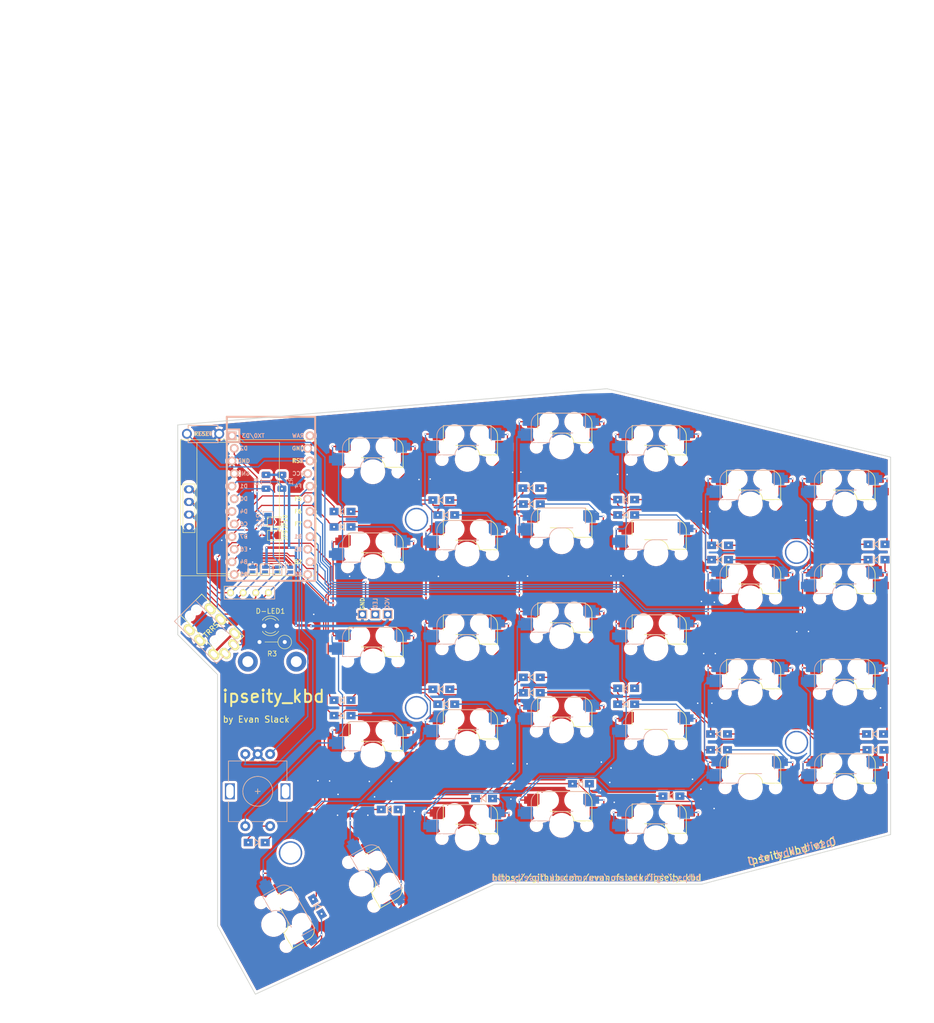
<source format=kicad_pcb>
(kicad_pcb (version 20171130) (host pcbnew "(5.1.9)-1")
  (layers (0 F.Cu signal) (31 B.Cu signal) (34 B.Paste user) (35 F.Paste user) (36 B.SilkS user) (37 F.SilkS user) (38 B.Mask user) (39 F.Mask user) (44 Edge.Cuts user))
  (net 0 "")
  (net 1 "Net-(D1-Pad2)")
  (net 2 row4)
  (net 3 "Net-(D2-Pad2)")
  (net 4 "Net-(D3-Pad2)")
  (net 5 row0)
  (net 6 "Net-(D4-Pad2)")
  (net 7 row1)
  (net 8 "Net-(D5-Pad2)")
  (net 9 row2)
  (net 10 "Net-(D6-Pad2)")
  (net 11 row3)
  (net 12 "Net-(D7-Pad2)")
  (net 13 "Net-(D8-Pad2)")
  (net 14 "Net-(D9-Pad2)")
  (net 15 "Net-(D10-Pad2)")
  (net 16 "Net-(D11-Pad2)")
  (net 17 "Net-(D12-Pad2)")
  (net 18 "Net-(D13-Pad2)")
  (net 19 "Net-(D14-Pad2)")
  (net 20 "Net-(D15-Pad2)")
  (net 21 "Net-(D16-Pad2)")
  (net 22 "Net-(D17-Pad2)")
  (net 23 "Net-(D18-Pad2)")
  (net 24 "Net-(D19-Pad2)")
  (net 25 "Net-(D20-Pad2)")
  (net 26 "Net-(D21-Pad2)")
  (net 27 "Net-(D22-Pad2)")
  (net 28 "Net-(D23-Pad2)")
  (net 29 "Net-(D24-Pad2)")
  (net 30 "Net-(D26-Pad2)")
  (net 31 "Net-(D27-Pad2)")
  (net 32 "Net-(D28-Pad2)")
  (net 33 VCC)
  (net 34 GND)
  (net 35 col0)
  (net 36 col1)
  (net 37 col2)
  (net 38 col3)
  (net 39 col4)
  (net 40 SDA)
  (net 41 LED)
  (net 42 SCL)
  (net 43 RESET)
  (net 44 "Net-(D29-Pad2)")
  (net 45 DATA)
  (net 46 "Net-(D30-Pad2)")
  (net 47 SW25B)
  (net 48 SW25A)
  (net 49 ENCB)
  (net 50 ENCA)
  (net 51 /i2c_c)
  (net 52 /i2c_d)
  (net 53 "Net-(U1-Pad24)")
  (net 54 "Net-(Brd1-Pad1)")
  (net 55 "Net-(Brd1-Pad2)")
  (net 56 "Net-(Brd1-Pad3)")
  (net 57 "Net-(Brd1-Pad4)")
  (net 58 "Net-(D-LED1-Pad2)")
  (net 59 +5V)
  (net 60 THTLED)
  (module SSD1306:128x64OLED (layer F.Cu) (at 94.09 57.542 90)
    (fp_text reference Brd1)
    (fp_text value SSD1306)
    (pad 4 thru_hole oval (at 4 -10.6 180) (size 2 1.6) (drill 1) (layers *.Cu *.Mask) (net 57 "Net-(Brd1-Pad4)"))
    (pad 3 thru_hole oval (at 1.46 -10.6 180) (size 2 1.6) (drill 1) (layers *.Cu *.Mask) (net 56 "Net-(Brd1-Pad3)"))
    (pad 1 thru_hole oval (at -3.62 -10.6 180) (size 2 1.6) (drill 1) (layers *.Cu *.Mask) (net 54 "Net-(Brd1-Pad1)"))
    (pad 2 thru_hole oval (at -1.08 -10.6 180) (size 2 1.6) (drill 1) (layers *.Cu *.Mask) (net 55 "Net-(Brd1-Pad2)"))
  )
  (module Resistor_THT:R_Axial_DIN0207_L6.3mm_D2.5mm_P5.08mm_Vertical (layer F.Cu) (at 102.77 84.282 180)
    (fp_text reference R3 (at 2.54 -2.37) (layer F.SilkS))
    (fp_text value R)
    (pad 2 thru_hole oval (at 5.08 0 180) (size 1.6 1.6) (drill 0.8) (layers *.Cu *.Mask) (net 60 THTLED))
    (pad 1 thru_hole circle (at 0 0 180) (size 1.6 1.6) (drill 0.8) (layers *.Cu *.Mask) (net 58 "Net-(D-LED1-Pad2)"))
  )
  (module LED_THT:LED_D3.0mm (layer F.Cu) (at 98.62 81.022)
    (fp_text reference D-LED1 (at 1.27 -2.96) (layer F.SilkS))
    (fp_text value LED)
    (pad 2 thru_hole circle (at 2.54 0) (size 1.8 1.8) (drill 0.9) (layers *.Cu *.Mask) (net 58 "Net-(D-LED1-Pad2)"))
    (pad 1 thru_hole rect (at 0 0) (size 1.8 1.8) (drill 0.9) (layers *.Cu *.Mask) (net 59 +5V))
  )
  (module SofleKeyboard-footprint:CherryMX_Hotswap (layer F.Cu) (at 177.5 47.5)
    (fp_text reference SW4 hide)
    (fp_text value SW_PUSH hide)
    (pad 1 smd custom (at -7.2 -5.1) (size 0.7 1.5) (layers F.Cu F.Paste F.Mask) (net 37 col2) (options (clearance outline) (anchor rect)) (primitives (gr_poly (pts (xy 0.3 -1.2) (xy 0.3 1.2) (xy 2.1 1.2) (xy 2.7 0.8) (xy 2.7 -1.2)) (width 0.1))))
    (pad 2 smd custom (at 7.2 -5.1) (size 0.7 1.5) (layers B.Cu B.Paste B.Mask) (net 6 "Net-(D4-Pad2)") (options (clearance outline) (anchor rect)) (primitives (gr_poly (pts (xy -0.4 -1.2) (xy -2.8 -1.2) (xy -2.8 0.8) (xy -2.3 1.2) (xy -0.4 1.2)) (width 0.1))))
    (pad 1 smd custom (at -8.5 -2.5) (size 0.7 1.5) (layers B.Cu B.Paste B.Mask) (net 37 col2) (options (clearance outline) (anchor rect)) (primitives (gr_poly (pts (xy 0.3 -1.2) (xy 2.7 -1.2) (xy 2.7 1.2) (xy 0.3 1.2)) (width 0.1))))
    (pad 2 smd custom (at 8.5 -2.5) (size 0.7 1.5) (layers F.Cu F.Paste F.Mask) (net 6 "Net-(D4-Pad2)") (options (clearance outline) (anchor rect)) (primitives (gr_poly (pts (xy -2.8 -1.2) (xy -0.4 -1.2) (xy -0.4 1.2) (xy -2.8 1.2)) (width 0.1))))
    (pad "" np_thru_hole circle (at -3.81 -2.540001 180) (size 3 3) (drill 3) (layers *.Cu *.Mask))
    (pad "" np_thru_hole circle (at -5.08 0) (size 1.7 1.7) (drill 1.7) (layers *.Cu *.Mask))
    (pad "" np_thru_hole circle (at 5.08 0) (size 1.7 1.7) (drill 1.7) (layers *.Cu *.Mask))
    (pad "" np_thru_hole circle (at 0 0 90) (size 4 4) (drill 4) (layers *.Cu *.Mask))
    (pad "" np_thru_hole circle (at 2.54 -5.08 180) (size 3 3) (drill 3) (layers *.Cu *.Mask))
    (pad "" np_thru_hole circle (at -2.54 -5.08 180) (size 3 3) (drill 3) (layers *.Cu *.Mask))
    (pad "" np_thru_hole circle (at 3.81 -2.54 180) (size 3 3) (drill 3) (layers *.Cu *.Mask))
  )
  (module SofleKeyboard-footprint:OLED_4Pin (layer F.Cu) (at 91.86 74.352)
    (fp_text reference J3 hide)
    (fp_text value OLED hide)
    (pad 4 thru_hole circle (at 7.62 0) (size 1.397 1.397) (drill 0.8128) (layers *.Cu *.Mask F.SilkS) (net 54 "Net-(Brd1-Pad1)"))
    (pad 3 thru_hole circle (at 5.08 0) (size 1.397 1.397) (drill 0.8128) (layers *.Cu *.Mask F.SilkS) (net 55 "Net-(Brd1-Pad2)"))
    (pad 2 thru_hole circle (at 2.54 0) (size 1.397 1.397) (drill 0.8128) (layers *.Cu *.Mask F.SilkS) (net 56 "Net-(Brd1-Pad3)"))
    (pad 1 thru_hole circle (at 0 0) (size 1.397 1.397) (drill 0.8128) (layers *.Cu *.Mask F.SilkS) (net 57 "Net-(Brd1-Pad4)"))
  )
  (module SofleKeyboard-footprint:MJ-4PP-9 (layer F.Cu) (at 83.93 76.752 45)
    (fp_text reference J2)
    (fp_text value 4PIN hide)
    (fp_text user TRRS (at -0.75 6.45 45) (layer F.SilkS))
    (fp_text user TRRS (at -0.75 6.45 45) (layer F.SilkS))
    (pad "" np_thru_hole circle (at -1.75 8.5 45) (size 1.2 1.2) (drill 1.2) (layers *.Cu *.Mask F.SilkS))
    (pad "" np_thru_hole circle (at -1.75 1.5 45) (size 1.2 1.2) (drill 1.2) (layers *.Cu *.Mask F.SilkS))
    (pad 1 thru_hole oval (at -3.85 10.3 45) (size 1.7 2.5) (drill oval 1 1.5) (layers *.Cu *.Mask F.SilkS) (net 33 VCC) (clearance 0.15))
    (pad 4 thru_hole oval (at 0.35 11.8 45) (size 1.7 2.5) (drill oval 1 1.5) (layers *.Cu *.Mask F.SilkS) (net 51 /i2c_c) (clearance 0.15))
    (pad 3 thru_hole oval (at -3.85 3.3 45) (size 1.7 2.5) (drill oval 1 1.5) (layers *.Cu *.Mask F.SilkS) (net 52 /i2c_d))
    (pad 2 thru_hole oval (at -3.85 6.3 45) (size 1.7 2.5) (drill oval 1 1.5) (layers *.Cu *.Mask F.SilkS) (net 34 GND))
    (pad "" np_thru_hole circle (at 0 1.5 45) (size 1.2 1.2) (drill 1.2) (layers *.Cu *.Mask F.SilkS))
    (pad "" np_thru_hole circle (at 0 8.5 45) (size 1.2 1.2) (drill 1.2) (layers *.Cu *.Mask F.SilkS))
    (pad 3 thru_hole oval (at 2.1 3.3 45) (size 1.7 2.5) (drill oval 1 1.5) (layers *.Cu *.Mask F.SilkS) (net 52 /i2c_d))
    (pad 2 thru_hole oval (at 2.1 6.3 45) (size 1.7 2.5) (drill oval 1 1.5) (layers *.Cu *.Mask F.SilkS) (net 34 GND))
    (pad 1 thru_hole oval (at 2.1 10.3 45) (size 1.7 2.5) (drill oval 1 1.5) (layers *.Cu *.Mask F.SilkS) (net 33 VCC) (clearance 0.15))
    (pad 4 thru_hole oval (at -2.1 11.8 45) (size 1.7 2.5) (drill oval 1 1.5) (layers *.Cu *.Mask F.SilkS) (net 51 /i2c_c) (clearance 0.15))
  )
  (module SofleKeyboard-footprint:RotaryEncoder_Alps_EC11E-Switch_Vertical_H20mm-keebio_modified (layer F.Cu) (at 97.33 114.352 270)
    (fp_text reference SW25 hide)
    (fp_text value Rotary_Encoder_Switch)
    (pad S1 thru_hole circle (at 7 2.5 270) (size 2 2) (drill 1) (layers *.Cu *.Mask) (net 48 SW25A))
    (pad S2 thru_hole circle (at 7 -2.5 270) (size 2 2) (drill 1) (layers *.Cu *.Mask) (net 47 SW25B))
    (pad MP thru_hole rect (at 0 5.6 270) (size 3.2 2) (drill oval 2.8 1.5) (layers *.Cu *.Mask))
    (pad MP thru_hole rect (at 0 -5.6 270) (size 3.2 2) (drill oval 2.8 1.5) (layers *.Cu *.Mask))
    (pad B thru_hole circle (at -7.5 2.5 270) (size 2 2) (drill 1) (layers *.Cu *.Mask) (net 49 ENCB))
    (pad C thru_hole circle (at -7.5 0 270) (size 2 2) (drill 1) (layers *.Cu *.Mask) (net 34 GND))
    (pad A thru_hole circle (at -7.5 -2.5 270) (size 2 2) (drill 1) (layers *.Cu *.Mask) (net 50 ENCA))
  )
  (module SofleKeyboard-footprint:CherryMX_Hotswap_1.5 (layer F.Cu) (at 100.53 141.152 300)
    (fp_text reference SW26 hide)
    (fp_text value SW_PUSH hide)
    (pad 1 smd custom (at -7.2 -5.1 300) (size 0.7 1.5) (layers F.Cu F.Paste F.Mask) (net 39 col4) (options (clearance outline) (anchor rect)) (primitives (gr_poly (pts (xy 0.3 -1.2) (xy 0.3 1.2) (xy 2.1 1.2) (xy 2.7 0.8) (xy 2.7 -1.2)) (width 0.1))))
    (pad 2 smd custom (at 7.2 -5.1 300) (size 0.7 1.5) (layers B.Cu B.Paste B.Mask) (net 30 "Net-(D26-Pad2)") (options (clearance outline) (anchor rect)) (primitives (gr_poly (pts (xy -0.4 -1.2) (xy -2.8 -1.2) (xy -2.8 0.8) (xy -2.3 1.2) (xy -0.4 1.2)) (width 0.1))))
    (pad 1 smd custom (at -8.5 -2.5 300) (size 0.7 1.5) (layers B.Cu B.Paste B.Mask) (net 39 col4) (options (clearance outline) (anchor rect)) (primitives (gr_poly (pts (xy 0.3 -1.2) (xy 2.7 -1.2) (xy 2.7 1.2) (xy 0.3 1.2)) (width 0.1))))
    (pad 2 smd custom (at 8.5 -2.5 300) (size 0.7 1.5) (layers F.Cu F.Paste F.Mask) (net 30 "Net-(D26-Pad2)") (options (clearance outline) (anchor rect)) (primitives (gr_poly (pts (xy -2.8 -1.2) (xy -0.4 -1.2) (xy -0.4 1.2) (xy -2.8 1.2)) (width 0.1))))
    (pad "" np_thru_hole circle (at -3.81 -2.540001 120) (size 3 3) (drill 3) (layers *.Cu *.Mask))
    (pad "" np_thru_hole circle (at -5.08 0 300) (size 1.7 1.7) (drill 1.7) (layers *.Cu *.Mask))
    (pad "" np_thru_hole circle (at 5.08 0 300) (size 1.7 1.7) (drill 1.7) (layers *.Cu *.Mask))
    (pad "" np_thru_hole circle (at 0 0 30) (size 4 4) (drill 4) (layers *.Cu *.Mask))
    (pad "" np_thru_hole circle (at 2.54 -5.08 120) (size 3 3) (drill 3) (layers *.Cu *.Mask))
    (pad "" np_thru_hole circle (at -2.54 -5.08 120) (size 3 3) (drill 3) (layers *.Cu *.Mask))
    (pad "" np_thru_hole circle (at 3.81 -2.54 120) (size 3 3) (drill 3) (layers *.Cu *.Mask))
  )
  (module SofleKeyboard-footprint:CherryMX_Hotswap (layer F.Cu) (at 118.18 133.052 300)
    (fp_text reference SW27 hide)
    (fp_text value SW_PUSH hide)
    (pad 1 smd custom (at -7.2 -5.1 300) (size 0.7 1.5) (layers F.Cu F.Paste F.Mask) (net 38 col3) (options (clearance outline) (anchor rect)) (primitives (gr_poly (pts (xy 0.3 -1.2) (xy 0.3 1.2) (xy 2.1 1.2) (xy 2.7 0.8) (xy 2.7 -1.2)) (width 0.1))))
    (pad 2 smd custom (at 7.2 -5.1 300) (size 0.7 1.5) (layers B.Cu B.Paste B.Mask) (net 31 "Net-(D27-Pad2)") (options (clearance outline) (anchor rect)) (primitives (gr_poly (pts (xy -0.4 -1.2) (xy -2.8 -1.2) (xy -2.8 0.8) (xy -2.3 1.2) (xy -0.4 1.2)) (width 0.1))))
    (pad 1 smd custom (at -8.5 -2.5 300) (size 0.7 1.5) (layers B.Cu B.Paste B.Mask) (net 38 col3) (options (clearance outline) (anchor rect)) (primitives (gr_poly (pts (xy 0.3 -1.2) (xy 2.7 -1.2) (xy 2.7 1.2) (xy 0.3 1.2)) (width 0.1))))
    (pad 2 smd custom (at 8.5 -2.5 300) (size 0.7 1.5) (layers F.Cu F.Paste F.Mask) (net 31 "Net-(D27-Pad2)") (options (clearance outline) (anchor rect)) (primitives (gr_poly (pts (xy -2.8 -1.2) (xy -0.4 -1.2) (xy -0.4 1.2) (xy -2.8 1.2)) (width 0.1))))
    (pad "" np_thru_hole circle (at -3.81 -2.540001 120) (size 3 3) (drill 3) (layers *.Cu *.Mask))
    (pad "" np_thru_hole circle (at -5.08 0 300) (size 1.7 1.7) (drill 1.7) (layers *.Cu *.Mask))
    (pad "" np_thru_hole circle (at 5.08 0 300) (size 1.7 1.7) (drill 1.7) (layers *.Cu *.Mask))
    (pad "" np_thru_hole circle (at 0 0 30) (size 4 4) (drill 4) (layers *.Cu *.Mask))
    (pad "" np_thru_hole circle (at 2.54 -5.08 120) (size 3 3) (drill 3) (layers *.Cu *.Mask))
    (pad "" np_thru_hole circle (at -2.54 -5.08 120) (size 3 3) (drill 3) (layers *.Cu *.Mask))
    (pad "" np_thru_hole circle (at 3.81 -2.54 120) (size 3 3) (drill 3) (layers *.Cu *.Mask))
  )
  (module SofleKeyboard-footprint:TACT_SWITCH_TVBP06 (layer F.Cu) (at 86.33 42.352 180)
    (fp_text reference RSW1 hide)
    (fp_text value SW_RST hide)
    (fp_text user RESET (at 0 0) (layer B.SilkS) (effects (font (size 0.8 0.8)) (justify mirror)))
    (fp_text user RESET (at 0 0 180) (layer F.SilkS) (effects (font (size 0.8 0.8))))
    (pad 2 thru_hole circle (at 3.25 0 180) (size 2 2) (drill 1.3) (layers *.Cu *.Mask) (net 43 RESET))
    (pad 1 thru_hole circle (at -3.25 0 180) (size 2 2) (drill 1.3) (layers *.Cu *.Mask) (net 34 GND))
  )
  (module SofleKeyboard-footprint:ArduinoProMicro-ZigZag-DoubleSided (layer F.Cu) (at 100 56.71 270)
    (fp_text reference U1 hide)
    (fp_text value ProMicro hide)
    (fp_text user ST (at -8.92 -5.73312) (layer F.SilkS) (effects (font (size 0.8 0.8))))
    (fp_text user TX0/D3 (at -13.97 3.571872) (layer B.SilkS) (effects (font (size 0.8 0.8)) (justify mirror)))
    (fp_text user TX0/D3 (at -13.97 3.571872) (layer B.SilkS) (effects (font (size 0.8 0.8)) (justify mirror)))
    (fp_text user D2 (at -11.43 5.461) (layer B.SilkS) (effects (font (size 0.8 0.8)) (justify mirror)))
    (fp_text user D0 (at -1.27 5.461) (layer B.SilkS) (effects (font (size 0.8 0.8)) (justify mirror)))
    (fp_text user D1 (at -3.81 5.461) (layer B.SilkS) (effects (font (size 0.8 0.8)) (justify mirror)))
    (fp_text user GND (at -6.35 5.461) (layer B.SilkS) (effects (font (size 0.8 0.8)) (justify mirror)))
    (fp_text user GND (at -8.89 5.461) (layer F.SilkS) (effects (font (size 0.8 0.8))))
    (fp_text user D4 (at 1.27 5.461) (layer B.SilkS) (effects (font (size 0.8 0.8)) (justify mirror)))
    (fp_text user C6 (at 3.81 5.461) (layer B.SilkS) (effects (font (size 0.8 0.8)) (justify mirror)))
    (fp_text user D7 (at 6.35 5.461) (layer B.SilkS) (effects (font (size 0.8 0.8)) (justify mirror)))
    (fp_text user E6 (at 8.89 5.461) (layer B.SilkS) (effects (font (size 0.8 0.8)) (justify mirror)))
    (fp_text user B4 (at 11.43 5.461) (layer B.SilkS) (effects (font (size 0.8 0.8)) (justify mirror)))
    (fp_text user B5 (at 13.97 5.461) (layer B.SilkS) (effects (font (size 0.8 0.8)) (justify mirror)))
    (fp_text user B6 (at 13.97 -5.461) (layer B.SilkS) (effects (font (size 0.8 0.8)) (justify mirror)))
    (fp_text user B2 (at 11.43 -5.461) (layer F.SilkS) (effects (font (size 0.8 0.8))))
    (fp_text user B3 (at 8.89 -5.461) (layer B.SilkS) (effects (font (size 0.8 0.8)) (justify mirror)))
    (fp_text user B1 (at 6.35 -5.461) (layer B.SilkS) (effects (font (size 0.8 0.8)) (justify mirror)))
    (fp_text user F7 (at 3.81 -5.461) (layer F.SilkS) (effects (font (size 0.8 0.8))))
    (fp_text user F6 (at 1.27 -5.461) (layer F.SilkS) (effects (font (size 0.8 0.8))))
    (fp_text user F5 (at -1.27 -5.461) (layer F.SilkS) (effects (font (size 0.8 0.8))))
    (fp_text user F4 (at -3.81 -5.461) (layer B.SilkS) (effects (font (size 0.8 0.8)) (justify mirror)))
    (fp_text user VCC (at -6.35 -5.461) (layer B.SilkS) (effects (font (size 0.8 0.8)) (justify mirror)))
    (fp_text user ST (at -8.92 -5.73312) (layer F.SilkS) (effects (font (size 0.8 0.8))))
    (fp_text user GND (at -11.43 -5.461) (layer F.SilkS) (effects (font (size 0.8 0.8))))
    (fp_text user RAW (at -13.97 -5.461) (layer B.SilkS) (effects (font (size 0.8 0.8)) (justify mirror)))
    (fp_text user RAW (at -13.97 -5.461) (layer B.SilkS) (effects (font (size 0.8 0.8)) (justify mirror)))
    (fp_text user GND (at -11.43 -5.461) (layer B.SilkS) (effects (font (size 0.8 0.8)) (justify mirror)))
    (fp_text user VCC (at -6.35 -5.461) (layer B.SilkS) (effects (font (size 0.8 0.8)) (justify mirror)))
    (fp_text user F4 (at -3.81 -5.461) (layer B.SilkS) (effects (font (size 0.8 0.8)) (justify mirror)))
    (fp_text user F5 (at -1.27 -5.461) (layer F.SilkS) (effects (font (size 0.8 0.8))))
    (fp_text user F6 (at 1.27 -5.461) (layer F.SilkS) (effects (font (size 0.8 0.8))))
    (fp_text user F7 (at 3.81 -5.461) (layer F.SilkS) (effects (font (size 0.8 0.8))))
    (fp_text user B1 (at 6.35 -5.461) (layer B.SilkS) (effects (font (size 0.8 0.8)) (justify mirror)))
    (fp_text user B3 (at 8.89 -5.461) (layer B.SilkS) (effects (font (size 0.8 0.8)) (justify mirror)))
    (fp_text user B2 (at 11.43 -5.461) (layer F.SilkS) (effects (font (size 0.8 0.8))))
    (fp_text user B6 (at 13.97 -5.461) (layer B.SilkS) (effects (font (size 0.8 0.8)) (justify mirror)))
    (fp_text user B5 (at 13.97 5.461) (layer B.SilkS) (effects (font (size 0.8 0.8)) (justify mirror)))
    (fp_text user B4 (at 11.43 5.461) (layer B.SilkS) (effects (font (size 0.8 0.8)) (justify mirror)))
    (fp_text user E6 (at 8.89 5.461) (layer B.SilkS) (effects (font (size 0.8 0.8)) (justify mirror)))
    (fp_text user D7 (at 6.35 5.461) (layer B.SilkS) (effects (font (size 0.8 0.8)) (justify mirror)))
    (fp_text user C6 (at 3.81 5.461) (layer B.SilkS) (effects (font (size 0.8 0.8)) (justify mirror)))
    (fp_text user D4 (at 1.27 5.461) (layer B.SilkS) (effects (font (size 0.8 0.8)) (justify mirror)))
    (fp_text user GND (at -8.89 5.461) (layer B.SilkS) (effects (font (size 0.8 0.8)) (justify mirror)))
    (fp_text user GND (at -6.35 5.461) (layer B.SilkS) (effects (font (size 0.8 0.8)) (justify mirror)))
    (fp_text user D1 (at -3.81 5.461) (layer B.SilkS) (effects (font (size 0.8 0.8)) (justify mirror)))
    (fp_text user D0 (at -1.27 5.461) (layer B.SilkS) (effects (font (size 0.8 0.8)) (justify mirror)))
    (fp_text user D2 (at -11.43 5.461) (layer B.SilkS) (effects (font (size 0.8 0.8)) (justify mirror)))
    (pad 24 thru_hole circle (at -13.97 -7.8486 270) (size 1.7526 1.7526) (drill 1.0922) (layers *.Cu *.SilkS *.Mask) (net 53 "Net-(U1-Pad24)"))
    (pad 12 thru_hole circle (at 13.97 7.3914 270) (size 1.7526 1.7526) (drill 1.0922) (layers *.Cu *.SilkS *.Mask) (net 2 row4))
    (pad 23 thru_hole circle (at -11.43 -7.3914 270) (size 1.7526 1.7526) (drill 1.0922) (layers *.Cu *.SilkS *.Mask) (net 34 GND))
    (pad 22 thru_hole circle (at -8.89 -7.8486 270) (size 1.7526 1.7526) (drill 1.0922) (layers *.Cu *.SilkS *.Mask) (net 43 RESET))
    (pad 21 thru_hole circle (at -6.35 -7.3914 270) (size 1.7526 1.7526) (drill 1.0922) (layers *.Cu *.SilkS *.Mask) (net 33 VCC))
    (pad 20 thru_hole circle (at -3.81 -7.8486 270) (size 1.7526 1.7526) (drill 1.0922) (layers *.Cu *.SilkS *.Mask) (net 50 ENCA))
    (pad 19 thru_hole circle (at -1.27 -7.3914 270) (size 1.7526 1.7526) (drill 1.0922) (layers *.Cu *.SilkS *.Mask) (net 49 ENCB))
    (pad 18 thru_hole circle (at 1.27 -7.8486 270) (size 1.7526 1.7526) (drill 1.0922) (layers *.Cu *.SilkS *.Mask) (net 35 col0))
    (pad 17 thru_hole circle (at 3.81 -7.3914 270) (size 1.7526 1.7526) (drill 1.0922) (layers *.Cu *.SilkS *.Mask) (net 36 col1))
    (pad 16 thru_hole circle (at 6.35 -7.8486 270) (size 1.7526 1.7526) (drill 1.0922) (layers *.Cu *.SilkS *.Mask) (net 37 col2))
    (pad 15 thru_hole circle (at 8.89 -7.3914 270) (size 1.7526 1.7526) (drill 1.0922) (layers *.Cu *.SilkS *.Mask) (net 38 col3))
    (pad 14 thru_hole circle (at 11.43 -7.8486 270) (size 1.7526 1.7526) (drill 1.0922) (layers *.Cu *.SilkS *.Mask) (net 39 col4))
    (pad 13 thru_hole circle (at 13.97 -7.3914 270) (size 1.7526 1.7526) (drill 1.0922) (layers *.Cu *.SilkS *.Mask) (net 48 SW25A))
    (pad 11 thru_hole circle (at 11.43 7.8486 270) (size 1.7526 1.7526) (drill 1.0922) (layers *.Cu *.SilkS *.Mask) (net 11 row3))
    (pad 10 thru_hole circle (at 8.89 7.3914 270) (size 1.7526 1.7526) (drill 1.0922) (layers *.Cu *.SilkS *.Mask) (net 9 row2))
    (pad 9 thru_hole circle (at 6.35 7.8486 270) (size 1.7526 1.7526) (drill 1.0922) (layers *.Cu *.SilkS *.Mask) (net 7 row1))
    (pad 8 thru_hole circle (at 3.81 7.3914 270) (size 1.7526 1.7526) (drill 1.0922) (layers *.Cu *.SilkS *.Mask) (net 5 row0))
    (pad 7 thru_hole circle (at 1.27 7.8486 270) (size 1.7526 1.7526) (drill 1.0922) (layers *.Cu *.SilkS *.Mask) (net 60 THTLED))
    (pad 6 thru_hole circle (at -1.27 7.3914 270) (size 1.7526 1.7526) (drill 1.0922) (layers *.Cu *.SilkS *.Mask) (net 42 SCL))
    (pad 5 thru_hole circle (at -3.81 7.8486 270) (size 1.7526 1.7526) (drill 1.0922) (layers *.Cu *.SilkS *.Mask) (net 40 SDA))
    (pad 4 thru_hole circle (at -6.35 7.3914 270) (size 1.7526 1.7526) (drill 1.0922) (layers *.Cu *.SilkS *.Mask) (net 34 GND))
    (pad 3 thru_hole circle (at -8.89 7.8486 270) (size 1.7526 1.7526) (drill 1.0922) (layers *.Cu *.SilkS *.Mask) (net 34 GND))
    (pad 2 thru_hole circle (at -11.43 7.3914 270) (size 1.7526 1.7526) (drill 1.0922) (layers *.Cu *.SilkS *.Mask) (net 45 DATA))
    (pad 1 thru_hole rect (at -13.97 7.8486 270) (size 1.7526 1.7526) (drill 1.0922) (layers *.Cu *.SilkS *.Mask) (net 41 LED))
  )
  (module SofleKeyboard-footprint:CherryMX_Hotswap (layer F.Cu) (at 177.5 123.7)
    (fp_text reference SW30 hide)
    (fp_text value SW_PUSH hide)
    (pad 1 smd custom (at -7.2 -5.1) (size 0.7 1.5) (layers F.Cu F.Paste F.Mask) (net 35 col0) (options (clearance outline) (anchor rect)) (primitives (gr_poly (pts (xy 0.3 -1.2) (xy 0.3 1.2) (xy 2.1 1.2) (xy 2.7 0.8) (xy 2.7 -1.2)) (width 0.1))))
    (pad 2 smd custom (at 7.2 -5.1) (size 0.7 1.5) (layers B.Cu B.Paste B.Mask) (net 46 "Net-(D30-Pad2)") (options (clearance outline) (anchor rect)) (primitives (gr_poly (pts (xy -0.4 -1.2) (xy -2.8 -1.2) (xy -2.8 0.8) (xy -2.3 1.2) (xy -0.4 1.2)) (width 0.1))))
    (pad 1 smd custom (at -8.5 -2.5) (size 0.7 1.5) (layers B.Cu B.Paste B.Mask) (net 35 col0) (options (clearance outline) (anchor rect)) (primitives (gr_poly (pts (xy 0.3 -1.2) (xy 2.7 -1.2) (xy 2.7 1.2) (xy 0.3 1.2)) (width 0.1))))
    (pad 2 smd custom (at 8.5 -2.5) (size 0.7 1.5) (layers F.Cu F.Paste F.Mask) (net 46 "Net-(D30-Pad2)") (options (clearance outline) (anchor rect)) (primitives (gr_poly (pts (xy -2.8 -1.2) (xy -0.4 -1.2) (xy -0.4 1.2) (xy -2.8 1.2)) (width 0.1))))
    (pad "" np_thru_hole circle (at -3.81 -2.540001 180) (size 3 3) (drill 3) (layers *.Cu *.Mask))
    (pad "" np_thru_hole circle (at -5.08 0) (size 1.7 1.7) (drill 1.7) (layers *.Cu *.Mask))
    (pad "" np_thru_hole circle (at 5.08 0) (size 1.7 1.7) (drill 1.7) (layers *.Cu *.Mask))
    (pad "" np_thru_hole circle (at 0 0 90) (size 4 4) (drill 4) (layers *.Cu *.Mask))
    (pad "" np_thru_hole circle (at 2.54 -5.08 180) (size 3 3) (drill 3) (layers *.Cu *.Mask))
    (pad "" np_thru_hole circle (at -2.54 -5.08 180) (size 3 3) (drill 3) (layers *.Cu *.Mask))
    (pad "" np_thru_hole circle (at 3.81 -2.54 180) (size 3 3) (drill 3) (layers *.Cu *.Mask))
  )
  (module SofleKeyboard-footprint:CherryMX_Hotswap (layer F.Cu) (at 158.5 121.2)
    (fp_text reference SW29 hide)
    (fp_text value SW_PUSH hide)
    (pad 1 smd custom (at -7.2 -5.1) (size 0.7 1.5) (layers F.Cu F.Paste F.Mask) (net 36 col1) (options (clearance outline) (anchor rect)) (primitives (gr_poly (pts (xy 0.3 -1.2) (xy 0.3 1.2) (xy 2.1 1.2) (xy 2.7 0.8) (xy 2.7 -1.2)) (width 0.1))))
    (pad 2 smd custom (at 7.2 -5.1) (size 0.7 1.5) (layers B.Cu B.Paste B.Mask) (net 44 "Net-(D29-Pad2)") (options (clearance outline) (anchor rect)) (primitives (gr_poly (pts (xy -0.4 -1.2) (xy -2.8 -1.2) (xy -2.8 0.8) (xy -2.3 1.2) (xy -0.4 1.2)) (width 0.1))))
    (pad 1 smd custom (at -8.5 -2.5) (size 0.7 1.5) (layers B.Cu B.Paste B.Mask) (net 36 col1) (options (clearance outline) (anchor rect)) (primitives (gr_poly (pts (xy 0.3 -1.2) (xy 2.7 -1.2) (xy 2.7 1.2) (xy 0.3 1.2)) (width 0.1))))
    (pad 2 smd custom (at 8.5 -2.5) (size 0.7 1.5) (layers F.Cu F.Paste F.Mask) (net 44 "Net-(D29-Pad2)") (options (clearance outline) (anchor rect)) (primitives (gr_poly (pts (xy -2.8 -1.2) (xy -0.4 -1.2) (xy -0.4 1.2) (xy -2.8 1.2)) (width 0.1))))
    (pad "" np_thru_hole circle (at -3.81 -2.540001 180) (size 3 3) (drill 3) (layers *.Cu *.Mask))
    (pad "" np_thru_hole circle (at -5.08 0) (size 1.7 1.7) (drill 1.7) (layers *.Cu *.Mask))
    (pad "" np_thru_hole circle (at 5.08 0) (size 1.7 1.7) (drill 1.7) (layers *.Cu *.Mask))
    (pad "" np_thru_hole circle (at 0 0 90) (size 4 4) (drill 4) (layers *.Cu *.Mask))
    (pad "" np_thru_hole circle (at 2.54 -5.08 180) (size 3 3) (drill 3) (layers *.Cu *.Mask))
    (pad "" np_thru_hole circle (at -2.54 -5.08 180) (size 3 3) (drill 3) (layers *.Cu *.Mask))
    (pad "" np_thru_hole circle (at 3.81 -2.54 180) (size 3 3) (drill 3) (layers *.Cu *.Mask))
  )
  (module SofleKeyboard-footprint:CherryMX_Hotswap (layer F.Cu) (at 139.5 123.8)
    (fp_text reference SW28 hide)
    (fp_text value SW_PUSH hide)
    (pad 1 smd custom (at -7.2 -5.1) (size 0.7 1.5) (layers F.Cu F.Paste F.Mask) (net 37 col2) (options (clearance outline) (anchor rect)) (primitives (gr_poly (pts (xy 0.3 -1.2) (xy 0.3 1.2) (xy 2.1 1.2) (xy 2.7 0.8) (xy 2.7 -1.2)) (width 0.1))))
    (pad 2 smd custom (at 7.2 -5.1) (size 0.7 1.5) (layers B.Cu B.Paste B.Mask) (net 32 "Net-(D28-Pad2)") (options (clearance outline) (anchor rect)) (primitives (gr_poly (pts (xy -0.4 -1.2) (xy -2.8 -1.2) (xy -2.8 0.8) (xy -2.3 1.2) (xy -0.4 1.2)) (width 0.1))))
    (pad 1 smd custom (at -8.5 -2.5) (size 0.7 1.5) (layers B.Cu B.Paste B.Mask) (net 37 col2) (options (clearance outline) (anchor rect)) (primitives (gr_poly (pts (xy 0.3 -1.2) (xy 2.7 -1.2) (xy 2.7 1.2) (xy 0.3 1.2)) (width 0.1))))
    (pad 2 smd custom (at 8.5 -2.5) (size 0.7 1.5) (layers F.Cu F.Paste F.Mask) (net 32 "Net-(D28-Pad2)") (options (clearance outline) (anchor rect)) (primitives (gr_poly (pts (xy -2.8 -1.2) (xy -0.4 -1.2) (xy -0.4 1.2) (xy -2.8 1.2)) (width 0.1))))
    (pad "" np_thru_hole circle (at -3.81 -2.540001 180) (size 3 3) (drill 3) (layers *.Cu *.Mask))
    (pad "" np_thru_hole circle (at -5.08 0) (size 1.7 1.7) (drill 1.7) (layers *.Cu *.Mask))
    (pad "" np_thru_hole circle (at 5.08 0) (size 1.7 1.7) (drill 1.7) (layers *.Cu *.Mask))
    (pad "" np_thru_hole circle (at 0 0 90) (size 4 4) (drill 4) (layers *.Cu *.Mask))
    (pad "" np_thru_hole circle (at 2.54 -5.08 180) (size 3 3) (drill 3) (layers *.Cu *.Mask))
    (pad "" np_thru_hole circle (at -2.54 -5.08 180) (size 3 3) (drill 3) (layers *.Cu *.Mask))
    (pad "" np_thru_hole circle (at 3.81 -2.54 180) (size 3 3) (drill 3) (layers *.Cu *.Mask))
  )
  (module SofleKeyboard-footprint:CherryMX_Hotswap (layer F.Cu) (at 215.55 113.6)
    (fp_text reference SW24 hide)
    (fp_text value SW_PUSH hide)
    (pad 1 smd custom (at -7.2 -5.1) (size 0.7 1.5) (layers F.Cu F.Paste F.Mask) (net 35 col0) (options (clearance outline) (anchor rect)) (primitives (gr_poly (pts (xy 0.3 -1.2) (xy 0.3 1.2) (xy 2.1 1.2) (xy 2.7 0.8) (xy 2.7 -1.2)) (width 0.1))))
    (pad 2 smd custom (at 7.2 -5.1) (size 0.7 1.5) (layers B.Cu B.Paste B.Mask) (net 29 "Net-(D24-Pad2)") (options (clearance outline) (anchor rect)) (primitives (gr_poly (pts (xy -0.4 -1.2) (xy -2.8 -1.2) (xy -2.8 0.8) (xy -2.3 1.2) (xy -0.4 1.2)) (width 0.1))))
    (pad 1 smd custom (at -8.5 -2.5) (size 0.7 1.5) (layers B.Cu B.Paste B.Mask) (net 35 col0) (options (clearance outline) (anchor rect)) (primitives (gr_poly (pts (xy 0.3 -1.2) (xy 2.7 -1.2) (xy 2.7 1.2) (xy 0.3 1.2)) (width 0.1))))
    (pad 2 smd custom (at 8.5 -2.5) (size 0.7 1.5) (layers F.Cu F.Paste F.Mask) (net 29 "Net-(D24-Pad2)") (options (clearance outline) (anchor rect)) (primitives (gr_poly (pts (xy -2.8 -1.2) (xy -0.4 -1.2) (xy -0.4 1.2) (xy -2.8 1.2)) (width 0.1))))
    (pad "" np_thru_hole circle (at -3.81 -2.540001 180) (size 3 3) (drill 3) (layers *.Cu *.Mask))
    (pad "" np_thru_hole circle (at -5.08 0) (size 1.7 1.7) (drill 1.7) (layers *.Cu *.Mask))
    (pad "" np_thru_hole circle (at 5.08 0) (size 1.7 1.7) (drill 1.7) (layers *.Cu *.Mask))
    (pad "" np_thru_hole circle (at 0 0 90) (size 4 4) (drill 4) (layers *.Cu *.Mask))
    (pad "" np_thru_hole circle (at 2.54 -5.08 180) (size 3 3) (drill 3) (layers *.Cu *.Mask))
    (pad "" np_thru_hole circle (at -2.54 -5.08 180) (size 3 3) (drill 3) (layers *.Cu *.Mask))
    (pad "" np_thru_hole circle (at 3.81 -2.54 180) (size 3 3) (drill 3) (layers *.Cu *.Mask))
  )
  (module SofleKeyboard-footprint:CherryMX_Hotswap (layer F.Cu) (at 196.5 113.6)
    (fp_text reference SW23 hide)
    (fp_text value SW_PUSH hide)
    (pad 1 smd custom (at -7.2 -5.1) (size 0.7 1.5) (layers F.Cu F.Paste F.Mask) (net 36 col1) (options (clearance outline) (anchor rect)) (primitives (gr_poly (pts (xy 0.3 -1.2) (xy 0.3 1.2) (xy 2.1 1.2) (xy 2.7 0.8) (xy 2.7 -1.2)) (width 0.1))))
    (pad 2 smd custom (at 7.2 -5.1) (size 0.7 1.5) (layers B.Cu B.Paste B.Mask) (net 28 "Net-(D23-Pad2)") (options (clearance outline) (anchor rect)) (primitives (gr_poly (pts (xy -0.4 -1.2) (xy -2.8 -1.2) (xy -2.8 0.8) (xy -2.3 1.2) (xy -0.4 1.2)) (width 0.1))))
    (pad 1 smd custom (at -8.5 -2.5) (size 0.7 1.5) (layers B.Cu B.Paste B.Mask) (net 36 col1) (options (clearance outline) (anchor rect)) (primitives (gr_poly (pts (xy 0.3 -1.2) (xy 2.7 -1.2) (xy 2.7 1.2) (xy 0.3 1.2)) (width 0.1))))
    (pad 2 smd custom (at 8.5 -2.5) (size 0.7 1.5) (layers F.Cu F.Paste F.Mask) (net 28 "Net-(D23-Pad2)") (options (clearance outline) (anchor rect)) (primitives (gr_poly (pts (xy -2.8 -1.2) (xy -0.4 -1.2) (xy -0.4 1.2) (xy -2.8 1.2)) (width 0.1))))
    (pad "" np_thru_hole circle (at -3.81 -2.540001 180) (size 3 3) (drill 3) (layers *.Cu *.Mask))
    (pad "" np_thru_hole circle (at -5.08 0) (size 1.7 1.7) (drill 1.7) (layers *.Cu *.Mask))
    (pad "" np_thru_hole circle (at 5.08 0) (size 1.7 1.7) (drill 1.7) (layers *.Cu *.Mask))
    (pad "" np_thru_hole circle (at 0 0 90) (size 4 4) (drill 4) (layers *.Cu *.Mask))
    (pad "" np_thru_hole circle (at 2.54 -5.08 180) (size 3 3) (drill 3) (layers *.Cu *.Mask))
    (pad "" np_thru_hole circle (at -2.54 -5.08 180) (size 3 3) (drill 3) (layers *.Cu *.Mask))
    (pad "" np_thru_hole circle (at 3.81 -2.54 180) (size 3 3) (drill 3) (layers *.Cu *.Mask))
  )
  (module SofleKeyboard-footprint:CherryMX_Hotswap (layer F.Cu) (at 177.5 104.7)
    (fp_text reference SW22 hide)
    (fp_text value SW_PUSH hide)
    (pad 1 smd custom (at -7.2 -5.1) (size 0.7 1.5) (layers F.Cu F.Paste F.Mask) (net 37 col2) (options (clearance outline) (anchor rect)) (primitives (gr_poly (pts (xy 0.3 -1.2) (xy 0.3 1.2) (xy 2.1 1.2) (xy 2.7 0.8) (xy 2.7 -1.2)) (width 0.1))))
    (pad 2 smd custom (at 7.2 -5.1) (size 0.7 1.5) (layers B.Cu B.Paste B.Mask) (net 27 "Net-(D22-Pad2)") (options (clearance outline) (anchor rect)) (primitives (gr_poly (pts (xy -0.4 -1.2) (xy -2.8 -1.2) (xy -2.8 0.8) (xy -2.3 1.2) (xy -0.4 1.2)) (width 0.1))))
    (pad 1 smd custom (at -8.5 -2.5) (size 0.7 1.5) (layers B.Cu B.Paste B.Mask) (net 37 col2) (options (clearance outline) (anchor rect)) (primitives (gr_poly (pts (xy 0.3 -1.2) (xy 2.7 -1.2) (xy 2.7 1.2) (xy 0.3 1.2)) (width 0.1))))
    (pad 2 smd custom (at 8.5 -2.5) (size 0.7 1.5) (layers F.Cu F.Paste F.Mask) (net 27 "Net-(D22-Pad2)") (options (clearance outline) (anchor rect)) (primitives (gr_poly (pts (xy -2.8 -1.2) (xy -0.4 -1.2) (xy -0.4 1.2) (xy -2.8 1.2)) (width 0.1))))
    (pad "" np_thru_hole circle (at -3.81 -2.540001 180) (size 3 3) (drill 3) (layers *.Cu *.Mask))
    (pad "" np_thru_hole circle (at -5.08 0) (size 1.7 1.7) (drill 1.7) (layers *.Cu *.Mask))
    (pad "" np_thru_hole circle (at 5.08 0) (size 1.7 1.7) (drill 1.7) (layers *.Cu *.Mask))
    (pad "" np_thru_hole circle (at 0 0 90) (size 4 4) (drill 4) (layers *.Cu *.Mask))
    (pad "" np_thru_hole circle (at 2.54 -5.08 180) (size 3 3) (drill 3) (layers *.Cu *.Mask))
    (pad "" np_thru_hole circle (at -2.54 -5.08 180) (size 3 3) (drill 3) (layers *.Cu *.Mask))
    (pad "" np_thru_hole circle (at 3.81 -2.54 180) (size 3 3) (drill 3) (layers *.Cu *.Mask))
  )
  (module SofleKeyboard-footprint:CherryMX_Hotswap (layer F.Cu) (at 158.5 102.2)
    (fp_text reference SW21 hide)
    (fp_text value SW_PUSH hide)
    (pad 1 smd custom (at -7.2 -5.1) (size 0.7 1.5) (layers F.Cu F.Paste F.Mask) (net 38 col3) (options (clearance outline) (anchor rect)) (primitives (gr_poly (pts (xy 0.3 -1.2) (xy 0.3 1.2) (xy 2.1 1.2) (xy 2.7 0.8) (xy 2.7 -1.2)) (width 0.1))))
    (pad 2 smd custom (at 7.2 -5.1) (size 0.7 1.5) (layers B.Cu B.Paste B.Mask) (net 26 "Net-(D21-Pad2)") (options (clearance outline) (anchor rect)) (primitives (gr_poly (pts (xy -0.4 -1.2) (xy -2.8 -1.2) (xy -2.8 0.8) (xy -2.3 1.2) (xy -0.4 1.2)) (width 0.1))))
    (pad 1 smd custom (at -8.5 -2.5) (size 0.7 1.5) (layers B.Cu B.Paste B.Mask) (net 38 col3) (options (clearance outline) (anchor rect)) (primitives (gr_poly (pts (xy 0.3 -1.2) (xy 2.7 -1.2) (xy 2.7 1.2) (xy 0.3 1.2)) (width 0.1))))
    (pad 2 smd custom (at 8.5 -2.5) (size 0.7 1.5) (layers F.Cu F.Paste F.Mask) (net 26 "Net-(D21-Pad2)") (options (clearance outline) (anchor rect)) (primitives (gr_poly (pts (xy -2.8 -1.2) (xy -0.4 -1.2) (xy -0.4 1.2) (xy -2.8 1.2)) (width 0.1))))
    (pad "" np_thru_hole circle (at -3.81 -2.540001 180) (size 3 3) (drill 3) (layers *.Cu *.Mask))
    (pad "" np_thru_hole circle (at -5.08 0) (size 1.7 1.7) (drill 1.7) (layers *.Cu *.Mask))
    (pad "" np_thru_hole circle (at 5.08 0) (size 1.7 1.7) (drill 1.7) (layers *.Cu *.Mask))
    (pad "" np_thru_hole circle (at 0 0 90) (size 4 4) (drill 4) (layers *.Cu *.Mask))
    (pad "" np_thru_hole circle (at 2.54 -5.08 180) (size 3 3) (drill 3) (layers *.Cu *.Mask))
    (pad "" np_thru_hole circle (at -2.54 -5.08 180) (size 3 3) (drill 3) (layers *.Cu *.Mask))
    (pad "" np_thru_hole circle (at 3.81 -2.54 180) (size 3 3) (drill 3) (layers *.Cu *.Mask))
  )
  (module SofleKeyboard-footprint:CherryMX_Hotswap (layer F.Cu) (at 139.5 104.7)
    (fp_text reference SW20 hide)
    (fp_text value SW_PUSH hide)
    (pad 1 smd custom (at -7.2 -5.1) (size 0.7 1.5) (layers F.Cu F.Paste F.Mask) (net 39 col4) (options (clearance outline) (anchor rect)) (primitives (gr_poly (pts (xy 0.3 -1.2) (xy 0.3 1.2) (xy 2.1 1.2) (xy 2.7 0.8) (xy 2.7 -1.2)) (width 0.1))))
    (pad 2 smd custom (at 7.2 -5.1) (size 0.7 1.5) (layers B.Cu B.Paste B.Mask) (net 25 "Net-(D20-Pad2)") (options (clearance outline) (anchor rect)) (primitives (gr_poly (pts (xy -0.4 -1.2) (xy -2.8 -1.2) (xy -2.8 0.8) (xy -2.3 1.2) (xy -0.4 1.2)) (width 0.1))))
    (pad 1 smd custom (at -8.5 -2.5) (size 0.7 1.5) (layers B.Cu B.Paste B.Mask) (net 39 col4) (options (clearance outline) (anchor rect)) (primitives (gr_poly (pts (xy 0.3 -1.2) (xy 2.7 -1.2) (xy 2.7 1.2) (xy 0.3 1.2)) (width 0.1))))
    (pad 2 smd custom (at 8.5 -2.5) (size 0.7 1.5) (layers F.Cu F.Paste F.Mask) (net 25 "Net-(D20-Pad2)") (options (clearance outline) (anchor rect)) (primitives (gr_poly (pts (xy -2.8 -1.2) (xy -0.4 -1.2) (xy -0.4 1.2) (xy -2.8 1.2)) (width 0.1))))
    (pad "" np_thru_hole circle (at -3.81 -2.540001 180) (size 3 3) (drill 3) (layers *.Cu *.Mask))
    (pad "" np_thru_hole circle (at -5.08 0) (size 1.7 1.7) (drill 1.7) (layers *.Cu *.Mask))
    (pad "" np_thru_hole circle (at 5.08 0) (size 1.7 1.7) (drill 1.7) (layers *.Cu *.Mask))
    (pad "" np_thru_hole circle (at 0 0 90) (size 4 4) (drill 4) (layers *.Cu *.Mask))
    (pad "" np_thru_hole circle (at 2.54 -5.08 180) (size 3 3) (drill 3) (layers *.Cu *.Mask))
    (pad "" np_thru_hole circle (at -2.54 -5.08 180) (size 3 3) (drill 3) (layers *.Cu *.Mask))
    (pad "" np_thru_hole circle (at 3.81 -2.54 180) (size 3 3) (drill 3) (layers *.Cu *.Mask))
  )
  (module SofleKeyboard-footprint:CherryMX_Hotswap (layer F.Cu) (at 120.5 107.1)
    (fp_text reference SW19 hide)
    (fp_text value SW_PUSH hide)
    (pad 1 smd custom (at -7.2 -5.1) (size 0.7 1.5) (layers F.Cu F.Paste F.Mask) (net 48 SW25A) (options (clearance outline) (anchor rect)) (primitives (gr_poly (pts (xy 0.3 -1.2) (xy 0.3 1.2) (xy 2.1 1.2) (xy 2.7 0.8) (xy 2.7 -1.2)) (width 0.1))))
    (pad 2 smd custom (at 7.2 -5.1) (size 0.7 1.5) (layers B.Cu B.Paste B.Mask) (net 24 "Net-(D19-Pad2)") (options (clearance outline) (anchor rect)) (primitives (gr_poly (pts (xy -0.4 -1.2) (xy -2.8 -1.2) (xy -2.8 0.8) (xy -2.3 1.2) (xy -0.4 1.2)) (width 0.1))))
    (pad 1 smd custom (at -8.5 -2.5) (size 0.7 1.5) (layers B.Cu B.Paste B.Mask) (net 48 SW25A) (options (clearance outline) (anchor rect)) (primitives (gr_poly (pts (xy 0.3 -1.2) (xy 2.7 -1.2) (xy 2.7 1.2) (xy 0.3 1.2)) (width 0.1))))
    (pad 2 smd custom (at 8.5 -2.5) (size 0.7 1.5) (layers F.Cu F.Paste F.Mask) (net 24 "Net-(D19-Pad2)") (options (clearance outline) (anchor rect)) (primitives (gr_poly (pts (xy -2.8 -1.2) (xy -0.4 -1.2) (xy -0.4 1.2) (xy -2.8 1.2)) (width 0.1))))
    (pad "" np_thru_hole circle (at -3.81 -2.540001 180) (size 3 3) (drill 3) (layers *.Cu *.Mask))
    (pad "" np_thru_hole circle (at -5.08 0) (size 1.7 1.7) (drill 1.7) (layers *.Cu *.Mask))
    (pad "" np_thru_hole circle (at 5.08 0) (size 1.7 1.7) (drill 1.7) (layers *.Cu *.Mask))
    (pad "" np_thru_hole circle (at 0 0 90) (size 4 4) (drill 4) (layers *.Cu *.Mask))
    (pad "" np_thru_hole circle (at 2.54 -5.08 180) (size 3 3) (drill 3) (layers *.Cu *.Mask))
    (pad "" np_thru_hole circle (at -2.54 -5.08 180) (size 3 3) (drill 3) (layers *.Cu *.Mask))
    (pad "" np_thru_hole circle (at 3.81 -2.54 180) (size 3 3) (drill 3) (layers *.Cu *.Mask))
  )
  (module SofleKeyboard-footprint:CherryMX_Hotswap (layer F.Cu) (at 215.5 94.6)
    (fp_text reference SW18 hide)
    (fp_text value SW_PUSH hide)
    (pad 1 smd custom (at -7.2 -5.1) (size 0.7 1.5) (layers F.Cu F.Paste F.Mask) (net 35 col0) (options (clearance outline) (anchor rect)) (primitives (gr_poly (pts (xy 0.3 -1.2) (xy 0.3 1.2) (xy 2.1 1.2) (xy 2.7 0.8) (xy 2.7 -1.2)) (width 0.1))))
    (pad 2 smd custom (at 7.2 -5.1) (size 0.7 1.5) (layers B.Cu B.Paste B.Mask) (net 23 "Net-(D18-Pad2)") (options (clearance outline) (anchor rect)) (primitives (gr_poly (pts (xy -0.4 -1.2) (xy -2.8 -1.2) (xy -2.8 0.8) (xy -2.3 1.2) (xy -0.4 1.2)) (width 0.1))))
    (pad 1 smd custom (at -8.5 -2.5) (size 0.7 1.5) (layers B.Cu B.Paste B.Mask) (net 35 col0) (options (clearance outline) (anchor rect)) (primitives (gr_poly (pts (xy 0.3 -1.2) (xy 2.7 -1.2) (xy 2.7 1.2) (xy 0.3 1.2)) (width 0.1))))
    (pad 2 smd custom (at 8.5 -2.5) (size 0.7 1.5) (layers F.Cu F.Paste F.Mask) (net 23 "Net-(D18-Pad2)") (options (clearance outline) (anchor rect)) (primitives (gr_poly (pts (xy -2.8 -1.2) (xy -0.4 -1.2) (xy -0.4 1.2) (xy -2.8 1.2)) (width 0.1))))
    (pad "" np_thru_hole circle (at -3.81 -2.540001 180) (size 3 3) (drill 3) (layers *.Cu *.Mask))
    (pad "" np_thru_hole circle (at -5.08 0) (size 1.7 1.7) (drill 1.7) (layers *.Cu *.Mask))
    (pad "" np_thru_hole circle (at 5.08 0) (size 1.7 1.7) (drill 1.7) (layers *.Cu *.Mask))
    (pad "" np_thru_hole circle (at 0 0 90) (size 4 4) (drill 4) (layers *.Cu *.Mask))
    (pad "" np_thru_hole circle (at 2.54 -5.08 180) (size 3 3) (drill 3) (layers *.Cu *.Mask))
    (pad "" np_thru_hole circle (at -2.54 -5.08 180) (size 3 3) (drill 3) (layers *.Cu *.Mask))
    (pad "" np_thru_hole circle (at 3.81 -2.54 180) (size 3 3) (drill 3) (layers *.Cu *.Mask))
  )
  (module SofleKeyboard-footprint:CherryMX_Hotswap (layer F.Cu) (at 196.5 94.6)
    (fp_text reference SW17 hide)
    (fp_text value SW_PUSH hide)
    (pad 1 smd custom (at -7.2 -5.1) (size 0.7 1.5) (layers F.Cu F.Paste F.Mask) (net 36 col1) (options (clearance outline) (anchor rect)) (primitives (gr_poly (pts (xy 0.3 -1.2) (xy 0.3 1.2) (xy 2.1 1.2) (xy 2.7 0.8) (xy 2.7 -1.2)) (width 0.1))))
    (pad 2 smd custom (at 7.2 -5.1) (size 0.7 1.5) (layers B.Cu B.Paste B.Mask) (net 22 "Net-(D17-Pad2)") (options (clearance outline) (anchor rect)) (primitives (gr_poly (pts (xy -0.4 -1.2) (xy -2.8 -1.2) (xy -2.8 0.8) (xy -2.3 1.2) (xy -0.4 1.2)) (width 0.1))))
    (pad 1 smd custom (at -8.5 -2.5) (size 0.7 1.5) (layers B.Cu B.Paste B.Mask) (net 36 col1) (options (clearance outline) (anchor rect)) (primitives (gr_poly (pts (xy 0.3 -1.2) (xy 2.7 -1.2) (xy 2.7 1.2) (xy 0.3 1.2)) (width 0.1))))
    (pad 2 smd custom (at 8.5 -2.5) (size 0.7 1.5) (layers F.Cu F.Paste F.Mask) (net 22 "Net-(D17-Pad2)") (options (clearance outline) (anchor rect)) (primitives (gr_poly (pts (xy -2.8 -1.2) (xy -0.4 -1.2) (xy -0.4 1.2) (xy -2.8 1.2)) (width 0.1))))
    (pad "" np_thru_hole circle (at -3.81 -2.540001 180) (size 3 3) (drill 3) (layers *.Cu *.Mask))
    (pad "" np_thru_hole circle (at -5.08 0) (size 1.7 1.7) (drill 1.7) (layers *.Cu *.Mask))
    (pad "" np_thru_hole circle (at 5.08 0) (size 1.7 1.7) (drill 1.7) (layers *.Cu *.Mask))
    (pad "" np_thru_hole circle (at 0 0 90) (size 4 4) (drill 4) (layers *.Cu *.Mask))
    (pad "" np_thru_hole circle (at 2.54 -5.08 180) (size 3 3) (drill 3) (layers *.Cu *.Mask))
    (pad "" np_thru_hole circle (at -2.54 -5.08 180) (size 3 3) (drill 3) (layers *.Cu *.Mask))
    (pad "" np_thru_hole circle (at 3.81 -2.54 180) (size 3 3) (drill 3) (layers *.Cu *.Mask))
  )
  (module SofleKeyboard-footprint:CherryMX_Hotswap (layer F.Cu) (at 177.5 85.6)
    (fp_text reference SW16 hide)
    (fp_text value SW_PUSH hide)
    (pad 1 smd custom (at -7.2 -5.1) (size 0.7 1.5) (layers F.Cu F.Paste F.Mask) (net 37 col2) (options (clearance outline) (anchor rect)) (primitives (gr_poly (pts (xy 0.3 -1.2) (xy 0.3 1.2) (xy 2.1 1.2) (xy 2.7 0.8) (xy 2.7 -1.2)) (width 0.1))))
    (pad 2 smd custom (at 7.2 -5.1) (size 0.7 1.5) (layers B.Cu B.Paste B.Mask) (net 21 "Net-(D16-Pad2)") (options (clearance outline) (anchor rect)) (primitives (gr_poly (pts (xy -0.4 -1.2) (xy -2.8 -1.2) (xy -2.8 0.8) (xy -2.3 1.2) (xy -0.4 1.2)) (width 0.1))))
    (pad 1 smd custom (at -8.5 -2.5) (size 0.7 1.5) (layers B.Cu B.Paste B.Mask) (net 37 col2) (options (clearance outline) (anchor rect)) (primitives (gr_poly (pts (xy 0.3 -1.2) (xy 2.7 -1.2) (xy 2.7 1.2) (xy 0.3 1.2)) (width 0.1))))
    (pad 2 smd custom (at 8.5 -2.5) (size 0.7 1.5) (layers F.Cu F.Paste F.Mask) (net 21 "Net-(D16-Pad2)") (options (clearance outline) (anchor rect)) (primitives (gr_poly (pts (xy -2.8 -1.2) (xy -0.4 -1.2) (xy -0.4 1.2) (xy -2.8 1.2)) (width 0.1))))
    (pad "" np_thru_hole circle (at -3.81 -2.540001 180) (size 3 3) (drill 3) (layers *.Cu *.Mask))
    (pad "" np_thru_hole circle (at -5.08 0) (size 1.7 1.7) (drill 1.7) (layers *.Cu *.Mask))
    (pad "" np_thru_hole circle (at 5.08 0) (size 1.7 1.7) (drill 1.7) (layers *.Cu *.Mask))
    (pad "" np_thru_hole circle (at 0 0 90) (size 4 4) (drill 4) (layers *.Cu *.Mask))
    (pad "" np_thru_hole circle (at 2.54 -5.08 180) (size 3 3) (drill 3) (layers *.Cu *.Mask))
    (pad "" np_thru_hole circle (at -2.54 -5.08 180) (size 3 3) (drill 3) (layers *.Cu *.Mask))
    (pad "" np_thru_hole circle (at 3.81 -2.54 180) (size 3 3) (drill 3) (layers *.Cu *.Mask))
  )
  (module SofleKeyboard-footprint:CherryMX_Hotswap (layer F.Cu) (at 158.5 83.2)
    (fp_text reference SW15 hide)
    (fp_text value SW_PUSH hide)
    (pad 1 smd custom (at -7.2 -5.1) (size 0.7 1.5) (layers F.Cu F.Paste F.Mask) (net 38 col3) (options (clearance outline) (anchor rect)) (primitives (gr_poly (pts (xy 0.3 -1.2) (xy 0.3 1.2) (xy 2.1 1.2) (xy 2.7 0.8) (xy 2.7 -1.2)) (width 0.1))))
    (pad 2 smd custom (at 7.2 -5.1) (size 0.7 1.5) (layers B.Cu B.Paste B.Mask) (net 20 "Net-(D15-Pad2)") (options (clearance outline) (anchor rect)) (primitives (gr_poly (pts (xy -0.4 -1.2) (xy -2.8 -1.2) (xy -2.8 0.8) (xy -2.3 1.2) (xy -0.4 1.2)) (width 0.1))))
    (pad 1 smd custom (at -8.5 -2.5) (size 0.7 1.5) (layers B.Cu B.Paste B.Mask) (net 38 col3) (options (clearance outline) (anchor rect)) (primitives (gr_poly (pts (xy 0.3 -1.2) (xy 2.7 -1.2) (xy 2.7 1.2) (xy 0.3 1.2)) (width 0.1))))
    (pad 2 smd custom (at 8.5 -2.5) (size 0.7 1.5) (layers F.Cu F.Paste F.Mask) (net 20 "Net-(D15-Pad2)") (options (clearance outline) (anchor rect)) (primitives (gr_poly (pts (xy -2.8 -1.2) (xy -0.4 -1.2) (xy -0.4 1.2) (xy -2.8 1.2)) (width 0.1))))
    (pad "" np_thru_hole circle (at -3.81 -2.540001 180) (size 3 3) (drill 3) (layers *.Cu *.Mask))
    (pad "" np_thru_hole circle (at -5.08 0) (size 1.7 1.7) (drill 1.7) (layers *.Cu *.Mask))
    (pad "" np_thru_hole circle (at 5.08 0) (size 1.7 1.7) (drill 1.7) (layers *.Cu *.Mask))
    (pad "" np_thru_hole circle (at 0 0 90) (size 4 4) (drill 4) (layers *.Cu *.Mask))
    (pad "" np_thru_hole circle (at 2.54 -5.08 180) (size 3 3) (drill 3) (layers *.Cu *.Mask))
    (pad "" np_thru_hole circle (at -2.54 -5.08 180) (size 3 3) (drill 3) (layers *.Cu *.Mask))
    (pad "" np_thru_hole circle (at 3.81 -2.54 180) (size 3 3) (drill 3) (layers *.Cu *.Mask))
  )
  (module SofleKeyboard-footprint:CherryMX_Hotswap (layer F.Cu) (at 139.5 85.6)
    (fp_text reference SW14 hide)
    (fp_text value SW_PUSH hide)
    (pad 1 smd custom (at -7.2 -5.1) (size 0.7 1.5) (layers F.Cu F.Paste F.Mask) (net 39 col4) (options (clearance outline) (anchor rect)) (primitives (gr_poly (pts (xy 0.3 -1.2) (xy 0.3 1.2) (xy 2.1 1.2) (xy 2.7 0.8) (xy 2.7 -1.2)) (width 0.1))))
    (pad 2 smd custom (at 7.2 -5.1) (size 0.7 1.5) (layers B.Cu B.Paste B.Mask) (net 19 "Net-(D14-Pad2)") (options (clearance outline) (anchor rect)) (primitives (gr_poly (pts (xy -0.4 -1.2) (xy -2.8 -1.2) (xy -2.8 0.8) (xy -2.3 1.2) (xy -0.4 1.2)) (width 0.1))))
    (pad 1 smd custom (at -8.5 -2.5) (size 0.7 1.5) (layers B.Cu B.Paste B.Mask) (net 39 col4) (options (clearance outline) (anchor rect)) (primitives (gr_poly (pts (xy 0.3 -1.2) (xy 2.7 -1.2) (xy 2.7 1.2) (xy 0.3 1.2)) (width 0.1))))
    (pad 2 smd custom (at 8.5 -2.5) (size 0.7 1.5) (layers F.Cu F.Paste F.Mask) (net 19 "Net-(D14-Pad2)") (options (clearance outline) (anchor rect)) (primitives (gr_poly (pts (xy -2.8 -1.2) (xy -0.4 -1.2) (xy -0.4 1.2) (xy -2.8 1.2)) (width 0.1))))
    (pad "" np_thru_hole circle (at -3.81 -2.540001 180) (size 3 3) (drill 3) (layers *.Cu *.Mask))
    (pad "" np_thru_hole circle (at -5.08 0) (size 1.7 1.7) (drill 1.7) (layers *.Cu *.Mask))
    (pad "" np_thru_hole circle (at 5.08 0) (size 1.7 1.7) (drill 1.7) (layers *.Cu *.Mask))
    (pad "" np_thru_hole circle (at 0 0 90) (size 4 4) (drill 4) (layers *.Cu *.Mask))
    (pad "" np_thru_hole circle (at 2.54 -5.08 180) (size 3 3) (drill 3) (layers *.Cu *.Mask))
    (pad "" np_thru_hole circle (at -2.54 -5.08 180) (size 3 3) (drill 3) (layers *.Cu *.Mask))
    (pad "" np_thru_hole circle (at 3.81 -2.54 180) (size 3 3) (drill 3) (layers *.Cu *.Mask))
  )
  (module SofleKeyboard-footprint:CherryMX_Hotswap (layer F.Cu) (at 120.5 88.1)
    (fp_text reference SW13 hide)
    (fp_text value SW_PUSH hide)
    (pad 1 smd custom (at -7.2 -5.1) (size 0.7 1.5) (layers F.Cu F.Paste F.Mask) (net 48 SW25A) (options (clearance outline) (anchor rect)) (primitives (gr_poly (pts (xy 0.3 -1.2) (xy 0.3 1.2) (xy 2.1 1.2) (xy 2.7 0.8) (xy 2.7 -1.2)) (width 0.1))))
    (pad 2 smd custom (at 7.2 -5.1) (size 0.7 1.5) (layers B.Cu B.Paste B.Mask) (net 18 "Net-(D13-Pad2)") (options (clearance outline) (anchor rect)) (primitives (gr_poly (pts (xy -0.4 -1.2) (xy -2.8 -1.2) (xy -2.8 0.8) (xy -2.3 1.2) (xy -0.4 1.2)) (width 0.1))))
    (pad 1 smd custom (at -8.5 -2.5) (size 0.7 1.5) (layers B.Cu B.Paste B.Mask) (net 48 SW25A) (options (clearance outline) (anchor rect)) (primitives (gr_poly (pts (xy 0.3 -1.2) (xy 2.7 -1.2) (xy 2.7 1.2) (xy 0.3 1.2)) (width 0.1))))
    (pad 2 smd custom (at 8.5 -2.5) (size 0.7 1.5) (layers F.Cu F.Paste F.Mask) (net 18 "Net-(D13-Pad2)") (options (clearance outline) (anchor rect)) (primitives (gr_poly (pts (xy -2.8 -1.2) (xy -0.4 -1.2) (xy -0.4 1.2) (xy -2.8 1.2)) (width 0.1))))
    (pad "" np_thru_hole circle (at -3.81 -2.540001 180) (size 3 3) (drill 3) (layers *.Cu *.Mask))
    (pad "" np_thru_hole circle (at -5.08 0) (size 1.7 1.7) (drill 1.7) (layers *.Cu *.Mask))
    (pad "" np_thru_hole circle (at 5.08 0) (size 1.7 1.7) (drill 1.7) (layers *.Cu *.Mask))
    (pad "" np_thru_hole circle (at 0 0 90) (size 4 4) (drill 4) (layers *.Cu *.Mask))
    (pad "" np_thru_hole circle (at 2.54 -5.08 180) (size 3 3) (drill 3) (layers *.Cu *.Mask))
    (pad "" np_thru_hole circle (at -2.54 -5.08 180) (size 3 3) (drill 3) (layers *.Cu *.Mask))
    (pad "" np_thru_hole circle (at 3.81 -2.54 180) (size 3 3) (drill 3) (layers *.Cu *.Mask))
  )
  (module SofleKeyboard-footprint:CherryMX_Hotswap (layer F.Cu) (at 215.5 75.4)
    (fp_text reference SW12 hide)
    (fp_text value SW_PUSH hide)
    (pad 1 smd custom (at -7.2 -5.1) (size 0.7 1.5) (layers F.Cu F.Paste F.Mask) (net 35 col0) (options (clearance outline) (anchor rect)) (primitives (gr_poly (pts (xy 0.3 -1.2) (xy 0.3 1.2) (xy 2.1 1.2) (xy 2.7 0.8) (xy 2.7 -1.2)) (width 0.1))))
    (pad 2 smd custom (at 7.2 -5.1) (size 0.7 1.5) (layers B.Cu B.Paste B.Mask) (net 17 "Net-(D12-Pad2)") (options (clearance outline) (anchor rect)) (primitives (gr_poly (pts (xy -0.4 -1.2) (xy -2.8 -1.2) (xy -2.8 0.8) (xy -2.3 1.2) (xy -0.4 1.2)) (width 0.1))))
    (pad 1 smd custom (at -8.5 -2.5) (size 0.7 1.5) (layers B.Cu B.Paste B.Mask) (net 35 col0) (options (clearance outline) (anchor rect)) (primitives (gr_poly (pts (xy 0.3 -1.2) (xy 2.7 -1.2) (xy 2.7 1.2) (xy 0.3 1.2)) (width 0.1))))
    (pad 2 smd custom (at 8.5 -2.5) (size 0.7 1.5) (layers F.Cu F.Paste F.Mask) (net 17 "Net-(D12-Pad2)") (options (clearance outline) (anchor rect)) (primitives (gr_poly (pts (xy -2.8 -1.2) (xy -0.4 -1.2) (xy -0.4 1.2) (xy -2.8 1.2)) (width 0.1))))
    (pad "" np_thru_hole circle (at -3.81 -2.540001 180) (size 3 3) (drill 3) (layers *.Cu *.Mask))
    (pad "" np_thru_hole circle (at -5.08 0) (size 1.7 1.7) (drill 1.7) (layers *.Cu *.Mask))
    (pad "" np_thru_hole circle (at 5.08 0) (size 1.7 1.7) (drill 1.7) (layers *.Cu *.Mask))
    (pad "" np_thru_hole circle (at 0 0 90) (size 4 4) (drill 4) (layers *.Cu *.Mask))
    (pad "" np_thru_hole circle (at 2.54 -5.08 180) (size 3 3) (drill 3) (layers *.Cu *.Mask))
    (pad "" np_thru_hole circle (at -2.54 -5.08 180) (size 3 3) (drill 3) (layers *.Cu *.Mask))
    (pad "" np_thru_hole circle (at 3.81 -2.54 180) (size 3 3) (drill 3) (layers *.Cu *.Mask))
  )
  (module SofleKeyboard-footprint:CherryMX_Hotswap (layer F.Cu) (at 196.5 75.4)
    (fp_text reference SW11 hide)
    (fp_text value SW_PUSH hide)
    (pad 1 smd custom (at -7.2 -5.1) (size 0.7 1.5) (layers F.Cu F.Paste F.Mask) (net 36 col1) (options (clearance outline) (anchor rect)) (primitives (gr_poly (pts (xy 0.3 -1.2) (xy 0.3 1.2) (xy 2.1 1.2) (xy 2.7 0.8) (xy 2.7 -1.2)) (width 0.1))))
    (pad 2 smd custom (at 7.2 -5.1) (size 0.7 1.5) (layers B.Cu B.Paste B.Mask) (net 16 "Net-(D11-Pad2)") (options (clearance outline) (anchor rect)) (primitives (gr_poly (pts (xy -0.4 -1.2) (xy -2.8 -1.2) (xy -2.8 0.8) (xy -2.3 1.2) (xy -0.4 1.2)) (width 0.1))))
    (pad 1 smd custom (at -8.5 -2.5) (size 0.7 1.5) (layers B.Cu B.Paste B.Mask) (net 36 col1) (options (clearance outline) (anchor rect)) (primitives (gr_poly (pts (xy 0.3 -1.2) (xy 2.7 -1.2) (xy 2.7 1.2) (xy 0.3 1.2)) (width 0.1))))
    (pad 2 smd custom (at 8.5 -2.5) (size 0.7 1.5) (layers F.Cu F.Paste F.Mask) (net 16 "Net-(D11-Pad2)") (options (clearance outline) (anchor rect)) (primitives (gr_poly (pts (xy -2.8 -1.2) (xy -0.4 -1.2) (xy -0.4 1.2) (xy -2.8 1.2)) (width 0.1))))
    (pad "" np_thru_hole circle (at -3.81 -2.540001 180) (size 3 3) (drill 3) (layers *.Cu *.Mask))
    (pad "" np_thru_hole circle (at -5.08 0) (size 1.7 1.7) (drill 1.7) (layers *.Cu *.Mask))
    (pad "" np_thru_hole circle (at 5.08 0) (size 1.7 1.7) (drill 1.7) (layers *.Cu *.Mask))
    (pad "" np_thru_hole circle (at 0 0 90) (size 4 4) (drill 4) (layers *.Cu *.Mask))
    (pad "" np_thru_hole circle (at 2.54 -5.08 180) (size 3 3) (drill 3) (layers *.Cu *.Mask))
    (pad "" np_thru_hole circle (at -2.54 -5.08 180) (size 3 3) (drill 3) (layers *.Cu *.Mask))
    (pad "" np_thru_hole circle (at 3.81 -2.54 180) (size 3 3) (drill 3) (layers *.Cu *.Mask))
  )
  (module SofleKeyboard-footprint:CherryMX_Hotswap (layer F.Cu) (at 177.5 66.5)
    (fp_text reference SW10 hide)
    (fp_text value SW_PUSH hide)
    (pad 1 smd custom (at -7.2 -5.1) (size 0.7 1.5) (layers F.Cu F.Paste F.Mask) (net 37 col2) (options (clearance outline) (anchor rect)) (primitives (gr_poly (pts (xy 0.3 -1.2) (xy 0.3 1.2) (xy 2.1 1.2) (xy 2.7 0.8) (xy 2.7 -1.2)) (width 0.1))))
    (pad 2 smd custom (at 7.2 -5.1) (size 0.7 1.5) (layers B.Cu B.Paste B.Mask) (net 15 "Net-(D10-Pad2)") (options (clearance outline) (anchor rect)) (primitives (gr_poly (pts (xy -0.4 -1.2) (xy -2.8 -1.2) (xy -2.8 0.8) (xy -2.3 1.2) (xy -0.4 1.2)) (width 0.1))))
    (pad 1 smd custom (at -8.5 -2.5) (size 0.7 1.5) (layers B.Cu B.Paste B.Mask) (net 37 col2) (options (clearance outline) (anchor rect)) (primitives (gr_poly (pts (xy 0.3 -1.2) (xy 2.7 -1.2) (xy 2.7 1.2) (xy 0.3 1.2)) (width 0.1))))
    (pad 2 smd custom (at 8.5 -2.5) (size 0.7 1.5) (layers F.Cu F.Paste F.Mask) (net 15 "Net-(D10-Pad2)") (options (clearance outline) (anchor rect)) (primitives (gr_poly (pts (xy -2.8 -1.2) (xy -0.4 -1.2) (xy -0.4 1.2) (xy -2.8 1.2)) (width 0.1))))
    (pad "" np_thru_hole circle (at -3.81 -2.540001 180) (size 3 3) (drill 3) (layers *.Cu *.Mask))
    (pad "" np_thru_hole circle (at -5.08 0) (size 1.7 1.7) (drill 1.7) (layers *.Cu *.Mask))
    (pad "" np_thru_hole circle (at 5.08 0) (size 1.7 1.7) (drill 1.7) (layers *.Cu *.Mask))
    (pad "" np_thru_hole circle (at 0 0 90) (size 4 4) (drill 4) (layers *.Cu *.Mask))
    (pad "" np_thru_hole circle (at 2.54 -5.08 180) (size 3 3) (drill 3) (layers *.Cu *.Mask))
    (pad "" np_thru_hole circle (at -2.54 -5.08 180) (size 3 3) (drill 3) (layers *.Cu *.Mask))
    (pad "" np_thru_hole circle (at 3.81 -2.54 180) (size 3 3) (drill 3) (layers *.Cu *.Mask))
  )
  (module SofleKeyboard-footprint:CherryMX_Hotswap (layer F.Cu) (at 158.5 64.1)
    (fp_text reference SW9 hide)
    (fp_text value SW_PUSH hide)
    (pad 1 smd custom (at -7.2 -5.1) (size 0.7 1.5) (layers F.Cu F.Paste F.Mask) (net 38 col3) (options (clearance outline) (anchor rect)) (primitives (gr_poly (pts (xy 0.3 -1.2) (xy 0.3 1.2) (xy 2.1 1.2) (xy 2.7 0.8) (xy 2.7 -1.2)) (width 0.1))))
    (pad 2 smd custom (at 7.2 -5.1) (size 0.7 1.5) (layers B.Cu B.Paste B.Mask) (net 14 "Net-(D9-Pad2)") (options (clearance outline) (anchor rect)) (primitives (gr_poly (pts (xy -0.4 -1.2) (xy -2.8 -1.2) (xy -2.8 0.8) (xy -2.3 1.2) (xy -0.4 1.2)) (width 0.1))))
    (pad 1 smd custom (at -8.5 -2.5) (size 0.7 1.5) (layers B.Cu B.Paste B.Mask) (net 38 col3) (options (clearance outline) (anchor rect)) (primitives (gr_poly (pts (xy 0.3 -1.2) (xy 2.7 -1.2) (xy 2.7 1.2) (xy 0.3 1.2)) (width 0.1))))
    (pad 2 smd custom (at 8.5 -2.5) (size 0.7 1.5) (layers F.Cu F.Paste F.Mask) (net 14 "Net-(D9-Pad2)") (options (clearance outline) (anchor rect)) (primitives (gr_poly (pts (xy -2.8 -1.2) (xy -0.4 -1.2) (xy -0.4 1.2) (xy -2.8 1.2)) (width 0.1))))
    (pad "" np_thru_hole circle (at -3.81 -2.540001 180) (size 3 3) (drill 3) (layers *.Cu *.Mask))
    (pad "" np_thru_hole circle (at -5.08 0) (size 1.7 1.7) (drill 1.7) (layers *.Cu *.Mask))
    (pad "" np_thru_hole circle (at 5.08 0) (size 1.7 1.7) (drill 1.7) (layers *.Cu *.Mask))
    (pad "" np_thru_hole circle (at 0 0 90) (size 4 4) (drill 4) (layers *.Cu *.Mask))
    (pad "" np_thru_hole circle (at 2.54 -5.08 180) (size 3 3) (drill 3) (layers *.Cu *.Mask))
    (pad "" np_thru_hole circle (at -2.54 -5.08 180) (size 3 3) (drill 3) (layers *.Cu *.Mask))
    (pad "" np_thru_hole circle (at 3.81 -2.54 180) (size 3 3) (drill 3) (layers *.Cu *.Mask))
  )
  (module SofleKeyboard-footprint:CherryMX_Hotswap (layer F.Cu) (at 139.5 66.6)
    (fp_text reference SW8 hide)
    (fp_text value SW_PUSH hide)
    (pad 1 smd custom (at -7.2 -5.1) (size 0.7 1.5) (layers F.Cu F.Paste F.Mask) (net 39 col4) (options (clearance outline) (anchor rect)) (primitives (gr_poly (pts (xy 0.3 -1.2) (xy 0.3 1.2) (xy 2.1 1.2) (xy 2.7 0.8) (xy 2.7 -1.2)) (width 0.1))))
    (pad 2 smd custom (at 7.2 -5.1) (size 0.7 1.5) (layers B.Cu B.Paste B.Mask) (net 13 "Net-(D8-Pad2)") (options (clearance outline) (anchor rect)) (primitives (gr_poly (pts (xy -0.4 -1.2) (xy -2.8 -1.2) (xy -2.8 0.8) (xy -2.3 1.2) (xy -0.4 1.2)) (width 0.1))))
    (pad 1 smd custom (at -8.5 -2.5) (size 0.7 1.5) (layers B.Cu B.Paste B.Mask) (net 39 col4) (options (clearance outline) (anchor rect)) (primitives (gr_poly (pts (xy 0.3 -1.2) (xy 2.7 -1.2) (xy 2.7 1.2) (xy 0.3 1.2)) (width 0.1))))
    (pad 2 smd custom (at 8.5 -2.5) (size 0.7 1.5) (layers F.Cu F.Paste F.Mask) (net 13 "Net-(D8-Pad2)") (options (clearance outline) (anchor rect)) (primitives (gr_poly (pts (xy -2.8 -1.2) (xy -0.4 -1.2) (xy -0.4 1.2) (xy -2.8 1.2)) (width 0.1))))
    (pad "" np_thru_hole circle (at -3.81 -2.540001 180) (size 3 3) (drill 3) (layers *.Cu *.Mask))
    (pad "" np_thru_hole circle (at -5.08 0) (size 1.7 1.7) (drill 1.7) (layers *.Cu *.Mask))
    (pad "" np_thru_hole circle (at 5.08 0) (size 1.7 1.7) (drill 1.7) (layers *.Cu *.Mask))
    (pad "" np_thru_hole circle (at 0 0 90) (size 4 4) (drill 4) (layers *.Cu *.Mask))
    (pad "" np_thru_hole circle (at 2.54 -5.08 180) (size 3 3) (drill 3) (layers *.Cu *.Mask))
    (pad "" np_thru_hole circle (at -2.54 -5.08 180) (size 3 3) (drill 3) (layers *.Cu *.Mask))
    (pad "" np_thru_hole circle (at 3.81 -2.54 180) (size 3 3) (drill 3) (layers *.Cu *.Mask))
  )
  (module SofleKeyboard-footprint:CherryMX_Hotswap (layer F.Cu) (at 120.5 69.1)
    (fp_text reference SW7 hide)
    (fp_text value SW_PUSH hide)
    (pad 1 smd custom (at -7.2 -5.1) (size 0.7 1.5) (layers F.Cu F.Paste F.Mask) (net 48 SW25A) (options (clearance outline) (anchor rect)) (primitives (gr_poly (pts (xy 0.3 -1.2) (xy 0.3 1.2) (xy 2.1 1.2) (xy 2.7 0.8) (xy 2.7 -1.2)) (width 0.1))))
    (pad 2 smd custom (at 7.2 -5.1) (size 0.7 1.5) (layers B.Cu B.Paste B.Mask) (net 12 "Net-(D7-Pad2)") (options (clearance outline) (anchor rect)) (primitives (gr_poly (pts (xy -0.4 -1.2) (xy -2.8 -1.2) (xy -2.8 0.8) (xy -2.3 1.2) (xy -0.4 1.2)) (width 0.1))))
    (pad 1 smd custom (at -8.5 -2.5) (size 0.7 1.5) (layers B.Cu B.Paste B.Mask) (net 48 SW25A) (options (clearance outline) (anchor rect)) (primitives (gr_poly (pts (xy 0.3 -1.2) (xy 2.7 -1.2) (xy 2.7 1.2) (xy 0.3 1.2)) (width 0.1))))
    (pad 2 smd custom (at 8.5 -2.5) (size 0.7 1.5) (layers F.Cu F.Paste F.Mask) (net 12 "Net-(D7-Pad2)") (options (clearance outline) (anchor rect)) (primitives (gr_poly (pts (xy -2.8 -1.2) (xy -0.4 -1.2) (xy -0.4 1.2) (xy -2.8 1.2)) (width 0.1))))
    (pad "" np_thru_hole circle (at -3.81 -2.540001 180) (size 3 3) (drill 3) (layers *.Cu *.Mask))
    (pad "" np_thru_hole circle (at -5.08 0) (size 1.7 1.7) (drill 1.7) (layers *.Cu *.Mask))
    (pad "" np_thru_hole circle (at 5.08 0) (size 1.7 1.7) (drill 1.7) (layers *.Cu *.Mask))
    (pad "" np_thru_hole circle (at 0 0 90) (size 4 4) (drill 4) (layers *.Cu *.Mask))
    (pad "" np_thru_hole circle (at 2.54 -5.08 180) (size 3 3) (drill 3) (layers *.Cu *.Mask))
    (pad "" np_thru_hole circle (at -2.54 -5.08 180) (size 3 3) (drill 3) (layers *.Cu *.Mask))
    (pad "" np_thru_hole circle (at 3.81 -2.54 180) (size 3 3) (drill 3) (layers *.Cu *.Mask))
  )
  (module SofleKeyboard-footprint:CherryMX_Hotswap (layer F.Cu) (at 215.5 56.5)
    (fp_text reference SW6 hide)
    (fp_text value SW_PUSH hide)
    (pad 1 smd custom (at -7.2 -5.1) (size 0.7 1.5) (layers F.Cu F.Paste F.Mask) (net 35 col0) (options (clearance outline) (anchor rect)) (primitives (gr_poly (pts (xy 0.3 -1.2) (xy 0.3 1.2) (xy 2.1 1.2) (xy 2.7 0.8) (xy 2.7 -1.2)) (width 0.1))))
    (pad 2 smd custom (at 7.2 -5.1) (size 0.7 1.5) (layers B.Cu B.Paste B.Mask) (net 10 "Net-(D6-Pad2)") (options (clearance outline) (anchor rect)) (primitives (gr_poly (pts (xy -0.4 -1.2) (xy -2.8 -1.2) (xy -2.8 0.8) (xy -2.3 1.2) (xy -0.4 1.2)) (width 0.1))))
    (pad 1 smd custom (at -8.5 -2.5) (size 0.7 1.5) (layers B.Cu B.Paste B.Mask) (net 35 col0) (options (clearance outline) (anchor rect)) (primitives (gr_poly (pts (xy 0.3 -1.2) (xy 2.7 -1.2) (xy 2.7 1.2) (xy 0.3 1.2)) (width 0.1))))
    (pad 2 smd custom (at 8.5 -2.5) (size 0.7 1.5) (layers F.Cu F.Paste F.Mask) (net 10 "Net-(D6-Pad2)") (options (clearance outline) (anchor rect)) (primitives (gr_poly (pts (xy -2.8 -1.2) (xy -0.4 -1.2) (xy -0.4 1.2) (xy -2.8 1.2)) (width 0.1))))
    (pad "" np_thru_hole circle (at -3.81 -2.540001 180) (size 3 3) (drill 3) (layers *.Cu *.Mask))
    (pad "" np_thru_hole circle (at -5.08 0) (size 1.7 1.7) (drill 1.7) (layers *.Cu *.Mask))
    (pad "" np_thru_hole circle (at 5.08 0) (size 1.7 1.7) (drill 1.7) (layers *.Cu *.Mask))
    (pad "" np_thru_hole circle (at 0 0 90) (size 4 4) (drill 4) (layers *.Cu *.Mask))
    (pad "" np_thru_hole circle (at 2.54 -5.08 180) (size 3 3) (drill 3) (layers *.Cu *.Mask))
    (pad "" np_thru_hole circle (at -2.54 -5.08 180) (size 3 3) (drill 3) (layers *.Cu *.Mask))
    (pad "" np_thru_hole circle (at 3.81 -2.54 180) (size 3 3) (drill 3) (layers *.Cu *.Mask))
  )
  (module SofleKeyboard-footprint:CherryMX_Hotswap (layer F.Cu) (at 196.5 56.5)
    (fp_text reference SW5 hide)
    (fp_text value SW_PUSH hide)
    (pad 1 smd custom (at -7.2 -5.1) (size 0.7 1.5) (layers F.Cu F.Paste F.Mask) (net 36 col1) (options (clearance outline) (anchor rect)) (primitives (gr_poly (pts (xy 0.3 -1.2) (xy 0.3 1.2) (xy 2.1 1.2) (xy 2.7 0.8) (xy 2.7 -1.2)) (width 0.1))))
    (pad 2 smd custom (at 7.2 -5.1) (size 0.7 1.5) (layers B.Cu B.Paste B.Mask) (net 8 "Net-(D5-Pad2)") (options (clearance outline) (anchor rect)) (primitives (gr_poly (pts (xy -0.4 -1.2) (xy -2.8 -1.2) (xy -2.8 0.8) (xy -2.3 1.2) (xy -0.4 1.2)) (width 0.1))))
    (pad 1 smd custom (at -8.5 -2.5) (size 0.7 1.5) (layers B.Cu B.Paste B.Mask) (net 36 col1) (options (clearance outline) (anchor rect)) (primitives (gr_poly (pts (xy 0.3 -1.2) (xy 2.7 -1.2) (xy 2.7 1.2) (xy 0.3 1.2)) (width 0.1))))
    (pad 2 smd custom (at 8.5 -2.5) (size 0.7 1.5) (layers F.Cu F.Paste F.Mask) (net 8 "Net-(D5-Pad2)") (options (clearance outline) (anchor rect)) (primitives (gr_poly (pts (xy -2.8 -1.2) (xy -0.4 -1.2) (xy -0.4 1.2) (xy -2.8 1.2)) (width 0.1))))
    (pad "" np_thru_hole circle (at -3.81 -2.540001 180) (size 3 3) (drill 3) (layers *.Cu *.Mask))
    (pad "" np_thru_hole circle (at -5.08 0) (size 1.7 1.7) (drill 1.7) (layers *.Cu *.Mask))
    (pad "" np_thru_hole circle (at 5.08 0) (size 1.7 1.7) (drill 1.7) (layers *.Cu *.Mask))
    (pad "" np_thru_hole circle (at 0 0 90) (size 4 4) (drill 4) (layers *.Cu *.Mask))
    (pad "" np_thru_hole circle (at 2.54 -5.08 180) (size 3 3) (drill 3) (layers *.Cu *.Mask))
    (pad "" np_thru_hole circle (at -2.54 -5.08 180) (size 3 3) (drill 3) (layers *.Cu *.Mask))
    (pad "" np_thru_hole circle (at 3.81 -2.54 180) (size 3 3) (drill 3) (layers *.Cu *.Mask))
  )
  (module SofleKeyboard-footprint:CherryMX_Hotswap (layer F.Cu) (at 158.5 45.01)
    (fp_text reference SW3 hide)
    (fp_text value SW_PUSH hide)
    (pad 1 smd custom (at -7.2 -5.1) (size 0.7 1.5) (layers F.Cu F.Paste F.Mask) (net 38 col3) (options (clearance outline) (anchor rect)) (primitives (gr_poly (pts (xy 0.3 -1.2) (xy 0.3 1.2) (xy 2.1 1.2) (xy 2.7 0.8) (xy 2.7 -1.2)) (width 0.1))))
    (pad 2 smd custom (at 7.2 -5.1) (size 0.7 1.5) (layers B.Cu B.Paste B.Mask) (net 4 "Net-(D3-Pad2)") (options (clearance outline) (anchor rect)) (primitives (gr_poly (pts (xy -0.4 -1.2) (xy -2.8 -1.2) (xy -2.8 0.8) (xy -2.3 1.2) (xy -0.4 1.2)) (width 0.1))))
    (pad 1 smd custom (at -8.5 -2.5) (size 0.7 1.5) (layers B.Cu B.Paste B.Mask) (net 38 col3) (options (clearance outline) (anchor rect)) (primitives (gr_poly (pts (xy 0.3 -1.2) (xy 2.7 -1.2) (xy 2.7 1.2) (xy 0.3 1.2)) (width 0.1))))
    (pad 2 smd custom (at 8.5 -2.5) (size 0.7 1.5) (layers F.Cu F.Paste F.Mask) (net 4 "Net-(D3-Pad2)") (options (clearance outline) (anchor rect)) (primitives (gr_poly (pts (xy -2.8 -1.2) (xy -0.4 -1.2) (xy -0.4 1.2) (xy -2.8 1.2)) (width 0.1))))
    (pad "" np_thru_hole circle (at -3.81 -2.540001 180) (size 3 3) (drill 3) (layers *.Cu *.Mask))
    (pad "" np_thru_hole circle (at -5.08 0) (size 1.7 1.7) (drill 1.7) (layers *.Cu *.Mask))
    (pad "" np_thru_hole circle (at 5.08 0) (size 1.7 1.7) (drill 1.7) (layers *.Cu *.Mask))
    (pad "" np_thru_hole circle (at 0 0 90) (size 4 4) (drill 4) (layers *.Cu *.Mask))
    (pad "" np_thru_hole circle (at 2.54 -5.08 180) (size 3 3) (drill 3) (layers *.Cu *.Mask))
    (pad "" np_thru_hole circle (at -2.54 -5.08 180) (size 3 3) (drill 3) (layers *.Cu *.Mask))
    (pad "" np_thru_hole circle (at 3.81 -2.54 180) (size 3 3) (drill 3) (layers *.Cu *.Mask))
  )
  (module SofleKeyboard-footprint:CherryMX_Hotswap (layer F.Cu) (at 139.5 47.5)
    (fp_text reference SW2 hide)
    (fp_text value SW_PUSH hide)
    (pad 1 smd custom (at -7.2 -5.1) (size 0.7 1.5) (layers F.Cu F.Paste F.Mask) (net 39 col4) (options (clearance outline) (anchor rect)) (primitives (gr_poly (pts (xy 0.3 -1.2) (xy 0.3 1.2) (xy 2.1 1.2) (xy 2.7 0.8) (xy 2.7 -1.2)) (width 0.1))))
    (pad 2 smd custom (at 7.2 -5.1) (size 0.7 1.5) (layers B.Cu B.Paste B.Mask) (net 3 "Net-(D2-Pad2)") (options (clearance outline) (anchor rect)) (primitives (gr_poly (pts (xy -0.4 -1.2) (xy -2.8 -1.2) (xy -2.8 0.8) (xy -2.3 1.2) (xy -0.4 1.2)) (width 0.1))))
    (pad 1 smd custom (at -8.5 -2.5) (size 0.7 1.5) (layers B.Cu B.Paste B.Mask) (net 39 col4) (options (clearance outline) (anchor rect)) (primitives (gr_poly (pts (xy 0.3 -1.2) (xy 2.7 -1.2) (xy 2.7 1.2) (xy 0.3 1.2)) (width 0.1))))
    (pad 2 smd custom (at 8.5 -2.5) (size 0.7 1.5) (layers F.Cu F.Paste F.Mask) (net 3 "Net-(D2-Pad2)") (options (clearance outline) (anchor rect)) (primitives (gr_poly (pts (xy -2.8 -1.2) (xy -0.4 -1.2) (xy -0.4 1.2) (xy -2.8 1.2)) (width 0.1))))
    (pad "" np_thru_hole circle (at -3.81 -2.540001 180) (size 3 3) (drill 3) (layers *.Cu *.Mask))
    (pad "" np_thru_hole circle (at -5.08 0) (size 1.7 1.7) (drill 1.7) (layers *.Cu *.Mask))
    (pad "" np_thru_hole circle (at 5.08 0) (size 1.7 1.7) (drill 1.7) (layers *.Cu *.Mask))
    (pad "" np_thru_hole circle (at 0 0 90) (size 4 4) (drill 4) (layers *.Cu *.Mask))
    (pad "" np_thru_hole circle (at 2.54 -5.08 180) (size 3 3) (drill 3) (layers *.Cu *.Mask))
    (pad "" np_thru_hole circle (at -2.54 -5.08 180) (size 3 3) (drill 3) (layers *.Cu *.Mask))
    (pad "" np_thru_hole circle (at 3.81 -2.54 180) (size 3 3) (drill 3) (layers *.Cu *.Mask))
  )
  (module SofleKeyboard-footprint:CherryMX_Hotswap (layer F.Cu) (at 120.5 50)
    (fp_text reference SW1 hide)
    (fp_text value SW_PUSH hide)
    (pad 1 smd custom (at -7.2 -5.1) (size 0.7 1.5) (layers F.Cu F.Paste F.Mask) (net 48 SW25A) (options (clearance outline) (anchor rect)) (primitives (gr_poly (pts (xy 0.3 -1.2) (xy 0.3 1.2) (xy 2.1 1.2) (xy 2.7 0.8) (xy 2.7 -1.2)) (width 0.1))))
    (pad 2 smd custom (at 7.2 -5.1) (size 0.7 1.5) (layers B.Cu B.Paste B.Mask) (net 1 "Net-(D1-Pad2)") (options (clearance outline) (anchor rect)) (primitives (gr_poly (pts (xy -0.4 -1.2) (xy -2.8 -1.2) (xy -2.8 0.8) (xy -2.3 1.2) (xy -0.4 1.2)) (width 0.1))))
    (pad 1 smd custom (at -8.5 -2.5) (size 0.7 1.5) (layers B.Cu B.Paste B.Mask) (net 48 SW25A) (options (clearance outline) (anchor rect)) (primitives (gr_poly (pts (xy 0.3 -1.2) (xy 2.7 -1.2) (xy 2.7 1.2) (xy 0.3 1.2)) (width 0.1))))
    (pad 2 smd custom (at 8.5 -2.5) (size 0.7 1.5) (layers F.Cu F.Paste F.Mask) (net 1 "Net-(D1-Pad2)") (options (clearance outline) (anchor rect)) (primitives (gr_poly (pts (xy -2.8 -1.2) (xy -0.4 -1.2) (xy -0.4 1.2) (xy -2.8 1.2)) (width 0.1))))
    (pad "" np_thru_hole circle (at -3.81 -2.540001 180) (size 3 3) (drill 3) (layers *.Cu *.Mask))
    (pad "" np_thru_hole circle (at -5.08 0) (size 1.7 1.7) (drill 1.7) (layers *.Cu *.Mask))
    (pad "" np_thru_hole circle (at 5.08 0) (size 1.7 1.7) (drill 1.7) (layers *.Cu *.Mask))
    (pad "" np_thru_hole circle (at 0 0 90) (size 4 4) (drill 4) (layers *.Cu *.Mask))
    (pad "" np_thru_hole circle (at 2.54 -5.08 180) (size 3 3) (drill 3) (layers *.Cu *.Mask))
    (pad "" np_thru_hole circle (at -2.54 -5.08 180) (size 3 3) (drill 3) (layers *.Cu *.Mask))
    (pad "" np_thru_hole circle (at 3.81 -2.54 180) (size 3 3) (drill 3) (layers *.Cu *.Mask))
  )
  (module SofleKeyboard-footprint:Diode_SOD123 (layer F.Cu) (at 162.4 112.81)
    (fp_text reference D29 hide)
    (fp_text value D hide)
    (pad 2 thru_hole rect (at 1.7 0) (size 1.8 1.5) (drill 0.4) (layers *.Cu *.Mask) (net 44 "Net-(D29-Pad2)"))
    (pad 1 thru_hole rect (at -1.7 0) (size 1.8 1.5) (drill 0.4) (layers *.Cu *.Mask) (net 2 row4))
  )
  (module SofleKeyboard-footprint:Diode_SOD123 (layer F.Cu) (at 142.9 115.8)
    (fp_text reference D28 hide)
    (fp_text value D hide)
    (pad 2 thru_hole rect (at 1.7 0) (size 1.8 1.5) (drill 0.4) (layers *.Cu *.Mask) (net 32 "Net-(D28-Pad2)"))
    (pad 1 thru_hole rect (at -1.7 0) (size 1.8 1.5) (drill 0.4) (layers *.Cu *.Mask) (net 2 row4))
  )
  (module SofleKeyboard-footprint:Diode_SOD123 (layer F.Cu) (at 123.9 118)
    (fp_text reference D27 hide)
    (fp_text value D hide)
    (pad 2 thru_hole rect (at 1.7 0) (size 1.8 1.5) (drill 0.4) (layers *.Cu *.Mask) (net 31 "Net-(D27-Pad2)"))
    (pad 1 thru_hole rect (at -1.7 0) (size 1.8 1.5) (drill 0.4) (layers *.Cu *.Mask) (net 2 row4))
  )
  (module SofleKeyboard-footprint:Diode_SOD123 (layer F.Cu) (at 109.33 137.552 300)
    (fp_text reference D26 hide)
    (fp_text value D hide)
    (pad 2 thru_hole rect (at 1.7 0 300) (size 1.8 1.5) (drill 0.4) (layers *.Cu *.Mask) (net 30 "Net-(D26-Pad2)"))
    (pad 1 thru_hole rect (at -1.7 0 300) (size 1.8 1.5) (drill 0.4) (layers *.Cu *.Mask) (net 2 row4))
  )
  (module SofleKeyboard-footprint:Diode_SOD123 (layer F.Cu) (at 97.13 124.652 180)
    (fp_text reference D25 hide)
    (fp_text value D hide)
    (pad 2 thru_hole rect (at 1.7 0 180) (size 1.8 1.5) (drill 0.4) (layers *.Cu *.Mask) (net 47 SW25B))
    (pad 1 thru_hole rect (at -1.7 0 180) (size 1.8 1.5) (drill 0.4) (layers *.Cu *.Mask) (net 2 row4))
  )
  (module SofleKeyboard-footprint:Diode_SOD123 (layer F.Cu) (at 221.7 106)
    (fp_text reference D24 hide)
    (fp_text value D hide)
    (pad 2 thru_hole rect (at 1.7 0) (size 1.8 1.5) (drill 0.4) (layers *.Cu *.Mask) (net 29 "Net-(D24-Pad2)"))
    (pad 1 thru_hole rect (at -1.7 0) (size 1.8 1.5) (drill 0.4) (layers *.Cu *.Mask) (net 11 row3))
  )
  (module SofleKeyboard-footprint:Diode_SOD123 (layer F.Cu) (at 190.2 106)
    (fp_text reference D23 hide)
    (fp_text value D hide)
    (pad 2 thru_hole rect (at 1.7 0) (size 1.8 1.5) (drill 0.4) (layers *.Cu *.Mask) (net 28 "Net-(D23-Pad2)"))
    (pad 1 thru_hole rect (at -1.7 0) (size 1.8 1.5) (drill 0.4) (layers *.Cu *.Mask) (net 11 row3))
  )
  (module SofleKeyboard-footprint:Diode_SOD123 (layer F.Cu) (at 171.5 96.8)
    (fp_text reference D22 hide)
    (fp_text value D hide)
    (pad 2 thru_hole rect (at 1.7 0) (size 1.8 1.5) (drill 0.4) (layers *.Cu *.Mask) (net 27 "Net-(D22-Pad2)"))
    (pad 1 thru_hole rect (at -1.7 0) (size 1.8 1.5) (drill 0.4) (layers *.Cu *.Mask) (net 11 row3))
  )
  (module SofleKeyboard-footprint:Diode_SOD123 (layer F.Cu) (at 152.5 94.5)
    (fp_text reference D21 hide)
    (fp_text value D hide)
    (pad 2 thru_hole rect (at 1.7 0) (size 1.8 1.5) (drill 0.4) (layers *.Cu *.Mask) (net 26 "Net-(D21-Pad2)"))
    (pad 1 thru_hole rect (at -1.7 0) (size 1.8 1.5) (drill 0.4) (layers *.Cu *.Mask) (net 11 row3))
  )
  (module SofleKeyboard-footprint:Diode_SOD123 (layer F.Cu) (at 135.3 96.8)
    (fp_text reference D20 hide)
    (fp_text value D hide)
    (pad 2 thru_hole rect (at 1.7 0) (size 1.8 1.5) (drill 0.4) (layers *.Cu *.Mask) (net 25 "Net-(D20-Pad2)"))
    (pad 1 thru_hole rect (at -1.7 0) (size 1.8 1.5) (drill 0.4) (layers *.Cu *.Mask) (net 11 row3))
  )
  (module SofleKeyboard-footprint:Diode_SOD123 (layer F.Cu) (at 114.4 99.1)
    (fp_text reference D19 hide)
    (fp_text value D hide)
    (pad 2 thru_hole rect (at 1.7 0) (size 1.8 1.5) (drill 0.4) (layers *.Cu *.Mask) (net 24 "Net-(D19-Pad2)"))
    (pad 1 thru_hole rect (at -1.7 0) (size 1.8 1.5) (drill 0.4) (layers *.Cu *.Mask) (net 11 row3))
  )
  (module SofleKeyboard-footprint:Diode_SOD123 (layer F.Cu) (at 221.6 102.8)
    (fp_text reference D18 hide)
    (fp_text value D hide)
    (pad 2 thru_hole rect (at 1.7 0) (size 1.8 1.5) (drill 0.4) (layers *.Cu *.Mask) (net 23 "Net-(D18-Pad2)"))
    (pad 1 thru_hole rect (at -1.7 0) (size 1.8 1.5) (drill 0.4) (layers *.Cu *.Mask) (net 9 row2))
  )
  (module SofleKeyboard-footprint:Diode_SOD123 (layer F.Cu) (at 190.2 102.8)
    (fp_text reference D17 hide)
    (fp_text value D hide)
    (pad 2 thru_hole rect (at 1.7 0) (size 1.8 1.5) (drill 0.4) (layers *.Cu *.Mask) (net 22 "Net-(D17-Pad2)"))
    (pad 1 thru_hole rect (at -1.7 0) (size 1.8 1.5) (drill 0.4) (layers *.Cu *.Mask) (net 9 row2))
  )
  (module SofleKeyboard-footprint:Diode_SOD123 (layer F.Cu) (at 171.5 93.6)
    (fp_text reference D16 hide)
    (fp_text value D hide)
    (pad 2 thru_hole rect (at 1.7 0) (size 1.8 1.5) (drill 0.4) (layers *.Cu *.Mask) (net 21 "Net-(D16-Pad2)"))
    (pad 1 thru_hole rect (at -1.7 0) (size 1.8 1.5) (drill 0.4) (layers *.Cu *.Mask) (net 9 row2))
  )
  (module SofleKeyboard-footprint:Diode_SOD123 (layer F.Cu) (at 152.5 91.4)
    (fp_text reference D15 hide)
    (fp_text value D hide)
    (pad 2 thru_hole rect (at 1.7 0) (size 1.8 1.5) (drill 0.4) (layers *.Cu *.Mask) (net 20 "Net-(D15-Pad2)"))
    (pad 1 thru_hole rect (at -1.7 0) (size 1.8 1.5) (drill 0.4) (layers *.Cu *.Mask) (net 9 row2))
  )
  (module SofleKeyboard-footprint:Diode_SOD123 (layer F.Cu) (at 134.3 93.8)
    (fp_text reference D14 hide)
    (fp_text value D hide)
    (pad 2 thru_hole rect (at 1.7 0) (size 1.8 1.5) (drill 0.4) (layers *.Cu *.Mask) (net 19 "Net-(D14-Pad2)"))
    (pad 1 thru_hole rect (at -1.7 0) (size 1.8 1.5) (drill 0.4) (layers *.Cu *.Mask) (net 9 row2))
  )
  (module SofleKeyboard-footprint:Diode_SOD123 (layer F.Cu) (at 114.4 96)
    (fp_text reference D13 hide)
    (fp_text value D hide)
    (pad 2 thru_hole rect (at 1.7 0) (size 1.8 1.5) (drill 0.4) (layers *.Cu *.Mask) (net 18 "Net-(D13-Pad2)"))
    (pad 1 thru_hole rect (at -1.7 0) (size 1.8 1.5) (drill 0.4) (layers *.Cu *.Mask) (net 9 row2))
  )
  (module SofleKeyboard-footprint:Diode_SOD123 (layer F.Cu) (at 221.9 67.7)
    (fp_text reference D12 hide)
    (fp_text value D hide)
    (pad 2 thru_hole rect (at 1.7 0) (size 1.8 1.5) (drill 0.4) (layers *.Cu *.Mask) (net 17 "Net-(D12-Pad2)"))
    (pad 1 thru_hole rect (at -1.7 0) (size 1.8 1.5) (drill 0.4) (layers *.Cu *.Mask) (net 7 row1))
  )
  (module SofleKeyboard-footprint:Diode_SOD123 (layer F.Cu) (at 190.4 67.7)
    (fp_text reference D11 hide)
    (fp_text value D hide)
    (pad 2 thru_hole rect (at 1.7 0) (size 1.8 1.5) (drill 0.4) (layers *.Cu *.Mask) (net 16 "Net-(D11-Pad2)"))
    (pad 1 thru_hole rect (at -1.7 0) (size 1.8 1.5) (drill 0.4) (layers *.Cu *.Mask) (net 7 row1))
  )
  (module SofleKeyboard-footprint:Diode_SOD123 (layer F.Cu) (at 171.5 58.7)
    (fp_text reference D10 hide)
    (fp_text value D hide)
    (pad 2 thru_hole rect (at 1.7 0) (size 1.8 1.5) (drill 0.4) (layers *.Cu *.Mask) (net 15 "Net-(D10-Pad2)"))
    (pad 1 thru_hole rect (at -1.7 0) (size 1.8 1.5) (drill 0.4) (layers *.Cu *.Mask) (net 7 row1))
  )
  (module SofleKeyboard-footprint:Diode_SOD123 (layer F.Cu) (at 152.5 56.5)
    (fp_text reference D9 hide)
    (fp_text value D hide)
    (pad 2 thru_hole rect (at 1.7 0) (size 1.8 1.5) (drill 0.4) (layers *.Cu *.Mask) (net 14 "Net-(D9-Pad2)"))
    (pad 1 thru_hole rect (at -1.7 0) (size 1.8 1.5) (drill 0.4) (layers *.Cu *.Mask) (net 7 row1))
  )
  (module SofleKeyboard-footprint:Diode_SOD123 (layer F.Cu) (at 135.3 58.7)
    (fp_text reference D8 hide)
    (fp_text value D hide)
    (pad 2 thru_hole rect (at 1.7 0) (size 1.8 1.5) (drill 0.4) (layers *.Cu *.Mask) (net 13 "Net-(D8-Pad2)"))
    (pad 1 thru_hole rect (at -1.7 0) (size 1.8 1.5) (drill 0.4) (layers *.Cu *.Mask) (net 7 row1))
  )
  (module SofleKeyboard-footprint:Diode_SOD123 (layer F.Cu) (at 114.4 61.1)
    (fp_text reference D7 hide)
    (fp_text value D hide)
    (pad 2 thru_hole rect (at 1.7 0) (size 1.8 1.5) (drill 0.4) (layers *.Cu *.Mask) (net 12 "Net-(D7-Pad2)"))
    (pad 1 thru_hole rect (at -1.7 0) (size 1.8 1.5) (drill 0.4) (layers *.Cu *.Mask) (net 7 row1))
  )
  (module SofleKeyboard-footprint:Diode_SOD123 (layer F.Cu) (at 221.9 64.6)
    (fp_text reference D6 hide)
    (fp_text value D hide)
    (pad 2 thru_hole rect (at 1.7 0) (size 1.8 1.5) (drill 0.4) (layers *.Cu *.Mask) (net 10 "Net-(D6-Pad2)"))
    (pad 1 thru_hole rect (at -1.7 0) (size 1.8 1.5) (drill 0.4) (layers *.Cu *.Mask) (net 5 row0))
  )
  (module SofleKeyboard-footprint:Diode_SOD123 (layer F.Cu) (at 190.4 64.8)
    (fp_text reference D5 hide)
    (fp_text value D hide)
    (pad 2 thru_hole rect (at 1.7 0) (size 1.8 1.5) (drill 0.4) (layers *.Cu *.Mask) (net 8 "Net-(D5-Pad2)"))
    (pad 1 thru_hole rect (at -1.7 0) (size 1.8 1.5) (drill 0.4) (layers *.Cu *.Mask) (net 5 row0))
  )
  (module SofleKeyboard-footprint:Diode_SOD123 (layer F.Cu) (at 171.5 55.6)
    (fp_text reference D4 hide)
    (fp_text value D hide)
    (pad 2 thru_hole rect (at 1.7 0) (size 1.8 1.5) (drill 0.4) (layers *.Cu *.Mask) (net 6 "Net-(D4-Pad2)"))
    (pad 1 thru_hole rect (at -1.7 0) (size 1.8 1.5) (drill 0.4) (layers *.Cu *.Mask) (net 5 row0))
  )
  (module SofleKeyboard-footprint:Diode_SOD123 (layer F.Cu) (at 152.4 53.3)
    (fp_text reference D3 hide)
    (fp_text value D hide)
    (pad 2 thru_hole rect (at 1.7 0) (size 1.8 1.5) (drill 0.4) (layers *.Cu *.Mask) (net 4 "Net-(D3-Pad2)"))
    (pad 1 thru_hole rect (at -1.7 0) (size 1.8 1.5) (drill 0.4) (layers *.Cu *.Mask) (net 5 row0))
  )
  (module SofleKeyboard-footprint:Diode_SOD123 (layer F.Cu) (at 134.3 55.7)
    (fp_text reference D2 hide)
    (fp_text value D hide)
    (pad 2 thru_hole rect (at 1.7 0) (size 1.8 1.5) (drill 0.4) (layers *.Cu *.Mask) (net 3 "Net-(D2-Pad2)"))
    (pad 1 thru_hole rect (at -1.7 0) (size 1.8 1.5) (drill 0.4) (layers *.Cu *.Mask) (net 5 row0))
  )
  (module SofleKeyboard-footprint:Diode_SOD123 (layer F.Cu) (at 114.4 58)
    (fp_text reference D1 hide)
    (fp_text value D hide)
    (pad 2 thru_hole rect (at 1.7 0) (size 1.8 1.5) (drill 0.4) (layers *.Cu *.Mask) (net 1 "Net-(D1-Pad2)"))
    (pad 1 thru_hole rect (at -1.7 0) (size 1.8 1.5) (drill 0.4) (layers *.Cu *.Mask) (net 5 row0))
  )
  (module SofleKeyboard-footprint:Diode_SOD123 (layer F.Cu) (at 180.6 115.31)
    (fp_text reference D30 hide)
    (fp_text value D hide)
    (pad 2 thru_hole rect (at 1.7 0) (size 1.8 1.5) (drill 0.4) (layers *.Cu *.Mask) (net 46 "Net-(D30-Pad2)"))
    (pad 1 thru_hole rect (at -1.7 0) (size 1.8 1.5) (drill 0.4) (layers *.Cu *.Mask) (net 2 row4))
  )
  (module SofleKeyboard-footprint:R_1206_DoubleSided (layer B.Cu) (at 99 52.01 270)
    (fp_text reference R2 (at 0 1.82 90) (layer B.SilkS) (effects (font (size 0.8 0.8)) (justify mirror)))
    (fp_text value R)
    (pad 2 thru_hole roundrect (at 1.4 0 270) (size 1.25 1.75) (drill 0.4) (layers *.Cu *.Mask) (roundrect_rratio 0.2) (net 42 SCL))
    (pad 1 smd roundrect (at -1.4 0 270) (size 1.25 1.75) (layers F.Cu F.Paste F.Mask) (roundrect_rratio 0.2) (net 33 VCC))
    (pad 2 smd roundrect (at 1.4 0 270) (size 1.25 1.75) (layers F.Cu F.Paste F.Mask) (roundrect_rratio 0.2) (net 42 SCL))
    (pad 1 thru_hole roundrect (at -1.4 0 270) (size 1.25 1.75) (drill 0.4) (layers *.Cu *.Mask) (roundrect_rratio 0.2) (net 33 VCC))
  )
  (module SofleKeyboard-footprint:R_1206_DoubleSided (layer B.Cu) (at 102.2 52.01 270)
    (fp_text reference R1 (at -0.039272 -1.798035 90) (layer B.SilkS) (effects (font (size 0.8 0.8)) (justify mirror)))
    (fp_text value R)
    (pad 2 thru_hole roundrect (at 1.4 0 270) (size 1.25 1.75) (drill 0.4) (layers *.Cu *.Mask) (roundrect_rratio 0.2) (net 40 SDA))
    (pad 1 smd roundrect (at -1.4 0 270) (size 1.25 1.75) (layers F.Cu F.Paste F.Mask) (roundrect_rratio 0.2) (net 33 VCC))
    (pad 2 smd roundrect (at 1.4 0 270) (size 1.25 1.75) (layers F.Cu F.Paste F.Mask) (roundrect_rratio 0.2) (net 40 SDA))
    (pad 1 thru_hole roundrect (at -1.4 0 270) (size 1.25 1.75) (drill 0.4) (layers *.Cu *.Mask) (roundrect_rratio 0.2) (net 33 VCC))
  )
  (module Jumper:SolderJumper-2_P1.3mm_Bridged2Bar_Pad1.0x1.5mm (layer B.Cu) (at 99.4 59.41 270)
    (fp_text reference JP11 (at 0 1.8 90) (layer B.SilkS) (effects (justify mirror)))
    (fp_text value Serial)
    (fp_poly (pts (xy -0.25 0.6) (xy 0.25 0.6) (xy 0.25 0.2) (xy -0.25 0.2)) (layer B.Cu) (width 0))
    (fp_poly (pts (xy -0.25 -0.2) (xy 0.25 -0.2) (xy 0.25 -0.6) (xy -0.25 -0.6)) (layer B.Cu) (width 0))
    (pad 2 smd rect (at 0.65 0 270) (size 1 1.5) (layers B.Cu B.Mask) (net 52 /i2c_d))
    (pad 1 smd rect (at -0.65 0 270) (size 1 1.5) (layers B.Cu B.Mask) (net 45 DATA))
  )
  (module Jumper:SolderJumper-2_P1.3mm_Open_TrianglePad1.0x1.5mm (layer F.Cu) (at 100.675 60.11)
    (fp_text reference JP10 (at 2.2 0 270) (layer F.SilkS) (effects (font (size 0.8 0.8))))
    (fp_text value IC2SDA)
    (pad 1 smd custom (at -0.725 0) (size 0.3 0.3) (layers F.Cu F.Mask) (net 52 /i2c_d) (options (clearance outline) (anchor rect)) (primitives (gr_poly (pts (xy -0.5 -0.75) (xy 0.5 -0.75) (xy 1 0) (xy 0.5 0.75) (xy -0.5 0.75)) (width 0))))
    (pad 2 smd custom (at 0.725 0) (size 0.3 0.3) (layers F.Cu F.Mask) (net 40 SDA) (options (clearance outline) (anchor rect)) (primitives (gr_poly (pts (xy -0.65 -0.75) (xy 0.5 -0.75) (xy 0.5 0.75) (xy -0.65 0.75) (xy -0.15 0)) (width 0))))
  )
  (module Jumper:SolderJumper-2_P1.3mm_Open_TrianglePad1.0x1.5mm (layer F.Cu) (at 100.7 62.81 180)
    (fp_text reference JP9 (at -2.2 0 270) (layer F.SilkS) (effects (font (size 0.8 0.8))))
    (fp_text value I2CSCL)
    (pad 1 smd custom (at -0.725 0 180) (size 0.3 0.3) (layers F.Cu F.Mask) (net 42 SCL) (options (clearance outline) (anchor rect)) (primitives (gr_poly (pts (xy -0.5 -0.75) (xy 0.5 -0.75) (xy 1 0) (xy 0.5 0.75) (xy -0.5 0.75)) (width 0))))
    (pad 2 smd custom (at 0.725 0 180) (size 0.3 0.3) (layers F.Cu F.Mask) (net 51 /i2c_c) (options (clearance outline) (anchor rect)) (primitives (gr_poly (pts (xy -0.65 -0.75) (xy 0.5 -0.75) (xy 0.5 0.75) (xy -0.65 0.75) (xy -0.15 0)) (width 0))))
  )
  (module SofleKeyboard-footprint:M2_HOLE_PCB (layer F.Cu) (at 95.34 88.232)
    (fp_text reference TH2 hide)
    (fp_text value HOLE)
    (pad "" thru_hole circle (at 0 0) (size 4 4) (drill 2.2) (layers *.Cu *.Mask Dwgs.User))
  )
  (module SofleKeyboard-footprint:M2_HOLE_PCB (layer F.Cu) (at 105.09 88.232)
    (fp_text reference TH1 hide)
    (fp_text value HOLE)
    (pad "" thru_hole circle (at 0 0) (size 4 4) (drill 2.2) (layers *.Cu *.Mask Dwgs.User))
  )
  (module SofleKeyboard-footprint:Jumper (layer B.Cu) (at 96.3 69.7 90)
    (fp_text reference JP8 hide)
    (fp_text value Jumper_NO_Small hide)
    (pad 2 smd rect (at 0.50038 0 90) (size 0.635 1.143) (layers B.Cu B.Paste B.Mask) (net 34 GND) (clearance 0.1905))
    (pad 1 smd rect (at -0.50038 0 90) (size 0.635 1.143) (layers B.Cu B.Paste B.Mask) (net 57 "Net-(Brd1-Pad4)") (clearance 0.1905))
  )
  (module SofleKeyboard-footprint:Jumper (layer B.Cu) (at 98.8 69.7 90)
    (fp_text reference JP7 hide)
    (fp_text value Jumper_NO_Small hide)
    (pad 2 smd rect (at 0.50038 0 90) (size 0.635 1.143) (layers B.Cu B.Paste B.Mask) (net 33 VCC) (clearance 0.1905))
    (pad 1 smd rect (at -0.50038 0 90) (size 0.635 1.143) (layers B.Cu B.Paste B.Mask) (net 56 "Net-(Brd1-Pad3)") (clearance 0.1905))
  )
  (module SofleKeyboard-footprint:Jumper (layer B.Cu) (at 101.3 69.7 90)
    (fp_text reference JP6 hide)
    (fp_text value Jumper_NO_Small hide)
    (pad 2 smd rect (at 0.50038 0 90) (size 0.635 1.143) (layers B.Cu B.Paste B.Mask) (net 42 SCL) (clearance 0.1905))
    (pad 1 smd rect (at -0.50038 0 90) (size 0.635 1.143) (layers B.Cu B.Paste B.Mask) (net 55 "Net-(Brd1-Pad2)") (clearance 0.1905))
  )
  (module SofleKeyboard-footprint:Jumper (layer B.Cu) (at 103.9 69.7 90)
    (fp_text reference JP5 hide)
    (fp_text value Jumper_NO_Small hide)
    (pad 2 smd rect (at 0.50038 0 90) (size 0.635 1.143) (layers B.Cu B.Paste B.Mask) (net 40 SDA) (clearance 0.1905))
    (pad 1 smd rect (at -0.50038 0 90) (size 0.635 1.143) (layers B.Cu B.Paste B.Mask) (net 54 "Net-(Brd1-Pad1)") (clearance 0.1905))
  )
  (module SofleKeyboard-footprint:Jumper (layer F.Cu) (at 96.3 69.7 90)
    (fp_text reference JP4 hide)
    (fp_text value Jumper_NO_Small hide)
    (pad 2 smd rect (at 0.50038 0 90) (size 0.635 1.143) (layers F.Cu F.Paste F.Mask) (net 40 SDA) (clearance 0.1905))
    (pad 1 smd rect (at -0.50038 0 90) (size 0.635 1.143) (layers F.Cu F.Paste F.Mask) (net 57 "Net-(Brd1-Pad4)") (clearance 0.1905))
  )
  (module SofleKeyboard-footprint:Jumper (layer F.Cu) (at 98.8 69.7 90)
    (fp_text reference JP3 hide)
    (fp_text value Jumper_NO_Small hide)
    (pad 2 smd rect (at 0.50038 0 90) (size 0.635 1.143) (layers F.Cu F.Paste F.Mask) (net 42 SCL) (clearance 0.1905))
    (pad 1 smd rect (at -0.50038 0 90) (size 0.635 1.143) (layers F.Cu F.Paste F.Mask) (net 56 "Net-(Brd1-Pad3)") (clearance 0.1905))
  )
  (module SofleKeyboard-footprint:Jumper (layer F.Cu) (at 101.3 69.7 90)
    (fp_text reference JP2 hide)
    (fp_text value Jumper_NO_Small hide)
    (pad 2 smd rect (at 0.50038 0 90) (size 0.635 1.143) (layers F.Cu F.Paste F.Mask) (net 33 VCC) (clearance 0.1905))
    (pad 1 smd rect (at -0.50038 0 90) (size 0.635 1.143) (layers F.Cu F.Paste F.Mask) (net 55 "Net-(Brd1-Pad2)") (clearance 0.1905))
  )
  (module SofleKeyboard-footprint:Jumper (layer F.Cu) (at 103.9 69.7 90)
    (fp_text reference JP1 hide)
    (fp_text value Jumper_NO_Small hide)
    (pad 2 smd rect (at 0.50038 0 90) (size 0.635 1.143) (layers F.Cu F.Paste F.Mask) (net 34 GND) (clearance 0.1905))
    (pad 1 smd rect (at -0.50038 0 90) (size 0.635 1.143) (layers F.Cu F.Paste F.Mask) (net 54 "Net-(Brd1-Pad1)") (clearance 0.1905))
  )
  (module SofleKeyboard-footprint:HOLE_M2_TH (layer F.Cu) (at 205.8 104.51)
    (fp_text reference TH6 hide)
    (fp_text value HOLE hide)
    (pad "" thru_hole circle (at 0 0 90) (size 4.7 4.7) (drill 4.1) (layers *.Cu *.Mask Dwgs.User) (clearance 0.3))
  )
  (module SofleKeyboard-footprint:HOLE_M2_TH (layer F.Cu) (at 129.3 97.51)
    (fp_text reference TH5 hide)
    (fp_text value HOLE hide)
    (pad "" thru_hole circle (at 0 0 90) (size 4.7 4.7) (drill 4.1) (layers *.Cu *.Mask Dwgs.User) (clearance 0.3))
  )
  (module SofleKeyboard-footprint:HOLE_M2_TH (layer F.Cu) (at 129.3 59.6)
    (fp_text reference TH3 hide)
    (fp_text value HOLE hide)
    (pad "" thru_hole circle (at 0 0 90) (size 4.7 4.7) (drill 4.1) (layers *.Cu *.Mask Dwgs.User) (clearance 0.3))
  )
  (module SofleKeyboard-footprint:HOLE_M2_TH (layer F.Cu) (at 103.93 126.752 90)
    (fp_text reference TH7 hide)
    (fp_text value HOLE hide)
    (pad "" thru_hole circle (at 0 0 180) (size 4.7 4.7) (drill 4.1) (layers *.Cu *.Mask Dwgs.User) (clearance 0.3))
  )
  (module SofleKeyboard-footprint:HOLE_M2_TH (layer F.Cu) (at 205.8 66.21)
    (fp_text reference TH4 hide)
    (fp_text value HOLE hide)
    (pad "" thru_hole circle (at 0 0 90) (size 4.7 4.7) (drill 4.1) (layers *.Cu *.Mask Dwgs.User) (clearance 0.3))
  )
  (module SofleKeyboard-footprint:LED (layer F.Cu) (at 123.5 78.71 270)
    (fp_text reference J1 hide)
    (fp_text value LED hide)
    (fp_text user GND (at -2.1 5.1 90) (layer F.SilkS) (effects (font (size 0.8 0.8))))
    (fp_text user LED (at -2.2 2.5 90) (layer B.SilkS) (effects (font (size 0.8 0.8)) (justify mirror)))
    (fp_text user LED (at -2.2 2.5 90) (layer B.SilkS) (effects (font (size 0.8 0.8)) (justify mirror)))
    (fp_text user GND (at -2.1 5.1 90) (layer F.SilkS) (effects (font (size 0.8 0.8))))
    (fp_text user VCC (at -2.2 0.1 90) (layer B.SilkS) (effects (font (size 0.8 0.8)) (justify mirror)))
    (fp_text user VCC (at -2.2 0.1 90) (layer B.SilkS) (effects (font (size 0.8 0.8)) (justify mirror)))
    (pad 1 thru_hole rect (at 0 0) (size 1.524 1.524) (drill 1) (layers *.Cu *.Mask) (net 33 VCC))
    (pad 2 thru_hole rect (at 0 2.5 270) (size 1.524 1.524) (drill 1) (layers *.Cu *.Mask) (net 41 LED))
    (pad 3 thru_hole rect (at 0 5.1 270) (size 1.524 1.524) (drill 1) (layers *.Cu *.Mask) (net 34 GND))
  )
  (gr_text https://github.com/evanofslack/ipseity_kbd (at 165.6 131.712) (layer F.SilkS) (effects (font (size 1.25 1.25) (thickness 0.2))))
  (gr_text "ipseity_kbd v1.0" (at 204.84 126.422 14) (layer B.SilkS) (effects (font (size 1.5 1.5) (thickness 0.25)) (justify mirror)))
  (gr_text "ipseity_kbd v1.0" (at 204.85 126.452 13) (layer F.SilkS) (effects (font (size 1.5 1.5) (thickness 0.25))))
  (gr_text "by Evan Slack" (at 97.02 99.862) (layer F.SilkS) (effects (font (size 1.25 1.25) (thickness 0.2))))
  (gr_line (start 167.62 33.272) (end 224.73 47.052) (layer Edge.Cuts) (width 0.15))
  (gr_line (start 81.23 40.552) (end 167.62 33.272) (layer Edge.Cuts) (width 0.15))
  (gr_line (start 89.23 90.802) (end 89.24 141.432) (layer Edge.Cuts) (width 0.15))
  (gr_line (start 96.86 155.202) (end 89.24 141.432) (layer Edge.Cuts) (width 0.15))
  (gr_line (start 144.98 133.052) (end 96.86 155.202) (layer Edge.Cuts) (width 0.15))
  (gr_line (start 81.23 82.802) (end 89.23 90.802) (layer Edge.Cuts) (width 0.15))
  (gr_line (start 81.23 53.052) (end 81.23 82.802) (layer Edge.Cuts) (width 0.15))
  (gr_line (start 144.98 133.052) (end 186.73 133.052) (layer Edge.Cuts) (width 0.15))
  (gr_line (start 81.23 40.552) (end 81.23 53.052) (layer Edge.Cuts) (width 0.15))
  (gr_text https://github.com/evanofslack/ipseity_kbd (at 165.43 131.712) (layer B.SilkS) (effects (font (size 1.25 1.25) (thickness 0.2)) (justify mirror)))
  (gr_text "ipseity_kbd\n " (at 100.51 97.232) (layer F.SilkS) (effects (font (size 2.5 2.5) (thickness 0.4))))
  (gr_line (start 224.73 123.052) (end 224.73 47.052) (angle 90) (layer Edge.Cuts) (width 0.15))
  (gr_line (start 186.73 133.052) (end 224.73 123.052) (angle 90) (layer Edge.Cuts) (width 0.15))
  (via (at 129 44.91) (size 0.4) (drill 0.3) (layers F.Cu B.Cu) (net 1))
  (segment (start 129 48.319002) (end 129 47.5) (width 0.25) (layer F.Cu) (net 1))
  (segment (start 119.319002 58) (end 129 48.319002) (width 0.25) (layer F.Cu) (net 1))
  (segment (start 116.1 58) (end 119.319002 58) (width 0.25) (layer F.Cu) (net 1))
  (segment (start 128.99 44.9) (end 129 44.91) (width 0.25) (layer B.Cu) (net 1))
  (segment (start 127.7 44.9) (end 128.99 44.9) (width 0.25) (layer B.Cu) (net 1))
  (segment (start 129 47.5) (end 129 44.91) (width 0.25) (layer F.Cu) (net 1))
  (segment (start 141.35 115.8) (end 141.2 115.8) (width 0.25) (layer F.Cu) (net 2))
  (segment (start 122.35 118) (end 122.2 118) (width 0.25) (layer F.Cu) (net 2))
  (segment (start 124.55 115.8) (end 122.35 118) (width 0.25) (layer F.Cu) (net 2))
  (segment (start 141.2 115.8) (end 124.55 115.8) (width 0.25) (layer F.Cu) (net 2))
  (segment (start 122.2 118) (end 109.122243 118) (width 0.25) (layer F.Cu) (net 2))
  (segment (start 110.825001 88.9) (end 110.825001 88.825001) (width 0.25) (layer F.Cu) (net 2))
  (segment (start 145.34 112.81) (end 160.7 112.81) (width 0.25) (layer F.Cu) (net 2))
  (segment (start 142.35 115.8) (end 145.34 112.81) (width 0.25) (layer F.Cu) (net 2))
  (segment (start 141.2 115.8) (end 142.35 115.8) (width 0.25) (layer F.Cu) (net 2))
  (segment (start 164.35 115.31) (end 178.9 115.31) (width 0.25) (layer F.Cu) (net 2))
  (segment (start 161.85 112.81) (end 164.35 115.31) (width 0.25) (layer F.Cu) (net 2))
  (segment (start 160.7 112.81) (end 161.85 112.81) (width 0.25) (layer F.Cu) (net 2))
  (segment (start 110.7 94.46) (end 110.7 94.01) (width 0.25) (layer F.Cu) (net 2))
  (segment (start 110.7 94.01) (end 110.825001 88.9) (width 0.25) (layer F.Cu) (net 2))
  (segment (start 110.825001 115.952756) (end 110.7 96.86) (width 0.25) (layer F.Cu) (net 2))
  (segment (start 110.7 96.86) (end 110.7 94.01) (width 0.25) (layer F.Cu) (net 2))
  (segment (start 110.6 88.674999) (end 110.825001 88.9) (width 0.25) (layer F.Cu) (net 2))
  (segment (start 92.6086 70.68) (end 96.438566 66.850034) (width 0.25) (layer F.Cu) (net 2))
  (segment (start 96.438566 66.850034) (end 103.063218 66.850034) (width 0.25) (layer F.Cu) (net 2))
  (segment (start 103.063218 66.850034) (end 106.190099 69.976915) (width 0.25) (layer F.Cu) (net 2))
  (segment (start 106.190099 69.976915) (end 106.190099 71.256625) (width 0.25) (layer F.Cu) (net 2))
  (segment (start 106.190099 71.256625) (end 110.6 75.666526) (width 0.25) (layer F.Cu) (net 2))
  (segment (start 110.6 75.572) (end 110.6 75.932) (width 0.25) (layer F.Cu) (net 2))
  (segment (start 110.6 75.666526) (end 110.6 75.932) (width 0.25) (layer F.Cu) (net 2))
  (segment (start 110.6 75.932) (end 110.6 88.674999) (width 0.25) (layer F.Cu) (net 2))
  (segment (start 110.825001 115.952756) (end 110.825001 116.297242) (width 0.25) (layer F.Cu) (net 2))
  (segment (start 109.122243 135.437514) (end 108.48 136.079757) (width 0.25) (layer F.Cu) (net 2))
  (segment (start 109.122243 118) (end 109.122243 135.437514) (width 0.25) (layer F.Cu) (net 2))
  (segment (start 105.579879 117.902121) (end 109.220121 117.902121) (width 0.25) (layer F.Cu) (net 2))
  (segment (start 98.83 124.652) (end 105.579879 117.902121) (width 0.25) (layer F.Cu) (net 2))
  (segment (start 109.220121 117.902121) (end 109.122243 118) (width 0.25) (layer F.Cu) (net 2))
  (segment (start 110.825001 116.297242) (end 109.220121 117.902121) (width 0.25) (layer F.Cu) (net 2))
  (segment (start 146.44 45.1) (end 146.4 45.06) (width 0.25) (layer F.Cu) (net 3))
  (segment (start 148 45.1) (end 146.44 45.1) (width 0.25) (layer F.Cu) (net 3))
  (via (at 147.6 42.5) (size 0.4) (drill 0.3) (layers F.Cu B.Cu) (net 3))
  (segment (start 146.7 42.5) (end 147.6 42.5) (width 0.25) (layer B.Cu) (net 3))
  (segment (start 147.6 43.86) (end 146.4 45.06) (width 0.25) (layer F.Cu) (net 3))
  (segment (start 147.6 42.5) (end 147.6 43.86) (width 0.25) (layer F.Cu) (net 3))
  (segment (start 146.68 42.52) (end 146.7 42.5) (width 0.25) (layer B.Cu) (net 3))
  (segment (start 145.1 42.52) (end 146.68 42.52) (width 0.25) (layer B.Cu) (net 3))
  (segment (start 136.7 55) (end 136 55.7) (width 0.25) (layer F.Cu) (net 3))
  (segment (start 148 45.819002) (end 148 45) (width 0.25) (layer F.Cu) (net 3))
  (segment (start 138.119002 55.7) (end 148 45.819002) (width 0.25) (layer F.Cu) (net 3))
  (segment (start 136 55.7) (end 138.119002 55.7) (width 0.25) (layer F.Cu) (net 3))
  (via (at 166.9 39.91) (size 0.4) (drill 0.3) (layers F.Cu B.Cu) (net 4))
  (segment (start 167 40.01) (end 166.9 39.91) (width 0.25) (layer F.Cu) (net 4))
  (segment (start 167 42.51) (end 167 40.01) (width 0.25) (layer F.Cu) (net 4))
  (segment (start 165.7 39.91) (end 166.9 39.91) (width 0.25) (layer B.Cu) (net 4))
  (segment (start 167 43.329002) (end 167 42.51) (width 0.25) (layer F.Cu) (net 4))
  (segment (start 157.029002 53.3) (end 167 43.329002) (width 0.25) (layer F.Cu) (net 4))
  (segment (start 154.1 53.3) (end 157.029002 53.3) (width 0.25) (layer F.Cu) (net 4))
  (segment (start 170 55.6) (end 169.8 55.6) (width 0.25) (layer F.Cu) (net 5))
  (segment (start 150.85 53.3) (end 150.7 53.3) (width 0.25) (layer F.Cu) (net 5))
  (segment (start 120.026001 59.075001) (end 113.925001 59.075001) (width 0.25) (layer F.Cu) (net 5))
  (segment (start 113.925001 59.075001) (end 112.85 58) (width 0.25) (layer F.Cu) (net 5))
  (segment (start 112.85 58) (end 112.7 58) (width 0.25) (layer F.Cu) (net 5))
  (segment (start 132.75 55.7) (end 132.6 55.7) (width 0.25) (layer F.Cu) (net 5))
  (segment (start 123.401002 55.7) (end 120.026001 59.075001) (width 0.25) (layer F.Cu) (net 5))
  (segment (start 132.6 55.7) (end 123.401002 55.7) (width 0.25) (layer F.Cu) (net 5))
  (segment (start 188.9 64.8) (end 188.7 64.8) (width 0.25) (layer F.Cu) (net 5))
  (segment (start 150.7 54.3) (end 150.7 53.3) (width 0.25) (layer F.Cu) (net 5))
  (segment (start 148.224999 56.775001) (end 150.7 54.3) (width 0.25) (layer F.Cu) (net 5))
  (segment (start 132.675001 56.775001) (end 148.224999 56.775001) (width 0.25) (layer F.Cu) (net 5))
  (segment (start 132.6 56.7) (end 132.675001 56.775001) (width 0.25) (layer F.Cu) (net 5))
  (segment (start 132.6 55.7) (end 132.6 56.7) (width 0.25) (layer F.Cu) (net 5))
  (segment (start 168.65 55.6) (end 169.8 55.6) (width 0.25) (layer F.Cu) (net 5))
  (segment (start 153.524989 54.974989) (end 168.024989 54.974989) (width 0.25) (layer F.Cu) (net 5))
  (segment (start 168.024989 54.974989) (end 168.65 55.6) (width 0.25) (layer F.Cu) (net 5))
  (segment (start 151.85 53.3) (end 153.524989 54.974989) (width 0.25) (layer F.Cu) (net 5))
  (segment (start 150.7 53.3) (end 151.85 53.3) (width 0.25) (layer F.Cu) (net 5))
  (segment (start 188.7 63.186588) (end 188.7 64.8) (width 0.25) (layer F.Cu) (net 5))
  (segment (start 182.688402 57.17499) (end 188.7 63.186588) (width 0.25) (layer F.Cu) (net 5))
  (segment (start 170.37499 57.17499) (end 182.688402 57.17499) (width 0.25) (layer F.Cu) (net 5))
  (segment (start 169.8 56.6) (end 170.37499 57.17499) (width 0.25) (layer F.Cu) (net 5))
  (segment (start 169.8 55.6) (end 169.8 56.6) (width 0.25) (layer F.Cu) (net 5))
  (segment (start 204.281599 62.984989) (end 207.4114 62.98499) (width 0.25) (layer F.Cu) (net 5))
  (segment (start 201.391587 65.875001) (end 204.281599 62.984989) (width 0.25) (layer F.Cu) (net 5))
  (segment (start 190.925001 65.875001) (end 201.391587 65.875001) (width 0.25) (layer F.Cu) (net 5))
  (segment (start 188.7 64.8) (end 189.85 64.8) (width 0.25) (layer F.Cu) (net 5))
  (segment (start 189.85 64.8) (end 190.925001 65.875001) (width 0.25) (layer F.Cu) (net 5))
  (segment (start 209.02641 64.6) (end 220.2 64.6) (width 0.25) (layer F.Cu) (net 5))
  (segment (start 207.4114 62.98499) (end 209.02641 64.6) (width 0.25) (layer F.Cu) (net 5))
  (segment (start 98.265225 54.863375) (end 106.190099 54.863375) (width 0.25) (layer F.Cu) (net 5))
  (segment (start 92.6086 60.52) (end 98.265225 54.863375) (width 0.25) (layer F.Cu) (net 5))
  (segment (start 112.7 57) (end 112.7 58) (width 0.25) (layer F.Cu) (net 5))
  (segment (start 106.190099 54.863375) (end 106.814775 54.238699) (width 0.25) (layer F.Cu) (net 5))
  (segment (start 106.814775 54.238699) (end 109.938699 54.238699) (width 0.25) (layer F.Cu) (net 5))
  (segment (start 109.938699 54.238699) (end 112.7 57) (width 0.25) (layer F.Cu) (net 5))
  (via (at 186 42.41) (size 0.4) (drill 0.3) (layers F.Cu B.Cu) (net 6))
  (segment (start 185.99 42.4) (end 186 42.41) (width 0.25) (layer B.Cu) (net 6))
  (segment (start 184.7 42.4) (end 185.99 42.4) (width 0.25) (layer B.Cu) (net 6))
  (segment (start 186 42.41) (end 186 45) (width 0.25) (layer F.Cu) (net 6))
  (segment (start 186 45.819002) (end 186 45) (width 0.25) (layer F.Cu) (net 6))
  (segment (start 176.219002 55.6) (end 186 45.819002) (width 0.25) (layer F.Cu) (net 6))
  (segment (start 173.2 55.6) (end 176.219002 55.6) (width 0.25) (layer F.Cu) (net 6))
  (segment (start 170 58.7) (end 169.8 58.7) (width 0.25) (layer F.Cu) (net 7))
  (segment (start 150.95 56.5) (end 150.8 56.5) (width 0.25) (layer F.Cu) (net 7))
  (segment (start 133.75 58.7) (end 133.6 58.7) (width 0.25) (layer F.Cu) (net 7))
  (segment (start 150.8 56.5) (end 150.6 56.7) (width 0.25) (layer F.Cu) (net 7))
  (segment (start 112.85 61.1) (end 112.7 61.1) (width 0.25) (layer F.Cu) (net 7))
  (segment (start 113.925001 60.024999) (end 112.85 61.1) (width 0.25) (layer F.Cu) (net 7))
  (segment (start 119.712413 60.024999) (end 113.925001 60.024999) (width 0.25) (layer F.Cu) (net 7))
  (segment (start 123.237412 56.5) (end 119.712413 60.024999) (width 0.25) (layer F.Cu) (net 7))
  (segment (start 131.1 56.5) (end 123.237412 56.5) (width 0.25) (layer F.Cu) (net 7))
  (segment (start 133.3 58.7) (end 131.1 56.5) (width 0.25) (layer F.Cu) (net 7))
  (segment (start 133.6 58.7) (end 133.3 58.7) (width 0.25) (layer F.Cu) (net 7))
  (segment (start 149.65 56.5) (end 150.8 56.5) (width 0.25) (layer F.Cu) (net 7))
  (segment (start 134.074989 57.225011) (end 148.924989 57.225011) (width 0.25) (layer F.Cu) (net 7))
  (segment (start 133.6 57.7) (end 134.074989 57.225011) (width 0.25) (layer F.Cu) (net 7))
  (segment (start 148.924989 57.225011) (end 149.65 56.5) (width 0.25) (layer F.Cu) (net 7))
  (segment (start 133.6 58.7) (end 133.6 57.7) (width 0.25) (layer F.Cu) (net 7))
  (segment (start 165.374999 55.424999) (end 168.65 58.7) (width 0.25) (layer F.Cu) (net 7))
  (segment (start 151.95 56.5) (end 153.025001 55.424999) (width 0.25) (layer F.Cu) (net 7))
  (segment (start 168.65 58.7) (end 169.8 58.7) (width 0.25) (layer F.Cu) (net 7))
  (segment (start 153.025001 55.424999) (end 165.374999 55.424999) (width 0.25) (layer F.Cu) (net 7))
  (segment (start 150.8 56.5) (end 151.95 56.5) (width 0.25) (layer F.Cu) (net 7))
  (segment (start 187.55 67.7) (end 188.7 67.7) (width 0.25) (layer F.Cu) (net 7))
  (segment (start 187.474999 67.624999) (end 187.55 67.7) (width 0.25) (layer F.Cu) (net 7))
  (segment (start 182.502001 57.624999) (end 187.474999 62.597997) (width 0.25) (layer F.Cu) (net 7))
  (segment (start 187.474999 62.597997) (end 187.474999 67.624999) (width 0.25) (layer F.Cu) (net 7))
  (segment (start 172.025001 57.624999) (end 182.502001 57.624999) (width 0.25) (layer F.Cu) (net 7))
  (segment (start 170.95 58.7) (end 172.025001 57.624999) (width 0.25) (layer F.Cu) (net 7))
  (segment (start 169.8 58.7) (end 170.95 58.7) (width 0.25) (layer F.Cu) (net 7))
  (segment (start 189.85 67.7) (end 191.04 66.51) (width 0.25) (layer F.Cu) (net 7))
  (segment (start 188.7 67.7) (end 189.85 67.7) (width 0.25) (layer F.Cu) (net 7))
  (segment (start 204.467999 63.434999) (end 207.224999 63.434999) (width 0.25) (layer F.Cu) (net 7))
  (segment (start 191.04 66.51) (end 201.392998 66.51) (width 0.25) (layer F.Cu) (net 7))
  (segment (start 201.392998 66.51) (end 204.467999 63.434999) (width 0.25) (layer F.Cu) (net 7))
  (segment (start 211.49 67.7) (end 220.2 67.7) (width 0.25) (layer F.Cu) (net 7))
  (segment (start 207.224999 63.434999) (end 211.49 67.7) (width 0.25) (layer F.Cu) (net 7))
  (segment (start 92.1514 62.755126) (end 98.127827 56.778699) (width 0.25) (layer F.Cu) (net 7))
  (segment (start 92.1514 63.06) (end 92.1514 62.755126) (width 0.25) (layer F.Cu) (net 7))
  (segment (start 111.55 60.1) (end 112.55 61.1) (width 0.25) (layer F.Cu) (net 7))
  (segment (start 111.55 59.95) (end 111.55 60.1) (width 0.25) (layer F.Cu) (net 7))
  (segment (start 112.55 61.1) (end 112.7 61.1) (width 0.25) (layer F.Cu) (net 7))
  (segment (start 108.378699 56.778699) (end 111.55 59.95) (width 0.25) (layer F.Cu) (net 7))
  (segment (start 98.127827 56.778699) (end 108.378699 56.778699) (width 0.25) (layer F.Cu) (net 7))
  (via (at 205 51.41) (size 0.4) (drill 0.3) (layers F.Cu B.Cu) (net 8))
  (segment (start 205 54) (end 205 51.41) (width 0.25) (layer F.Cu) (net 8))
  (segment (start 203.71 51.41) (end 203.7 51.4) (width 0.25) (layer B.Cu) (net 8))
  (segment (start 205 51.41) (end 203.71 51.41) (width 0.25) (layer B.Cu) (net 8))
  (segment (start 205 54.819002) (end 205 54) (width 0.25) (layer F.Cu) (net 8))
  (segment (start 195.019002 64.8) (end 205 54.819002) (width 0.25) (layer F.Cu) (net 8))
  (segment (start 192.1 64.8) (end 195.019002 64.8) (width 0.25) (layer F.Cu) (net 8))
  (segment (start 170 93.6) (end 169.8 93.6) (width 0.25) (layer F.Cu) (net 9))
  (segment (start 188.5 102.8) (end 188.35 102.8) (width 0.25) (layer F.Cu) (net 9))
  (segment (start 150.95 91.4) (end 150.8 91.4) (width 0.25) (layer F.Cu) (net 9))
  (segment (start 112.8 96) (end 112.7 96) (width 0.25) (layer F.Cu) (net 9))
  (segment (start 120.3 97.1) (end 113.9 97.1) (width 0.25) (layer F.Cu) (net 9))
  (segment (start 113.9 97.1) (end 112.8 96) (width 0.25) (layer F.Cu) (net 9))
  (segment (start 111.8 87.2) (end 111.500021 86.900021) (width 0.25) (layer F.Cu) (net 9))
  (segment (start 111.8 95.1) (end 111.8 87.2) (width 0.25) (layer F.Cu) (net 9))
  (segment (start 112.7 96) (end 111.8 95.1) (width 0.25) (layer F.Cu) (net 9))
  (segment (start 111.500021 86.900021) (end 111.500021 75.090977) (width 0.25) (layer F.Cu) (net 9))
  (segment (start 112.000022 72.37413) (end 112 72.374108) (width 0.25) (layer F.Cu) (net 9))
  (segment (start 123.6 93.8) (end 120.3 97.1) (width 0.25) (layer F.Cu) (net 9))
  (segment (start 132.6 93.8) (end 123.6 93.8) (width 0.25) (layer F.Cu) (net 9))
  (segment (start 132.75 93.8) (end 132.6 93.8) (width 0.25) (layer F.Cu) (net 9))
  (segment (start 133.85 94.9) (end 132.75 93.8) (width 0.25) (layer F.Cu) (net 9))
  (segment (start 149.65 92.3) (end 147.05 94.9) (width 0.25) (layer F.Cu) (net 9))
  (segment (start 147.05 94.9) (end 133.85 94.9) (width 0.25) (layer F.Cu) (net 9))
  (segment (start 111.500021 75.090977) (end 112.000022 74.590976) (width 0.25) (layer F.Cu) (net 9))
  (segment (start 149.9 92.3) (end 150.8 91.4) (width 0.25) (layer F.Cu) (net 9))
  (segment (start 149.65 92.3) (end 149.9 92.3) (width 0.25) (layer F.Cu) (net 9))
  (segment (start 168.024989 92.974989) (end 168.65 93.6) (width 0.25) (layer F.Cu) (net 9))
  (segment (start 153.524989 92.974989) (end 168.024989 92.974989) (width 0.25) (layer F.Cu) (net 9))
  (segment (start 151.95 91.4) (end 153.524989 92.974989) (width 0.25) (layer F.Cu) (net 9))
  (segment (start 168.65 93.6) (end 169.8 93.6) (width 0.25) (layer F.Cu) (net 9))
  (segment (start 150.8 91.4) (end 151.95 91.4) (width 0.25) (layer F.Cu) (net 9))
  (segment (start 188.5 101.186588) (end 188.5 102.8) (width 0.25) (layer F.Cu) (net 9))
  (segment (start 182.588402 95.27499) (end 188.5 101.186588) (width 0.25) (layer F.Cu) (net 9))
  (segment (start 170.474989 95.274989) (end 182.588402 95.27499) (width 0.25) (layer F.Cu) (net 9))
  (segment (start 169.8 94.6) (end 170.474989 95.274989) (width 0.25) (layer F.Cu) (net 9))
  (segment (start 169.8 93.6) (end 169.8 94.6) (width 0.25) (layer F.Cu) (net 9))
  (segment (start 208.92641 102.8) (end 219.9 102.8) (width 0.25) (layer F.Cu) (net 9))
  (segment (start 201.691587 103.875001) (end 204.281599 101.284989) (width 0.25) (layer F.Cu) (net 9))
  (segment (start 188.5 102.8) (end 189.65 102.8) (width 0.25) (layer F.Cu) (net 9))
  (segment (start 207.4114 101.28499) (end 208.92641 102.8) (width 0.25) (layer F.Cu) (net 9))
  (segment (start 190.725001 103.875001) (end 201.691587 103.875001) (width 0.25) (layer F.Cu) (net 9))
  (segment (start 189.65 102.8) (end 190.725001 103.875001) (width 0.25) (layer F.Cu) (net 9))
  (segment (start 204.281599 101.284989) (end 207.4114 101.28499) (width 0.25) (layer F.Cu) (net 9))
  (segment (start 112.000022 74.590976) (end 112.000022 72.37413) (width 0.25) (layer F.Cu) (net 9))
  (segment (start 112.00002 72.61) (end 112.00002 68.42202) (width 0.25) (layer F.Cu) (net 9))
  (segment (start 112.00002 68.42202) (end 108.03 64.452) (width 0.25) (layer F.Cu) (net 9))
  (segment (start 93.833301 64.398699) (end 93.68 64.552) (width 0.25) (layer F.Cu) (net 9))
  (segment (start 108.021326 64.452) (end 107.968025 64.398699) (width 0.25) (layer F.Cu) (net 9))
  (segment (start 108.03 64.452) (end 108.021326 64.452) (width 0.25) (layer F.Cu) (net 9))
  (segment (start 107.968025 64.398699) (end 93.833301 64.398699) (width 0.25) (layer F.Cu) (net 9))
  (segment (start 93.68 64.552) (end 93.809901 64.398699) (width 0.25) (layer F.Cu) (net 9))
  (segment (start 92.6086 65.6) (end 93.68 64.552) (width 0.25) (layer F.Cu) (net 9))
  (via (at 224 51.41) (size 0.4) (drill 0.3) (layers F.Cu B.Cu) (net 10))
  (segment (start 223.99 51.4) (end 224 51.41) (width 0.25) (layer B.Cu) (net 10))
  (segment (start 222.7 51.4) (end 223.99 51.4) (width 0.25) (layer B.Cu) (net 10))
  (segment (start 224 51.41) (end 224 54) (width 0.25) (layer F.Cu) (net 10))
  (segment (start 224 64.2) (end 223.6 64.6) (width 0.25) (layer F.Cu) (net 10))
  (segment (start 224 54) (end 224 64.2) (width 0.25) (layer F.Cu) (net 10))
  (segment (start 188.65 106) (end 188.5 106) (width 0.25) (layer F.Cu) (net 11))
  (segment (start 170 96.8) (end 169.8 96.8) (width 0.25) (layer F.Cu) (net 11))
  (segment (start 188.5 106) (end 188.35 106) (width 0.25) (layer F.Cu) (net 11))
  (segment (start 150.95 94.5) (end 150.8 94.5) (width 0.25) (layer F.Cu) (net 11))
  (segment (start 135.15 95.4) (end 133.75 96.8) (width 0.25) (layer F.Cu) (net 11))
  (segment (start 111.550011 74.404576) (end 111.05001 74.904577) (width 0.25) (layer F.Cu) (net 11))
  (segment (start 111.549989 72.560508) (end 111.550011 72.56053) (width 0.25) (layer F.Cu) (net 11))
  (segment (start 111.550011 72.56053) (end 111.550011 74.404576) (width 0.25) (layer F.Cu) (net 11))
  (segment (start 111.05001 74.904577) (end 111.05001 87.15001) (width 0.25) (layer F.Cu) (net 11))
  (segment (start 111.05001 87.15001) (end 111.275012 87.375012) (width 0.25) (layer F.Cu) (net 11))
  (segment (start 112.55 99.1) (end 112.7 99.1) (width 0.25) (layer F.Cu) (net 11))
  (segment (start 111.275012 87.375012) (end 111.275012 97.825012) (width 0.25) (layer F.Cu) (net 11))
  (segment (start 111.275012 97.825012) (end 112.55 99.1) (width 0.25) (layer F.Cu) (net 11))
  (segment (start 133.75 96.8) (end 133.6 96.8) (width 0.25) (layer F.Cu) (net 11))
  (segment (start 113.85 99.1) (end 112.7 99.1) (width 0.25) (layer F.Cu) (net 11))
  (segment (start 114.925001 98.024999) (end 113.85 99.1) (width 0.25) (layer F.Cu) (net 11))
  (segment (start 123.53641 94.5) (end 120.011411 98.024999) (width 0.25) (layer F.Cu) (net 11))
  (segment (start 131 94.5) (end 123.53641 94.5) (width 0.25) (layer F.Cu) (net 11))
  (segment (start 120.011411 98.024999) (end 114.925001 98.024999) (width 0.25) (layer F.Cu) (net 11))
  (segment (start 133.3 96.8) (end 131 94.5) (width 0.25) (layer F.Cu) (net 11))
  (segment (start 133.6 96.8) (end 133.3 96.8) (width 0.25) (layer F.Cu) (net 11))
  (segment (start 149.65 94.5) (end 150.8 94.5) (width 0.25) (layer F.Cu) (net 11))
  (segment (start 148.75 95.4) (end 149.65 94.5) (width 0.25) (layer F.Cu) (net 11))
  (segment (start 135.15 95.4) (end 148.75 95.4) (width 0.25) (layer F.Cu) (net 11))
  (segment (start 167.424999 93.424999) (end 150.875001 93.424999) (width 0.25) (layer F.Cu) (net 11))
  (segment (start 150.8 93.5) (end 150.8 94.5) (width 0.25) (layer F.Cu) (net 11))
  (segment (start 169.8 95.8) (end 167.424999 93.424999) (width 0.25) (layer F.Cu) (net 11))
  (segment (start 150.875001 93.424999) (end 150.8 93.5) (width 0.25) (layer F.Cu) (net 11))
  (segment (start 169.8 96.8) (end 169.8 95.8) (width 0.25) (layer F.Cu) (net 11))
  (segment (start 187.35 106) (end 188.5 106) (width 0.25) (layer F.Cu) (net 11))
  (segment (start 187.274999 105.924999) (end 187.35 106) (width 0.25) (layer F.Cu) (net 11))
  (segment (start 187.274999 100.597997) (end 187.274999 105.924999) (width 0.25) (layer F.Cu) (net 11))
  (segment (start 182.402001 95.724999) (end 187.274999 100.597997) (width 0.25) (layer F.Cu) (net 11))
  (segment (start 172.025001 95.724999) (end 182.402001 95.724999) (width 0.25) (layer F.Cu) (net 11))
  (segment (start 170.95 96.8) (end 172.025001 95.724999) (width 0.25) (layer F.Cu) (net 11))
  (segment (start 169.8 96.8) (end 170.95 96.8) (width 0.25) (layer F.Cu) (net 11))
  (segment (start 204.467999 101.734999) (end 207.224999 101.734999) (width 0.25) (layer F.Cu) (net 11))
  (segment (start 201.877987 104.325011) (end 204.467999 101.734999) (width 0.25) (layer F.Cu) (net 11))
  (segment (start 191.324989 104.325011) (end 201.877987 104.325011) (width 0.25) (layer F.Cu) (net 11))
  (segment (start 188.5 106) (end 189.65 106) (width 0.25) (layer F.Cu) (net 11))
  (segment (start 189.65 106) (end 191.324989 104.325011) (width 0.25) (layer F.Cu) (net 11))
  (segment (start 211.49 106) (end 220 106) (width 0.25) (layer F.Cu) (net 11))
  (segment (start 207.224999 101.734999) (end 211.49 106) (width 0.25) (layer F.Cu) (net 11))
  (segment (start 93.891375 66.400025) (end 103.249618 66.400024) (width 0.25) (layer F.Cu) (net 11))
  (segment (start 92.1514 68.14) (end 93.891375 66.400025) (width 0.25) (layer F.Cu) (net 11))
  (segment (start 108.46818 69.478699) (end 111.550011 72.56053) (width 0.25) (layer F.Cu) (net 11))
  (segment (start 103.249618 66.400024) (end 103.788293 66.938699) (width 0.25) (layer F.Cu) (net 11))
  (segment (start 107.206699 69.478699) (end 108.46818 69.478699) (width 0.25) (layer F.Cu) (net 11))
  (segment (start 104.666699 66.938699) (end 107.206699 69.478699) (width 0.25) (layer F.Cu) (net 11))
  (segment (start 103.788293 66.938699) (end 104.666699 66.938699) (width 0.25) (layer F.Cu) (net 11))
  (segment (start 124.43 61.1) (end 116.1 61.1) (width 0.25) (layer B.Cu) (net 12))
  (segment (start 126.1 62.77) (end 124.43 61.1) (width 0.25) (layer B.Cu) (net 12))
  (segment (start 126.1 64.02) (end 126.1 62.77) (width 0.25) (layer B.Cu) (net 12))
  (segment (start 127.68 64.02) (end 127.7 64) (width 0.25) (layer B.Cu) (net 12))
  (segment (start 126.1 64.02) (end 127.68 64.02) (width 0.25) (layer B.Cu) (net 12))
  (segment (start 127.44 66.6) (end 127.4 66.56) (width 0.25) (layer F.Cu) (net 12))
  (segment (start 129 66.6) (end 127.44 66.6) (width 0.25) (layer F.Cu) (net 12))
  (segment (start 127.4 66.56) (end 128.7 65.26) (width 0.25) (layer F.Cu) (net 12))
  (segment (start 128.7 65.26) (end 128.7 64) (width 0.25) (layer F.Cu) (net 12))
  (segment (start 127.7 64) (end 128.7 64) (width 0.25) (layer B.Cu) (net 12))
  (via (at 128.7 64) (size 0.4) (drill 0.3) (layers F.Cu B.Cu) (net 12))
  (segment (start 145.1 61.52) (end 145.2 61.62) (width 0.25) (layer B.Cu) (net 13))
  (segment (start 145.1 60.37) (end 145.1 61.52) (width 0.25) (layer B.Cu) (net 13))
  (segment (start 143.43 58.7) (end 145.1 60.37) (width 0.25) (layer B.Cu) (net 13))
  (segment (start 137 58.7) (end 143.43 58.7) (width 0.25) (layer B.Cu) (net 13))
  (segment (start 146.68 61.62) (end 146.7 61.6) (width 0.25) (layer B.Cu) (net 13))
  (segment (start 145.2 61.62) (end 146.68 61.62) (width 0.25) (layer B.Cu) (net 13))
  (via (at 147.5 61.6) (size 0.4) (drill 0.3) (layers F.Cu B.Cu) (net 13))
  (segment (start 146.7 61.6) (end 147.5 61.6) (width 0.25) (layer B.Cu) (net 13))
  (segment (start 147.5 63.059999) (end 146.4 64.159999) (width 0.25) (layer F.Cu) (net 13))
  (segment (start 147.5 61.6) (end 147.5 63.059999) (width 0.25) (layer F.Cu) (net 13))
  (segment (start 146.440001 64.2) (end 146.4 64.159999) (width 0.25) (layer F.Cu) (net 13))
  (segment (start 148 64.2) (end 146.440001 64.2) (width 0.25) (layer F.Cu) (net 13))
  (via (at 166.9 59.01) (size 0.4) (drill 0.3) (layers F.Cu B.Cu) (net 14))
  (segment (start 166.89 59) (end 166.9 59.01) (width 0.25) (layer B.Cu) (net 14))
  (segment (start 165.7 59) (end 166.89 59) (width 0.25) (layer B.Cu) (net 14))
  (segment (start 166.9 61.5) (end 167 61.6) (width 0.25) (layer F.Cu) (net 14))
  (segment (start 166.9 59.01) (end 166.9 61.5) (width 0.25) (layer F.Cu) (net 14))
  (segment (start 165.7 58.25) (end 165.7 59) (width 0.25) (layer B.Cu) (net 14))
  (segment (start 163.95 56.5) (end 165.7 58.25) (width 0.25) (layer B.Cu) (net 14))
  (segment (start 154.2 56.5) (end 163.95 56.5) (width 0.25) (layer B.Cu) (net 14))
  (segment (start 181.63 58.7) (end 173.2 58.7) (width 0.25) (layer B.Cu) (net 15))
  (segment (start 183.2 60.27) (end 181.63 58.7) (width 0.25) (layer B.Cu) (net 15))
  (segment (start 183.2 61.52) (end 183.2 60.27) (width 0.25) (layer B.Cu) (net 15))
  (segment (start 184.78 61.52) (end 184.8 61.5) (width 0.25) (layer B.Cu) (net 15))
  (segment (start 183.2 61.52) (end 184.78 61.52) (width 0.25) (layer B.Cu) (net 15))
  (via (at 185.6 61.5) (size 0.4) (drill 0.3) (layers F.Cu B.Cu) (net 15))
  (segment (start 184.8 61.5) (end 185.6 61.5) (width 0.25) (layer B.Cu) (net 15))
  (segment (start 185.6 62.96) (end 184.5 64.06) (width 0.25) (layer F.Cu) (net 15))
  (segment (start 185.6 61.5) (end 185.6 62.96) (width 0.25) (layer F.Cu) (net 15))
  (segment (start 184.54 64.1) (end 184.5 64.06) (width 0.25) (layer F.Cu) (net 15))
  (segment (start 186.1 64.1) (end 184.54 64.1) (width 0.25) (layer F.Cu) (net 15))
  (via (at 204.9 70.31) (size 0.4) (drill 0.3) (layers F.Cu B.Cu) (net 16))
  (segment (start 203.6 72.5) (end 203.4 72.7) (width 0.25) (layer F.Cu) (net 16))
  (segment (start 205 70.41) (end 204.9 70.31) (width 0.25) (layer F.Cu) (net 16))
  (segment (start 205 72.9) (end 205 70.41) (width 0.25) (layer F.Cu) (net 16))
  (segment (start 203.71 70.31) (end 203.7 70.3) (width 0.25) (layer B.Cu) (net 16))
  (segment (start 204.9 70.31) (end 203.71 70.31) (width 0.25) (layer B.Cu) (net 16))
  (segment (start 203.7 69.55) (end 203.7 70.3) (width 0.25) (layer B.Cu) (net 16))
  (segment (start 201.85 67.7) (end 203.7 69.55) (width 0.25) (layer B.Cu) (net 16))
  (segment (start 192.1 67.7) (end 201.85 67.7) (width 0.25) (layer B.Cu) (net 16))
  (via (at 224 70.31) (size 0.4) (drill 0.3) (layers F.Cu B.Cu) (net 17))
  (segment (start 223.8 67.9) (end 223.6 67.7) (width 0.25) (layer B.Cu) (net 17))
  (segment (start 223.99 70.3) (end 224 70.31) (width 0.25) (layer B.Cu) (net 17))
  (segment (start 222.7 70.3) (end 223.99 70.3) (width 0.25) (layer B.Cu) (net 17))
  (segment (start 223.6 69.91) (end 224 70.31) (width 0.25) (layer F.Cu) (net 17))
  (segment (start 223.6 67.7) (end 223.6 69.91) (width 0.25) (layer F.Cu) (net 17))
  (segment (start 224 70.31) (end 224 72.9) (width 0.25) (layer F.Cu) (net 17))
  (segment (start 117.7 94.1) (end 116.1 95.7) (width 0.25) (layer F.Cu) (net 18))
  (segment (start 116.1 95.7) (end 116.1 96) (width 0.25) (layer F.Cu) (net 18))
  (segment (start 117.7 94) (end 117.7 94.1) (width 0.25) (layer F.Cu) (net 18))
  (segment (start 120.099992 91.500008) (end 123.3 91.500008) (width 0.25) (layer F.Cu) (net 18))
  (segment (start 124.875744 89.5) (end 123.3 91.075744) (width 0.25) (layer F.Cu) (net 18))
  (segment (start 117.7 93.9) (end 120.099992 91.500008) (width 0.25) (layer F.Cu) (net 18))
  (segment (start 127.4 85.56) (end 127.4 89.3) (width 0.25) (layer F.Cu) (net 18))
  (segment (start 127.2 89.5) (end 124.875744 89.5) (width 0.25) (layer F.Cu) (net 18))
  (segment (start 127.4 89.3) (end 127.2 89.5) (width 0.25) (layer F.Cu) (net 18))
  (segment (start 123.3 91.075744) (end 123.3 91.500008) (width 0.25) (layer F.Cu) (net 18))
  (segment (start 127.44 85.6) (end 127.4 85.56) (width 0.25) (layer F.Cu) (net 18))
  (segment (start 129 85.6) (end 127.44 85.6) (width 0.25) (layer F.Cu) (net 18))
  (via (at 128.7 83.000002) (size 0.4) (drill 0.3) (layers F.Cu B.Cu) (net 18))
  (segment (start 126.119998 83.000002) (end 128.7 83.000002) (width 0.25) (layer B.Cu) (net 18))
  (segment (start 126.1 83.02) (end 126.119998 83.000002) (width 0.25) (layer B.Cu) (net 18))
  (segment (start 128.7 84.26) (end 128.7 83.000002) (width 0.25) (layer F.Cu) (net 18))
  (segment (start 127.4 85.56) (end 128.7 84.26) (width 0.25) (layer F.Cu) (net 18))
  (segment (start 146.68 80.62) (end 146.7 80.6) (width 0.25) (layer B.Cu) (net 19))
  (segment (start 145.1 80.62) (end 146.68 80.62) (width 0.25) (layer B.Cu) (net 19))
  (via (at 147.8 80.6) (size 0.4) (drill 0.3) (layers F.Cu B.Cu) (net 19))
  (segment (start 146.7 80.6) (end 147.8 80.6) (width 0.25) (layer B.Cu) (net 19))
  (segment (start 147.8 81.76) (end 146.4 83.16) (width 0.25) (layer F.Cu) (net 19))
  (segment (start 147.8 80.6) (end 147.8 81.76) (width 0.25) (layer F.Cu) (net 19))
  (segment (start 146.44 83.2) (end 146.4 83.16) (width 0.25) (layer F.Cu) (net 19))
  (segment (start 148 83.2) (end 146.44 83.2) (width 0.25) (layer F.Cu) (net 19))
  (segment (start 136.7 93.1) (end 136 93.8) (width 0.25) (layer F.Cu) (net 19))
  (segment (start 148 83.919002) (end 148 83.1) (width 0.25) (layer F.Cu) (net 19))
  (segment (start 138.119002 93.8) (end 148 83.919002) (width 0.25) (layer F.Cu) (net 19))
  (segment (start 136 93.8) (end 138.119002 93.8) (width 0.25) (layer F.Cu) (net 19))
  (via (at 166.9 78.11) (size 0.4) (drill 0.3) (layers F.Cu B.Cu) (net 20))
  (segment (start 167 78.21) (end 166.9 78.11) (width 0.25) (layer F.Cu) (net 20))
  (segment (start 167 80.7) (end 167 78.21) (width 0.25) (layer F.Cu) (net 20))
  (segment (start 166.89 78.1) (end 166.9 78.11) (width 0.25) (layer B.Cu) (net 20))
  (segment (start 165.7 78.1) (end 166.89 78.1) (width 0.25) (layer B.Cu) (net 20))
  (segment (start 167 81.519002) (end 167 80.7) (width 0.25) (layer F.Cu) (net 20))
  (segment (start 157.119002 91.4) (end 167 81.519002) (width 0.25) (layer F.Cu) (net 20))
  (segment (start 154.2 91.4) (end 157.119002 91.4) (width 0.25) (layer F.Cu) (net 20))
  (segment (start 173.2 93.3) (end 173.2 93.6) (width 0.25) (layer F.Cu) (net 21))
  (segment (start 174.8 91.7) (end 173.2 93.3) (width 0.25) (layer F.Cu) (net 21))
  (segment (start 174.8 91.6) (end 174.8 91.7) (width 0.25) (layer F.Cu) (net 21))
  (segment (start 177.2 89.1) (end 180.400004 89.1) (width 0.25) (layer F.Cu) (net 21))
  (segment (start 180.400004 88.675736) (end 180.400004 89.1) (width 0.25) (layer F.Cu) (net 21))
  (segment (start 174.8 91.5) (end 177.2 89.1) (width 0.25) (layer F.Cu) (net 21))
  (segment (start 181.97574 87.1) (end 180.400004 88.675736) (width 0.25) (layer F.Cu) (net 21))
  (segment (start 184.5 83.16) (end 184.5 86.9) (width 0.25) (layer F.Cu) (net 21))
  (segment (start 184.5 86.9) (end 184.3 87.1) (width 0.25) (layer F.Cu) (net 21))
  (segment (start 184.3 87.1) (end 181.97574 87.1) (width 0.25) (layer F.Cu) (net 21))
  (segment (start 184.78 80.62) (end 184.8 80.6) (width 0.25) (layer B.Cu) (net 21))
  (segment (start 183.2 80.62) (end 184.78 80.62) (width 0.25) (layer B.Cu) (net 21))
  (via (at 185.9 80.6) (size 0.4) (drill 0.3) (layers F.Cu B.Cu) (net 21))
  (segment (start 184.8 80.6) (end 185.9 80.6) (width 0.25) (layer B.Cu) (net 21))
  (segment (start 185.9 81.76) (end 184.5 83.16) (width 0.25) (layer F.Cu) (net 21))
  (segment (start 185.9 80.6) (end 185.9 81.76) (width 0.25) (layer F.Cu) (net 21))
  (segment (start 184.54 83.2) (end 184.5 83.16) (width 0.25) (layer F.Cu) (net 21))
  (segment (start 186.1 83.2) (end 184.54 83.2) (width 0.25) (layer F.Cu) (net 21))
  (via (at 204.9 89.51) (size 0.4) (drill 0.3) (layers F.Cu B.Cu) (net 22))
  (segment (start 203.6 91.7) (end 203.4 91.9) (width 0.25) (layer F.Cu) (net 22))
  (segment (start 203.71 89.51) (end 203.7 89.5) (width 0.25) (layer B.Cu) (net 22))
  (segment (start 204.9 89.51) (end 203.71 89.51) (width 0.25) (layer B.Cu) (net 22))
  (segment (start 205 89.61) (end 204.9 89.51) (width 0.25) (layer F.Cu) (net 22))
  (segment (start 205 92.1) (end 205 89.61) (width 0.25) (layer F.Cu) (net 22))
  (segment (start 205 92.919002) (end 205 92.1) (width 0.25) (layer F.Cu) (net 22))
  (segment (start 195.119002 102.8) (end 205 92.919002) (width 0.25) (layer F.Cu) (net 22))
  (segment (start 191.9 102.8) (end 195.119002 102.8) (width 0.25) (layer F.Cu) (net 22))
  (via (at 224 89.51) (size 0.4) (drill 0.3) (layers F.Cu B.Cu) (net 23))
  (segment (start 223.99 89.5) (end 224 89.51) (width 0.25) (layer B.Cu) (net 23))
  (segment (start 222.7 89.5) (end 223.99 89.5) (width 0.25) (layer B.Cu) (net 23))
  (segment (start 224 89.51) (end 224 92.1) (width 0.25) (layer F.Cu) (net 23))
  (segment (start 224 102.1) (end 223.3 102.8) (width 0.25) (layer F.Cu) (net 23))
  (segment (start 224 92.1) (end 224 102.1) (width 0.25) (layer F.Cu) (net 23))
  (segment (start 124.43 99.1) (end 116.1 99.1) (width 0.25) (layer B.Cu) (net 24))
  (segment (start 126.1 100.77) (end 124.43 99.1) (width 0.25) (layer B.Cu) (net 24))
  (segment (start 127.68 102.02) (end 127.7 102) (width 0.25) (layer B.Cu) (net 24))
  (segment (start 126.1 102.02) (end 127.68 102.02) (width 0.25) (layer B.Cu) (net 24))
  (via (at 128.6 102) (size 0.4) (drill 0.3) (layers F.Cu B.Cu) (net 24))
  (segment (start 127.7 102) (end 128.6 102) (width 0.25) (layer B.Cu) (net 24))
  (segment (start 128.6 103.36) (end 127.4 104.56) (width 0.25) (layer F.Cu) (net 24))
  (segment (start 128.6 102) (end 128.6 103.36) (width 0.25) (layer F.Cu) (net 24))
  (segment (start 127.44 104.6) (end 127.4 104.56) (width 0.25) (layer F.Cu) (net 24))
  (segment (start 129 104.6) (end 127.44 104.6) (width 0.25) (layer F.Cu) (net 24))
  (segment (start 126.1 102.02) (end 126.1 100.77) (width 0.25) (layer B.Cu) (net 24))
  (segment (start 143.43 96.8) (end 137 96.8) (width 0.25) (layer B.Cu) (net 25))
  (segment (start 145.1 98.47) (end 143.43 96.8) (width 0.25) (layer B.Cu) (net 25))
  (segment (start 146.68 99.72) (end 146.7 99.7) (width 0.25) (layer B.Cu) (net 25))
  (segment (start 145.1 99.72) (end 146.68 99.72) (width 0.25) (layer B.Cu) (net 25))
  (via (at 147.6 99.7) (size 0.4) (drill 0.3) (layers F.Cu B.Cu) (net 25))
  (segment (start 146.7 99.7) (end 147.6 99.7) (width 0.25) (layer B.Cu) (net 25))
  (segment (start 147.6 101.06) (end 146.4 102.26) (width 0.25) (layer F.Cu) (net 25))
  (segment (start 147.6 99.7) (end 147.6 101.06) (width 0.25) (layer F.Cu) (net 25))
  (segment (start 146.44 102.3) (end 146.4 102.26) (width 0.25) (layer F.Cu) (net 25))
  (segment (start 148 102.3) (end 146.44 102.3) (width 0.25) (layer F.Cu) (net 25))
  (segment (start 145.1 99.72) (end 145.1 98.47) (width 0.25) (layer B.Cu) (net 25))
  (via (at 166.9 97.01) (size 0.4) (drill 0.3) (layers F.Cu B.Cu) (net 26))
  (segment (start 167 97.11) (end 166.9 97.01) (width 0.25) (layer F.Cu) (net 26))
  (segment (start 167 99.7) (end 167 97.11) (width 0.25) (layer F.Cu) (net 26))
  (segment (start 165.7 96.35) (end 165.7 97.1) (width 0.25) (layer B.Cu) (net 26))
  (segment (start 163.85 94.5) (end 165.7 96.35) (width 0.25) (layer B.Cu) (net 26))
  (segment (start 154.2 94.5) (end 163.85 94.5) (width 0.25) (layer B.Cu) (net 26))
  (segment (start 166.81 97.1) (end 166.9 97.01) (width 0.25) (layer B.Cu) (net 26))
  (segment (start 165.7 97.1) (end 166.81 97.1) (width 0.25) (layer B.Cu) (net 26))
  (segment (start 181.53 96.8) (end 173.2 96.8) (width 0.25) (layer B.Cu) (net 27))
  (segment (start 183.2 98.47) (end 181.53 96.8) (width 0.25) (layer B.Cu) (net 27))
  (segment (start 183.2 99.72) (end 183.2 98.47) (width 0.25) (layer B.Cu) (net 27))
  (segment (start 184.78 99.72) (end 184.8 99.7) (width 0.25) (layer B.Cu) (net 27))
  (segment (start 183.2 99.72) (end 184.78 99.72) (width 0.25) (layer B.Cu) (net 27))
  (via (at 185.6 99.7) (size 0.4) (drill 0.3) (layers F.Cu B.Cu) (net 27))
  (segment (start 184.8 99.7) (end 185.6 99.7) (width 0.25) (layer B.Cu) (net 27))
  (segment (start 185.6 101.16) (end 184.5 102.26) (width 0.25) (layer F.Cu) (net 27))
  (segment (start 185.6 99.7) (end 185.6 101.16) (width 0.25) (layer F.Cu) (net 27))
  (segment (start 184.54 102.3) (end 184.5 102.26) (width 0.25) (layer F.Cu) (net 27))
  (segment (start 186.1 102.3) (end 184.54 102.3) (width 0.25) (layer F.Cu) (net 27))
  (via (at 205 108.51) (size 0.4) (drill 0.3) (layers F.Cu B.Cu) (net 28))
  (segment (start 191.9 106) (end 192.05 106) (width 0.25) (layer B.Cu) (net 28))
  (segment (start 205 111.1) (end 205 108.51) (width 0.25) (layer F.Cu) (net 28))
  (segment (start 201.95 106) (end 203.7 107.75) (width 0.25) (layer B.Cu) (net 28))
  (segment (start 203.7 107.75) (end 203.7 108.5) (width 0.25) (layer B.Cu) (net 28))
  (segment (start 191.9 106) (end 201.95 106) (width 0.25) (layer B.Cu) (net 28))
  (segment (start 204.66 108.5) (end 204.67 108.51) (width 0.25) (layer B.Cu) (net 28))
  (segment (start 204.66 108.5) (end 204.79 108.5) (width 0.25) (layer B.Cu) (net 28))
  (segment (start 204.67 108.51) (end 205 108.51) (width 0.25) (layer B.Cu) (net 28))
  (segment (start 203.7 108.5) (end 204.66 108.5) (width 0.25) (layer B.Cu) (net 28))
  (via (at 224 108.51) (size 0.4) (drill 0.3) (layers F.Cu B.Cu) (net 29))
  (segment (start 223.2 106.1) (end 222.9 105.8) (width 0.25) (layer B.Cu) (net 29))
  (segment (start 222.76 108.51) (end 222.75 108.5) (width 0.25) (layer B.Cu) (net 29))
  (segment (start 224 108.51) (end 222.76 108.51) (width 0.25) (layer B.Cu) (net 29))
  (segment (start 224 111.05) (end 224.05 111.1) (width 0.25) (layer F.Cu) (net 29))
  (segment (start 224 108.51) (end 224 111.05) (width 0.25) (layer F.Cu) (net 29))
  (segment (start 224 106.6) (end 223.4 106) (width 0.25) (layer F.Cu) (net 29))
  (segment (start 224 108.51) (end 224 106.6) (width 0.25) (layer F.Cu) (net 29))
  (segment (start 110.18 143.204113) (end 110.18 143.204113) (width 0.25) (layer B.Cu) (net 30))
  (segment (start 110.18 139.024243) (end 110.18 143.204113) (width 0.25) (layer B.Cu) (net 30))
  (segment (start 110.18 143.204113) (end 108.54673 144.837383) (width 0.25) (layer B.Cu) (net 30))
  (via (at 110.18 143.204113) (size 0.4) (drill 0.3) (layers F.Cu B.Cu) (net 30))
  (segment (start 110.18 144.02828) (end 106.945064 147.263216) (width 0.25) (layer F.Cu) (net 30))
  (segment (start 110.18 143.204113) (end 110.18 144.02828) (width 0.25) (layer F.Cu) (net 30))
  (segment (start 126.19673 118.59673) (end 126.19673 132.88527) (width 0.25) (layer B.Cu) (net 31))
  (segment (start 125.6 118) (end 126.19673 118.59673) (width 0.25) (layer B.Cu) (net 31))
  (segment (start 126.19673 132.88527) (end 126.19673 136.737383) (width 0.25) (layer B.Cu) (net 31))
  (via (at 126.19673 132.88527) (size 0.4) (drill 0.3) (layers F.Cu B.Cu) (net 31))
  (segment (start 126.19673 137.56155) (end 124.595064 139.163216) (width 0.25) (layer F.Cu) (net 31))
  (segment (start 126.19673 132.88527) (end 126.19673 137.56155) (width 0.25) (layer F.Cu) (net 31))
  (via (at 147.9 118.71) (size 0.4) (drill 0.3) (layers F.Cu B.Cu) (net 32))
  (segment (start 147.89 118.7) (end 147.9 118.71) (width 0.25) (layer B.Cu) (net 32))
  (segment (start 146.7 118.7) (end 147.89 118.7) (width 0.25) (layer B.Cu) (net 32))
  (segment (start 146.7 117.95) (end 146.7 118.7) (width 0.25) (layer B.Cu) (net 32))
  (segment (start 146.7 116.75) (end 146.7 117.95) (width 0.25) (layer B.Cu) (net 32))
  (segment (start 145.75 115.8) (end 146.7 116.75) (width 0.25) (layer B.Cu) (net 32))
  (segment (start 144.6 115.8) (end 145.75 115.8) (width 0.25) (layer B.Cu) (net 32))
  (segment (start 147.9 121.2) (end 148 121.3) (width 0.25) (layer F.Cu) (net 32))
  (segment (start 147.9 118.71) (end 147.9 121.2) (width 0.25) (layer F.Cu) (net 32))
  (segment (start 99.8715 69.19962) (end 98.8 69.19962) (width 0.5) (layer B.Cu) (net 33))
  (segment (start 99.988501 69.316621) (end 99.8715 69.19962) (width 0.5) (layer B.Cu) (net 33))
  (via (at 99.988501 69.316621) (size 0.4) (drill 0.3) (layers F.Cu B.Cu) (net 33))
  (segment (start 107.3914 50.36) (end 105.068501 52.682899) (width 0.5) (layer B.Cu) (net 33))
  (segment (start 102.2 51.235) (end 102.2 50.61) (width 0.5) (layer B.Cu) (net 33))
  (segment (start 103.647899 52.682899) (end 102.2 51.235) (width 0.5) (layer B.Cu) (net 33))
  (segment (start 105.068501 52.682899) (end 103.647899 52.682899) (width 0.5) (layer B.Cu) (net 33))
  (segment (start 102.2 50.61) (end 99 50.61) (width 0.5) (layer B.Cu) (net 33))
  (segment (start 123.5 79.972) (end 123.5 78.71) (width 0.5) (layer B.Cu) (net 33))
  (segment (start 122.412 81.06) (end 123.5 79.972) (width 0.5) (layer B.Cu) (net 33))
  (segment (start 108.05 81.06) (end 122.412 81.06) (width 0.5) (layer B.Cu) (net 33))
  (via (at 108.05 81.06) (size 0.4) (drill 0.3) (layers F.Cu B.Cu) (net 33))
  (segment (start 92.415268 82.550276) (end 92.698124 82.550276) (width 0.5) (layer F.Cu) (net 33))
  (segment (start 88.490839 86.474705) (end 92.415268 82.550276) (width 0.5) (layer F.Cu) (net 33))
  (segment (start 88.490839 86.757561) (end 88.490839 86.474705) (width 0.5) (layer F.Cu) (net 33))
  (segment (start 92.698124 82.550276) (end 93.051724 82.550276) (width 0.5) (layer F.Cu) (net 33))
  (segment (start 103.647899 52.682899) (end 103.647899 65.274101) (width 0.5) (layer B.Cu) (net 33))
  (segment (start 103.647899 65.274101) (end 103.647899 65.274101) (width 0.5) (layer B.Cu) (net 33))
  (via (at 103.647899 65.274101) (size 0.4) (drill 0.3) (layers F.Cu B.Cu) (net 33))
  (segment (start 103.647899 65.274101) (end 99.107899 65.274101) (width 0.5) (layer F.Cu) (net 33))
  (segment (start 99.107899 65.274101) (end 99.107899 65.274101) (width 0.5) (layer F.Cu) (net 33))
  (via (at 99.107899 65.274101) (size 0.4) (drill 0.3) (layers F.Cu B.Cu) (net 33))
  (segment (start 99.107899 68.891721) (end 98.8 69.19962) (width 0.5) (layer B.Cu) (net 33))
  (segment (start 99.107899 65.274101) (end 99.107899 68.891721) (width 0.5) (layer B.Cu) (net 33))
  (segment (start 101.182999 69.316621) (end 101.3 69.19962) (width 0.5) (layer F.Cu) (net 33))
  (segment (start 99.988501 69.316621) (end 101.182999 69.316621) (width 0.5) (layer F.Cu) (net 33))
  (segment (start 104.872101 65.274101) (end 105.04 65.442) (width 0.5) (layer B.Cu) (net 33))
  (segment (start 103.647899 65.274101) (end 104.872101 65.274101) (width 0.5) (layer B.Cu) (net 33))
  (segment (start 105.04 65.442) (end 105.04 80.942) (width 0.5) (layer B.Cu) (net 33))
  (segment (start 105.04 80.942) (end 105.04 80.942) (width 0.5) (layer B.Cu) (net 33))
  (via (at 105.04 80.942) (size 0.4) (drill 0.3) (layers F.Cu B.Cu) (net 33))
  (segment (start 107.932 80.942) (end 108.05 81.06) (width 0.5) (layer F.Cu) (net 33))
  (segment (start 105.04 80.942) (end 107.932 80.942) (width 0.5) (layer F.Cu) (net 33))
  (segment (start 103.53 79.432) (end 105.04 80.942) (width 0.5) (layer F.Cu) (net 33))
  (segment (start 92.698124 82.550276) (end 94.371724 82.550276) (width 0.5) (layer F.Cu) (net 33))
  (segment (start 94.371724 82.550276) (end 98.29 78.632) (width 0.5) (layer F.Cu) (net 33))
  (segment (start 102.73 78.632) (end 103.53 79.432) (width 0.5) (layer F.Cu) (net 33))
  (segment (start 98.29 78.632) (end 102.73 78.632) (width 0.5) (layer F.Cu) (net 33))
  (segment (start 103.9 68.500002) (end 103.9 69.19962) (width 0.5) (layer F.Cu) (net 34))
  (segment (start 102.825042 67.425044) (end 103.9 68.500002) (width 0.5) (layer F.Cu) (net 34))
  (segment (start 96.3 69.19962) (end 96.3 68.2) (width 0.5) (layer B.Cu) (net 34))
  (segment (start 97.074956 67.425044) (end 102.825042 67.425044) (width 0.5) (layer F.Cu) (net 34))
  (via (at 96.3 68.2) (size 0.4) (drill 0.3) (layers F.Cu B.Cu) (net 34))
  (segment (start 96.3 68.2) (end 97.074956 67.425044) (width 0.5) (layer F.Cu) (net 34))
  (segment (start 92.1514 49.9028) (end 92.6086 50.36) (width 0.5) (layer F.Cu) (net 34))
  (segment (start 92.1514 47.82) (end 92.1514 49.9028) (width 0.5) (layer F.Cu) (net 34))
  (segment (start 92.6086 50.36) (end 96.2293 53.9807) (width 0.5) (layer F.Cu) (net 34))
  (segment (start 96.2293 53.9807) (end 96.3 54.0514) (width 0.5) (layer F.Cu) (net 34))
  (via (at 96.2293 53.9807) (size 0.4) (drill 0.3) (layers F.Cu B.Cu) (net 34))
  (segment (start 96.3 54.05571) (end 96.2293 53.98501) (width 0.5) (layer B.Cu) (net 34))
  (segment (start 96.3 68.2) (end 96.3 54.05571) (width 0.5) (layer B.Cu) (net 34))
  (via (at 133.7 71.06) (size 0.4) (drill 0.3) (layers F.Cu B.Cu) (net 34))
  (via (at 147.8 71.01) (size 0.4) (drill 0.3) (layers F.Cu B.Cu) (net 34))
  (via (at 151.65 71.01) (size 0.4) (drill 0.3) (layers F.Cu B.Cu) (net 34))
  (via (at 168.45 70.96) (size 0.4) (drill 0.3) (layers F.Cu B.Cu) (net 34))
  (via (at 170.9 70.96) (size 0.4) (drill 0.3) (layers F.Cu B.Cu) (net 34))
  (via (at 186.65 76.11) (size 0.4) (drill 0.3) (layers F.Cu B.Cu) (net 34))
  (via (at 189.25 76.26) (size 0.4) (drill 0.3) (layers F.Cu B.Cu) (net 34))
  (via (at 187.1 86.61) (size 0.4) (drill 0.3) (layers F.Cu B.Cu) (net 34))
  (via (at 189.45 86.61) (size 0.4) (drill 0.3) (layers F.Cu B.Cu) (net 34))
  (via (at 185.9 96.61) (size 0.4) (drill 0.3) (layers F.Cu B.Cu) (net 34))
  (via (at 188.75 96.61) (size 0.4) (drill 0.3) (layers F.Cu B.Cu) (net 34))
  (via (at 109.45 112.21) (size 0.4) (drill 0.3) (layers F.Cu B.Cu) (net 34))
  (via (at 111.8 112.26) (size 0.4) (drill 0.3) (layers F.Cu B.Cu) (net 34))
  (via (at 119.8 112.36) (size 0.4) (drill 0.3) (layers F.Cu B.Cu) (net 34))
  (via (at 124.25 112.36) (size 0.4) (drill 0.3) (layers F.Cu B.Cu) (net 34))
  (via (at 148.7 108.76) (size 0.4) (drill 0.3) (layers F.Cu B.Cu) (net 34))
  (via (at 151.55 108.81) (size 0.4) (drill 0.3) (layers F.Cu B.Cu) (net 34))
  (via (at 166.5 108.46) (size 0.4) (drill 0.3) (layers F.Cu B.Cu) (net 34))
  (via (at 168.45 109.66) (size 0.4) (drill 0.3) (layers F.Cu B.Cu) (net 34))
  (via (at 166.3 114.21) (size 0.4) (drill 0.3) (layers F.Cu B.Cu) (net 34))
  (via (at 168.2 112.56) (size 0.4) (drill 0.3) (layers F.Cu B.Cu) (net 34))
  (via (at 184.85 111.91) (size 0.4) (drill 0.3) (layers F.Cu B.Cu) (net 34))
  (via (at 186.55 113.91) (size 0.4) (drill 0.3) (layers F.Cu B.Cu) (net 34))
  (via (at 205.85 82.21) (size 0.4) (drill 0.3) (layers F.Cu B.Cu) (net 34))
  (via (at 208.2 82.16) (size 0.4) (drill 0.3) (layers F.Cu B.Cu) (net 34))
  (via (at 222.7 97.56) (size 0.4) (drill 0.3) (layers F.Cu B.Cu) (net 34))
  (via (at 189.2 117.81) (size 0.4) (drill 0.3) (layers F.Cu B.Cu) (net 34))
  (via (at 169.1 116.56) (size 0.4) (drill 0.3) (layers F.Cu B.Cu) (net 34))
  (via (at 149 113.96) (size 0.4) (drill 0.3) (layers F.Cu B.Cu) (net 34))
  (via (at 129.8 51.56) (size 0.4) (drill 0.3) (layers F.Cu B.Cu) (net 34))
  (via (at 132.05 51.46) (size 0.4) (drill 0.3) (layers F.Cu B.Cu) (net 34))
  (via (at 148.65 50.11) (size 0.4) (drill 0.3) (layers F.Cu B.Cu) (net 34))
  (via (at 150.3 50.06) (size 0.4) (drill 0.3) (layers F.Cu B.Cu) (net 34))
  (via (at 169.75 50.51) (size 0.4) (drill 0.3) (layers F.Cu B.Cu) (net 34))
  (via (at 171.7 50.56) (size 0.4) (drill 0.3) (layers F.Cu B.Cu) (net 34))
  (via (at 186.65 58.06) (size 0.4) (drill 0.3) (layers F.Cu B.Cu) (net 34))
  (via (at 188.35 58.06) (size 0.4) (drill 0.3) (layers F.Cu B.Cu) (net 34))
  (via (at 207.65 59.81) (size 0.4) (drill 0.3) (layers F.Cu B.Cu) (net 34))
  (via (at 209.85 59.81) (size 0.4) (drill 0.3) (layers F.Cu B.Cu) (net 34))
  (via (at 95.8 65.51) (size 0.4) (drill 0.3) (layers F.Cu B.Cu) (net 34))
  (via (at 95 63.06) (size 0.4) (drill 0.3) (layers F.Cu B.Cu) (net 34))
  (via (at 113.4 119.16) (size 0.4) (drill 0.3) (layers F.Cu B.Cu) (net 34))
  (via (at 113.5 114.96) (size 0.4) (drill 0.3) (layers F.Cu B.Cu) (net 34))
  (via (at 119.5 119.16) (size 0.4) (drill 0.3) (layers F.Cu B.Cu) (net 34))
  (via (at 120.85 115.46) (size 0.4) (drill 0.3) (layers F.Cu B.Cu) (net 34))
  (via (at 148.3 115.91) (size 0.4) (drill 0.3) (layers F.Cu B.Cu) (net 34))
  (via (at 128.85 118.41) (size 0.4) (drill 0.3) (layers F.Cu B.Cu) (net 34))
  (segment (start 94.6914 45.28) (end 107.3914 45.28) (width 0.5) (layer B.Cu) (net 34))
  (segment (start 92.1514 47.82) (end 94.6914 45.28) (width 0.5) (layer B.Cu) (net 34))
  (via (at 115.83 71.052) (size 0.4) (drill 0.3) (layers F.Cu B.Cu) (net 34))
  (segment (start 89.58 45.2486) (end 89.58 42.352) (width 0.5) (layer F.Cu) (net 34))
  (segment (start 92.1514 47.82) (end 89.58 45.2486) (width 0.5) (layer F.Cu) (net 34))
  (segment (start 118.4 78.71) (end 108.652 78.71) (width 0.5) (layer B.Cu) (net 34))
  (segment (start 85.662412 83.929133) (end 89.869697 79.721848) (width 0.5) (layer F.Cu) (net 34))
  (segment (start 85.662412 83.929134) (end 85.662412 83.929133) (width 0.5) (layer F.Cu) (net 34))
  (segment (start 96.3 69.19962) (end 95.601758 69.19962) (width 0.5) (layer B.Cu) (net 34))
  (segment (start 108.652 78.71) (end 108.607109 78.71) (width 0.5) (layer B.Cu) (net 34))
  (segment (start 108.607109 78.71) (end 108.607109 78.71) (width 0.5) (layer B.Cu) (net 34))
  (via (at 108.607109 78.71) (size 0.4) (drill 0.3) (layers F.Cu B.Cu) (net 34))
  (segment (start 89.869697 79.721848) (end 90.139545 79.452) (width 0.5) (layer F.Cu) (net 34))
  (segment (start 89.879546 79.711999) (end 95.870001 79.711999) (width 0.5) (layer F.Cu) (net 34))
  (segment (start 89.869697 79.721848) (end 89.879546 79.711999) (width 0.5) (layer F.Cu) (net 34))
  (segment (start 95.870001 79.711999) (end 98.22 77.362) (width 0.5) (layer F.Cu) (net 34))
  (segment (start 107.259109 77.362) (end 108.607109 78.71) (width 0.5) (layer F.Cu) (net 34))
  (segment (start 98.22 77.362) (end 107.259109 77.362) (width 0.5) (layer F.Cu) (net 34))
  (via (at 169 118.61) (size 0.4) (drill 0.3) (layers F.Cu B.Cu) (net 35))
  (via (at 207.1 108.51) (size 0.4) (drill 0.3) (layers F.Cu B.Cu) (net 35))
  (via (at 207 89.41) (size 0.4) (drill 0.3) (layers F.Cu B.Cu) (net 35))
  (via (at 207 70.31) (size 0.4) (drill 0.3) (layers F.Cu B.Cu) (net 35))
  (via (at 207 51.41) (size 0.4) (drill 0.3) (layers F.Cu B.Cu) (net 35))
  (segment (start 208.29 70.31) (end 208.3 70.3) (width 0.25) (layer F.Cu) (net 35))
  (segment (start 207 70.31) (end 208.29 70.31) (width 0.25) (layer F.Cu) (net 35))
  (segment (start 207.01 51.4) (end 207 51.41) (width 0.25) (layer F.Cu) (net 35))
  (segment (start 208.3 51.4) (end 207.01 51.4) (width 0.25) (layer F.Cu) (net 35))
  (segment (start 207 51.41) (end 207 54) (width 0.25) (layer B.Cu) (net 35))
  (segment (start 208.575001 56.325001) (end 208.575001 68.734999) (width 0.25) (layer B.Cu) (net 35))
  (segment (start 208.575001 68.734999) (end 207 70.31) (width 0.25) (layer B.Cu) (net 35))
  (segment (start 207 54.75) (end 208.575001 56.325001) (width 0.25) (layer B.Cu) (net 35))
  (segment (start 207 54) (end 207 54.75) (width 0.25) (layer B.Cu) (net 35))
  (segment (start 207 70.31) (end 207 72.9) (width 0.25) (layer B.Cu) (net 35))
  (segment (start 207 89.61) (end 207 92.1) (width 0.25) (layer B.Cu) (net 35))
  (segment (start 208.575001 107.034999) (end 207.1 108.51) (width 0.25) (layer B.Cu) (net 35))
  (segment (start 208.575001 94.425001) (end 208.575001 107.034999) (width 0.25) (layer B.Cu) (net 35))
  (segment (start 207 92.85) (end 208.575001 94.425001) (width 0.25) (layer B.Cu) (net 35))
  (segment (start 207 92.1) (end 207 92.85) (width 0.25) (layer B.Cu) (net 35))
  (segment (start 207.1 111.05) (end 207.05 111.1) (width 0.25) (layer B.Cu) (net 35))
  (segment (start 207.1 108.51) (end 207.1 111.05) (width 0.25) (layer B.Cu) (net 35))
  (segment (start 207.11 108.5) (end 207.1 108.51) (width 0.25) (layer F.Cu) (net 35))
  (segment (start 208.35 108.5) (end 207.11 108.5) (width 0.25) (layer F.Cu) (net 35))
  (segment (start 207.09 89.5) (end 207 89.41) (width 0.25) (layer F.Cu) (net 35))
  (segment (start 208.3 89.5) (end 207.09 89.5) (width 0.25) (layer F.Cu) (net 35))
  (segment (start 170.29 118.61) (end 170.3 118.6) (width 0.25) (layer F.Cu) (net 35))
  (segment (start 169 118.61) (end 170.29 118.61) (width 0.25) (layer F.Cu) (net 35))
  (segment (start 169 120.45) (end 169 118.61) (width 0.25) (layer B.Cu) (net 35))
  (segment (start 169 121.2) (end 169 120.45) (width 0.25) (layer B.Cu) (net 35))
  (segment (start 207.1 110.559636) (end 207.1 108.51) (width 0.25) (layer F.Cu) (net 35))
  (segment (start 201.274635 116.385001) (end 207.1 110.559636) (width 0.25) (layer F.Cu) (net 35))
  (segment (start 171.764999 116.385001) (end 201.274635 116.385001) (width 0.25) (layer F.Cu) (net 35))
  (segment (start 170.3 117.85) (end 171.764999 116.385001) (width 0.25) (layer F.Cu) (net 35))
  (segment (start 170.3 118.6) (end 170.3 117.85) (width 0.25) (layer F.Cu) (net 35))
  (segment (start 207 70.31) (end 207 89.41) (width 0.25) (layer F.Cu) (net 35))
  (via (at 207 77.81) (size 0.4) (drill 0.3) (layers F.Cu B.Cu) (net 35))
  (segment (start 110.399931 60.531331) (end 107.8486 57.98) (width 0.25) (layer B.Cu) (net 35))
  (segment (start 110.399931 67.902101) (end 110.399931 60.531331) (width 0.25) (layer B.Cu) (net 35))
  (segment (start 111.850009 69.352179) (end 110.399931 67.902101) (width 0.25) (layer B.Cu) (net 35))
  (segment (start 187.673008 77.65999) (end 175.389138 77.65999) (width 0.25) (layer B.Cu) (net 35))
  (segment (start 187.747999 77.584999) (end 187.673008 77.65999) (width 0.25) (layer B.Cu) (net 35))
  (segment (start 195.468998 77.81) (end 195.243997 77.584999) (width 0.25) (layer B.Cu) (net 35))
  (segment (start 195.243997 77.584999) (end 187.747999 77.584999) (width 0.25) (layer B.Cu) (net 35))
  (segment (start 207 77.81) (end 195.468998 77.81) (width 0.25) (layer B.Cu) (net 35))
  (segment (start 111.85001 72.1236) (end 111.850009 69.352179) (width 0.25) (layer B.Cu) (net 35))
  (segment (start 170.464137 72.734989) (end 149.475011 72.734989) (width 0.25) (layer B.Cu) (net 35))
  (segment (start 149.475011 72.734989) (end 149.45001 72.75999) (width 0.25) (layer B.Cu) (net 35))
  (segment (start 149.45001 72.75999) (end 112.4864 72.75999) (width 0.25) (layer B.Cu) (net 35))
  (segment (start 175.389138 77.65999) (end 170.464137 72.734989) (width 0.25) (layer B.Cu) (net 35))
  (segment (start 112.4864 72.75999) (end 111.85001 72.1236) (width 0.25) (layer B.Cu) (net 35))
  (via (at 150 116.11) (size 0.4) (drill 0.3) (layers F.Cu B.Cu) (net 36))
  (via (at 188 51.41) (size 0.4) (drill 0.3) (layers F.Cu B.Cu) (net 36))
  (via (at 188 70.31) (size 0.4) (drill 0.3) (layers F.Cu B.Cu) (net 36))
  (via (at 188 89.51) (size 0.4) (drill 0.3) (layers F.Cu B.Cu) (net 36))
  (via (at 188 108.51) (size 0.4) (drill 0.3) (layers F.Cu B.Cu) (net 36))
  (segment (start 189.29 70.31) (end 189.3 70.3) (width 0.25) (layer F.Cu) (net 36))
  (segment (start 188 70.31) (end 189.29 70.31) (width 0.25) (layer F.Cu) (net 36))
  (segment (start 189.29 51.41) (end 189.3 51.4) (width 0.25) (layer F.Cu) (net 36))
  (segment (start 188 51.41) (end 189.29 51.41) (width 0.25) (layer F.Cu) (net 36))
  (segment (start 188 51.41) (end 188 54) (width 0.25) (layer B.Cu) (net 36))
  (segment (start 187.474999 69.784999) (end 188 70.31) (width 0.25) (layer B.Cu) (net 36))
  (segment (start 187.474999 54.525001) (end 187.474999 69.784999) (width 0.25) (layer B.Cu) (net 36))
  (segment (start 188 54) (end 187.474999 54.525001) (width 0.25) (layer B.Cu) (net 36))
  (segment (start 188 89.51) (end 188 92.1) (width 0.25) (layer B.Cu) (net 36))
  (segment (start 188 110.35) (end 188 108.51) (width 0.25) (layer B.Cu) (net 36))
  (segment (start 188 111.1) (end 188 110.35) (width 0.25) (layer B.Cu) (net 36))
  (segment (start 187.65 92.45) (end 188 92.1) (width 0.25) (layer B.Cu) (net 36))
  (segment (start 187.274999 107.784999) (end 187.274999 92.825001) (width 0.25) (layer B.Cu) (net 36))
  (segment (start 187.274999 92.825001) (end 187.65 92.45) (width 0.25) (layer B.Cu) (net 36))
  (segment (start 188 108.51) (end 187.274999 107.784999) (width 0.25) (layer B.Cu) (net 36))
  (segment (start 188.01 89.5) (end 188 89.51) (width 0.25) (layer F.Cu) (net 36))
  (segment (start 189.3 89.5) (end 188.01 89.5) (width 0.25) (layer F.Cu) (net 36))
  (segment (start 188.01 108.5) (end 188 108.51) (width 0.25) (layer F.Cu) (net 36))
  (segment (start 189.3 108.5) (end 188.01 108.5) (width 0.25) (layer F.Cu) (net 36))
  (segment (start 151.29 116.11) (end 151.3 116.1) (width 0.25) (layer F.Cu) (net 36))
  (segment (start 150 116.11) (end 151.29 116.11) (width 0.25) (layer F.Cu) (net 36))
  (segment (start 150 116.11) (end 150 118.7) (width 0.25) (layer B.Cu) (net 36))
  (segment (start 188 70.31) (end 188 72.9) (width 0.25) (layer B.Cu) (net 36))
  (segment (start 188 70.31) (end 188 78.11) (width 0.25) (layer F.Cu) (net 36))
  (segment (start 188 78.11) (end 188 89.51) (width 0.25) (layer F.Cu) (net 36))
  (via (at 188 78.11) (size 0.4) (drill 0.3) (layers F.Cu B.Cu) (net 36))
  (segment (start 188 108.51) (end 188 110.61) (width 0.25) (layer B.Cu) (net 36))
  (segment (start 188 110.61) (end 184.4 114.21) (width 0.25) (layer B.Cu) (net 36))
  (segment (start 184.4 114.21) (end 168 114.21) (width 0.25) (layer B.Cu) (net 36))
  (segment (start 154.375001 111.734999) (end 150 116.11) (width 0.25) (layer B.Cu) (net 36))
  (segment (start 165.524999 111.734999) (end 154.375001 111.734999) (width 0.25) (layer B.Cu) (net 36))
  (segment (start 168 114.21) (end 165.524999 111.734999) (width 0.25) (layer B.Cu) (net 36))
  (segment (start 149.725001 73.184999) (end 149.7 73.21) (width 0.25) (layer B.Cu) (net 36))
  (segment (start 112.3 73.21) (end 111.4 72.31) (width 0.25) (layer B.Cu) (net 36))
  (segment (start 170.274999 73.184999) (end 149.725001 73.184999) (width 0.25) (layer B.Cu) (net 36))
  (segment (start 109.949921 63.078521) (end 107.3914 60.52) (width 0.25) (layer B.Cu) (net 36))
  (segment (start 170.4 73.31) (end 170.274999 73.184999) (width 0.25) (layer B.Cu) (net 36))
  (segment (start 175.1 78.11) (end 170.4 73.31) (width 0.25) (layer B.Cu) (net 36))
  (segment (start 188 78.11) (end 175.1 78.11) (width 0.25) (layer B.Cu) (net 36))
  (segment (start 149.7 73.21) (end 112.3 73.21) (width 0.25) (layer B.Cu) (net 36))
  (segment (start 111.4 72.31) (end 111.4 69.53858) (width 0.25) (layer B.Cu) (net 36))
  (segment (start 111.4 69.53858) (end 109.949921 68.088501) (width 0.25) (layer B.Cu) (net 36))
  (segment (start 109.949921 68.088501) (end 109.949921 63.078521) (width 0.25) (layer B.Cu) (net 36))
  (via (at 131 118.71) (size 0.4) (drill 0.3) (layers F.Cu B.Cu) (net 37))
  (segment (start 170.7 45.06) (end 170.7 53.6) (width 0.25) (layer B.Cu) (net 37))
  (segment (start 170.7 83.16) (end 170.7 91.7) (width 0.25) (layer B.Cu) (net 37))
  (segment (start 170.7 53.6) (end 171.5 54.4) (width 0.25) (layer B.Cu) (net 37))
  (segment (start 171.5 54.4) (end 171.5 61) (width 0.25) (layer B.Cu) (net 37))
  (segment (start 171.5 92.5) (end 171.5 99.5) (width 0.25) (layer B.Cu) (net 37))
  (segment (start 170.7 91.7) (end 171.5 92.5) (width 0.25) (layer B.Cu) (net 37))
  (segment (start 170.42 42.52) (end 170.4 42.5) (width 0.25) (layer F.Cu) (net 37))
  (segment (start 172 42.52) (end 170.42 42.52) (width 0.25) (layer F.Cu) (net 37))
  (via (at 169.4 42.5) (size 0.4) (drill 0.3) (layers F.Cu B.Cu) (net 37))
  (segment (start 170.4 42.5) (end 169.4 42.5) (width 0.25) (layer F.Cu) (net 37))
  (segment (start 169.4 43.76) (end 170.7 45.06) (width 0.25) (layer B.Cu) (net 37))
  (segment (start 169.4 42.5) (end 169.4 43.76) (width 0.25) (layer B.Cu) (net 37))
  (segment (start 170.66 45.1) (end 170.7 45.06) (width 0.25) (layer B.Cu) (net 37))
  (segment (start 169.1 45.1) (end 170.66 45.1) (width 0.25) (layer B.Cu) (net 37))
  (segment (start 170.42 61.52) (end 170.4 61.5) (width 0.25) (layer F.Cu) (net 37))
  (segment (start 172 61.52) (end 170.42 61.52) (width 0.25) (layer F.Cu) (net 37))
  (via (at 169.5 61.5) (size 0.4) (drill 0.3) (layers F.Cu B.Cu) (net 37))
  (segment (start 170.4 61.5) (end 169.5 61.5) (width 0.25) (layer F.Cu) (net 37))
  (segment (start 169.5 62.86) (end 170.7 64.06) (width 0.25) (layer B.Cu) (net 37))
  (segment (start 169.5 61.5) (end 169.5 62.86) (width 0.25) (layer B.Cu) (net 37))
  (segment (start 170.66 64.1) (end 170.7 64.06) (width 0.25) (layer B.Cu) (net 37))
  (segment (start 169.1 64.1) (end 170.66 64.1) (width 0.25) (layer B.Cu) (net 37))
  (segment (start 170.42 80.62) (end 170.4 80.6) (width 0.25) (layer F.Cu) (net 37))
  (segment (start 172 80.62) (end 170.42 80.62) (width 0.25) (layer F.Cu) (net 37))
  (via (at 169.5 80.6) (size 0.4) (drill 0.3) (layers F.Cu B.Cu) (net 37))
  (segment (start 170.4 80.6) (end 169.5 80.6) (width 0.25) (layer F.Cu) (net 37))
  (segment (start 169.5 81.96) (end 170.7 83.16) (width 0.25) (layer B.Cu) (net 37))
  (segment (start 169.5 80.6) (end 169.5 81.96) (width 0.25) (layer B.Cu) (net 37))
  (segment (start 170.66 83.2) (end 170.7 83.16) (width 0.25) (layer B.Cu) (net 37))
  (segment (start 169.1 83.2) (end 170.66 83.2) (width 0.25) (layer B.Cu) (net 37))
  (segment (start 170.42 99.72) (end 170.4 99.7) (width 0.25) (layer F.Cu) (net 37))
  (segment (start 172 99.72) (end 170.42 99.72) (width 0.25) (layer F.Cu) (net 37))
  (via (at 169.4 99.7) (size 0.4) (drill 0.3) (layers F.Cu B.Cu) (net 37))
  (segment (start 170.4 99.7) (end 169.4 99.7) (width 0.25) (layer F.Cu) (net 37))
  (segment (start 169.4 100.96) (end 170.7 102.26) (width 0.25) (layer B.Cu) (net 37))
  (segment (start 169.4 99.7) (end 169.4 100.96) (width 0.25) (layer B.Cu) (net 37))
  (segment (start 170.66 102.3) (end 170.7 102.26) (width 0.25) (layer B.Cu) (net 37))
  (segment (start 169.1 102.3) (end 170.66 102.3) (width 0.25) (layer B.Cu) (net 37))
  (segment (start 170.7 100.3) (end 170.7 102.26) (width 0.25) (layer B.Cu) (net 37))
  (segment (start 171.5 99.5) (end 170.7 100.3) (width 0.25) (layer B.Cu) (net 37))
  (segment (start 132.29 118.71) (end 132.3 118.7) (width 0.25) (layer F.Cu) (net 37))
  (segment (start 131 118.71) (end 132.29 118.71) (width 0.25) (layer F.Cu) (net 37))
  (segment (start 171 61.5) (end 171.5 61) (width 0.25) (layer B.Cu) (net 37))
  (segment (start 169.5 61.5) (end 171 61.5) (width 0.25) (layer B.Cu) (net 37))
  (segment (start 169.5 61.5) (end 169.5 73.71) (width 0.25) (layer F.Cu) (net 37))
  (segment (start 169.5 73.71) (end 169.5 80.6) (width 0.25) (layer F.Cu) (net 37))
  (via (at 169.5 73.71) (size 0.4) (drill 0.3) (layers F.Cu B.Cu) (net 37))
  (segment (start 169 102.2) (end 169 107.61) (width 0.25) (layer B.Cu) (net 37))
  (segment (start 165.325011 111.284989) (end 154.1886 111.28499) (width 0.25) (layer B.Cu) (net 37))
  (segment (start 169 107.61) (end 165.325011 111.284989) (width 0.25) (layer B.Cu) (net 37))
  (segment (start 154.1886 111.28499) (end 150.748591 114.724999) (width 0.25) (layer B.Cu) (net 37))
  (segment (start 150.748591 114.724999) (end 135.185001 114.724999) (width 0.25) (layer B.Cu) (net 37))
  (segment (start 131 121.3) (end 130.9 119.01) (width 0.25) (layer B.Cu) (net 37))
  (segment (start 135.185001 114.724999) (end 130.9 119.01) (width 0.25) (layer B.Cu) (net 37))
  (segment (start 130.9 119.01) (end 131 118.71) (width 0.25) (layer B.Cu) (net 37))
  (segment (start 169.5 73.71) (end 112.1 73.71) (width 0.25) (layer B.Cu) (net 37))
  (segment (start 109.499911 68.274901) (end 109.499911 64.711311) (width 0.25) (layer B.Cu) (net 37))
  (segment (start 109.843609 68.618599) (end 109.499911 68.274901) (width 0.25) (layer B.Cu) (net 37))
  (segment (start 109.84361 68.96561) (end 109.843609 68.618599) (width 0.25) (layer B.Cu) (net 37))
  (segment (start 112.1 73.71) (end 110.9 72.51) (width 0.25) (layer B.Cu) (net 37))
  (segment (start 109.499911 64.711311) (end 107.8486 63.06) (width 0.25) (layer B.Cu) (net 37))
  (segment (start 110.9 72.51) (end 110.9 70.022) (width 0.25) (layer B.Cu) (net 37))
  (segment (start 110.9 70.022) (end 109.84361 68.96561) (width 0.25) (layer B.Cu) (net 37))
  (via (at 115.95 120.21) (size 0.4) (drill 0.3) (layers F.Cu B.Cu) (net 38))
  (via (at 150 58.91) (size 0.4) (drill 0.3) (layers F.Cu B.Cu) (net 38))
  (via (at 150 78.11) (size 0.4) (drill 0.3) (layers F.Cu B.Cu) (net 38))
  (via (at 150.1 97.11) (size 0.4) (drill 0.3) (layers F.Cu B.Cu) (net 38))
  (via (at 150 39.91) (size 0.4) (drill 0.3) (layers F.Cu B.Cu) (net 38))
  (segment (start 150 42.51) (end 150 39.91) (width 0.25) (layer B.Cu) (net 38))
  (segment (start 151.3 39.91) (end 150 39.91) (width 0.25) (layer F.Cu) (net 38))
  (segment (start 149.474999 58.384999) (end 150 58.91) (width 0.25) (layer B.Cu) (net 38))
  (segment (start 149.474999 43.035001) (end 149.474999 58.384999) (width 0.25) (layer B.Cu) (net 38))
  (segment (start 150 42.51) (end 149.474999 43.035001) (width 0.25) (layer B.Cu) (net 38))
  (segment (start 150 58.91) (end 150 61.6) (width 0.25) (layer B.Cu) (net 38))
  (segment (start 151.21 58.91) (end 151.3 59) (width 0.25) (layer F.Cu) (net 38))
  (segment (start 150 58.91) (end 151.21 58.91) (width 0.25) (layer F.Cu) (net 38))
  (segment (start 150 78.11) (end 150 80.7) (width 0.25) (layer B.Cu) (net 38))
  (segment (start 149.574999 96.584999) (end 150.1 97.11) (width 0.25) (layer B.Cu) (net 38))
  (segment (start 149.574999 81.125001) (end 149.574999 96.584999) (width 0.25) (layer B.Cu) (net 38))
  (segment (start 150 80.7) (end 149.574999 81.125001) (width 0.25) (layer B.Cu) (net 38))
  (segment (start 150.1 99.6) (end 150 99.7) (width 0.25) (layer B.Cu) (net 38))
  (segment (start 150.1 97.11) (end 150.1 99.6) (width 0.25) (layer B.Cu) (net 38))
  (segment (start 151.29 97.11) (end 151.3 97.1) (width 0.25) (layer F.Cu) (net 38))
  (segment (start 150.1 97.11) (end 151.29 97.11) (width 0.25) (layer F.Cu) (net 38))
  (segment (start 151.29 78.11) (end 151.3 78.1) (width 0.25) (layer F.Cu) (net 38))
  (segment (start 150 78.11) (end 151.29 78.11) (width 0.25) (layer F.Cu) (net 38))
  (segment (start 150 58.91) (end 150 78.11) (width 0.25) (layer F.Cu) (net 38))
  (via (at 150 74.46) (size 0.4) (drill 0.3) (layers F.Cu B.Cu) (net 38))
  (segment (start 150 110.474989) (end 146.2 114.274989) (width 0.25) (layer B.Cu) (net 38))
  (segment (start 150 99.7) (end 150 110.474989) (width 0.25) (layer B.Cu) (net 38))
  (segment (start 146.2 114.274989) (end 134.9986 114.27499) (width 0.25) (layer B.Cu) (net 38))
  (segment (start 134.9986 114.27499) (end 132.475257 116.798333) (width 0.25) (layer B.Cu) (net 38))
  (segment (start 132.475257 116.798333) (end 117.911667 116.798333) (width 0.25) (layer B.Cu) (net 38))
  (segment (start 149.75 74.21) (end 150 74.46) (width 0.25) (layer B.Cu) (net 38))
  (segment (start 111.8014 74.21) (end 149.75 74.21) (width 0.25) (layer B.Cu) (net 38))
  (segment (start 109.049901 67.258501) (end 107.3914 65.6) (width 0.25) (layer B.Cu) (net 38))
  (segment (start 109.049901 68.461301) (end 109.049901 67.258501) (width 0.25) (layer B.Cu) (net 38))
  (segment (start 109.3936 68.805) (end 109.049901 68.461301) (width 0.25) (layer B.Cu) (net 38))
  (segment (start 109.3936 71.8022) (end 109.3936 68.805) (width 0.25) (layer B.Cu) (net 38))
  (segment (start 111.8014 74.21) (end 109.3936 71.8022) (width 0.25) (layer B.Cu) (net 38))
  (segment (start 115.95 118.76) (end 117.911667 116.798333) (width 0.25) (layer B.Cu) (net 38))
  (segment (start 115.95 120.21) (end 115.95 118.76) (width 0.25) (layer B.Cu) (net 38))
  (segment (start 115.95 124.29572) (end 116.095064 124.440784) (width 0.25) (layer B.Cu) (net 38))
  (segment (start 115.95 120.21) (end 115.95 124.29572) (width 0.25) (layer B.Cu) (net 38))
  (segment (start 115.95 121.219887) (end 118.99673 124.266617) (width 0.25) (layer F.Cu) (net 38))
  (segment (start 115.95 120.21) (end 115.95 121.219887) (width 0.25) (layer F.Cu) (net 38))
  (via (at 131.2 75.01) (size 0.4) (drill 0.3) (layers F.Cu B.Cu) (net 39))
  (via (at 131.1 100.01) (size 0.4) (drill 0.3) (layers F.Cu B.Cu) (net 39))
  (via (at 131 80.51) (size 0.4) (drill 0.3) (layers F.Cu B.Cu) (net 39))
  (via (at 131.2 62.11) (size 0.4) (drill 0.3) (layers F.Cu B.Cu) (net 39))
  (via (at 131.1 42.41) (size 0.4) (drill 0.3) (layers F.Cu B.Cu) (net 39))
  (segment (start 131.11 42.4) (end 131.1 42.41) (width 0.25) (layer F.Cu) (net 39))
  (segment (start 132.3 42.4) (end 131.11 42.4) (width 0.25) (layer F.Cu) (net 39))
  (segment (start 131.81 61.5) (end 131.2 62.11) (width 0.25) (layer F.Cu) (net 39))
  (segment (start 132.3 61.5) (end 131.81 61.5) (width 0.25) (layer F.Cu) (net 39))
  (segment (start 131.01 80.5) (end 131 80.51) (width 0.25) (layer F.Cu) (net 39))
  (segment (start 132.3 80.5) (end 131.01 80.5) (width 0.25) (layer F.Cu) (net 39))
  (segment (start 131.51 99.6) (end 131.1 100.01) (width 0.25) (layer F.Cu) (net 39))
  (segment (start 132.3 99.6) (end 131.51 99.6) (width 0.25) (layer F.Cu) (net 39))
  (segment (start 131.1 44.9) (end 131 45) (width 0.25) (layer B.Cu) (net 39))
  (segment (start 131.1 42.41) (end 131.1 44.9) (width 0.25) (layer B.Cu) (net 39))
  (segment (start 131 63.35) (end 131 64.1) (width 0.25) (layer B.Cu) (net 39))
  (segment (start 132.374999 61.975001) (end 131 63.35) (width 0.25) (layer B.Cu) (net 39))
  (segment (start 132.374999 57.710001) (end 132.374999 61.975001) (width 0.25) (layer B.Cu) (net 39))
  (segment (start 131 56.335002) (end 132.374999 57.710001) (width 0.25) (layer B.Cu) (net 39))
  (segment (start 131 45) (end 131 56.335002) (width 0.25) (layer B.Cu) (net 39))
  (segment (start 131.2 63.9) (end 131 64.1) (width 0.25) (layer B.Cu) (net 39))
  (segment (start 131.2 62.11) (end 131.2 63.9) (width 0.25) (layer B.Cu) (net 39))
  (segment (start 131 80.51) (end 131 83.1) (width 0.25) (layer B.Cu) (net 39))
  (segment (start 132.075001 99.034999) (end 131.1 100.01) (width 0.25) (layer B.Cu) (net 39))
  (segment (start 132.075001 96.177999) (end 132.075001 99.034999) (width 0.25) (layer B.Cu) (net 39))
  (segment (start 131 95.102998) (end 132.075001 96.177999) (width 0.25) (layer B.Cu) (net 39))
  (segment (start 131 83.1) (end 131 95.102998) (width 0.25) (layer B.Cu) (net 39))
  (segment (start 131.1 102.1) (end 131 102.2) (width 0.25) (layer B.Cu) (net 39))
  (segment (start 131.1 100.01) (end 131.1 102.1) (width 0.25) (layer B.Cu) (net 39))
  (segment (start 131.2 62.11) (end 131.199999 80.310001) (width 0.25) (layer F.Cu) (net 39))
  (segment (start 131.2 62.11) (end 131.2 74.71) (width 0.25) (layer F.Cu) (net 39))
  (segment (start 131.199999 80.310001) (end 131 80.51) (width 0.25) (layer F.Cu) (net 39))
  (segment (start 131.2 74.71) (end 131.199999 80.310001) (width 0.25) (layer F.Cu) (net 39))
  (segment (start 130.85001 74.66001) (end 131.2 75.01) (width 0.25) (layer B.Cu) (net 39))
  (segment (start 111.99999 74.66001) (end 130.85001 74.66001) (width 0.25) (layer B.Cu) (net 39))
  (segment (start 131.2 75.01) (end 131.2 74.71) (width 0.25) (layer F.Cu) (net 39))
  (segment (start 111.95 74.71) (end 111.99999 74.66001) (width 0.25) (layer B.Cu) (net 39))
  (segment (start 108.724899 69.016299) (end 107.8486 68.14) (width 0.25) (layer B.Cu) (net 39))
  (segment (start 108.724899 71.769909) (end 108.724899 69.016299) (width 0.25) (layer B.Cu) (net 39))
  (segment (start 111.66499 74.71) (end 108.724899 71.769909) (width 0.25) (layer B.Cu) (net 39))
  (segment (start 111.95 74.71) (end 111.66499 74.71) (width 0.25) (layer B.Cu) (net 39))
  (segment (start 130.65 102.55) (end 131 102.2) (width 0.25) (layer B.Cu) (net 39))
  (segment (start 130.65 103.769002) (end 130.65 102.55) (width 0.25) (layer B.Cu) (net 39))
  (segment (start 118.070678 116.348324) (end 130.65 103.769002) (width 0.25) (layer B.Cu) (net 39))
  (segment (start 98.445064 132.540784) (end 98.445064 130.836936) (width 0.25) (layer B.Cu) (net 39))
  (via (at 98.445064 130.836936) (size 0.4) (drill 0.3) (layers F.Cu B.Cu) (net 39))
  (segment (start 99.817049 130.836936) (end 101.34673 132.366617) (width 0.25) (layer F.Cu) (net 39))
  (segment (start 98.445064 130.836936) (end 99.817049 130.836936) (width 0.25) (layer F.Cu) (net 39))
  (segment (start 98.445064 128.129934) (end 98.445064 130.836936) (width 0.25) (layer B.Cu) (net 39))
  (segment (start 110.226674 116.348324) (end 98.445064 128.129934) (width 0.25) (layer B.Cu) (net 39))
  (segment (start 118.070678 116.348324) (end 110.226674 116.348324) (width 0.25) (layer B.Cu) (net 39))
  (segment (start 96.3 69.19962) (end 96.554 69.19962) (width 0.25) (layer F.Cu) (net 40))
  (segment (start 96.554 69.19962) (end 97.753565 68.000055) (width 0.25) (layer F.Cu) (net 40))
  (segment (start 103.59962 69.19962) (end 102.7 68.3) (width 0.25) (layer B.Cu) (net 40))
  (segment (start 102.400055 68.000055) (end 102.7 68.3) (width 0.25) (layer F.Cu) (net 40))
  (segment (start 97.753565 68.000055) (end 102.400055 68.000055) (width 0.25) (layer F.Cu) (net 40))
  (via (at 102.7 68.3) (size 0.4) (drill 0.3) (layers F.Cu B.Cu) (net 40))
  (segment (start 102.7 53.91) (end 102.2 53.41) (width 0.25) (layer B.Cu) (net 40))
  (segment (start 102.7 68.3) (end 102.7 60.11) (width 0.25) (layer B.Cu) (net 40))
  (segment (start 102.2 52.785) (end 102.2 53.41) (width 0.25) (layer B.Cu) (net 40))
  (segment (start 101.438701 52.023701) (end 102.2 52.785) (width 0.25) (layer B.Cu) (net 40))
  (segment (start 93.027699 52.023701) (end 101.438701 52.023701) (width 0.25) (layer B.Cu) (net 40))
  (segment (start 92.1514 52.9) (end 93.027699 52.023701) (width 0.25) (layer B.Cu) (net 40))
  (segment (start 102.7 60.11) (end 102.7 53.91) (width 0.25) (layer B.Cu) (net 40))
  (via (at 102.7 60.11) (size 0.4) (drill 0.3) (layers F.Cu B.Cu) (net 40))
  (segment (start 102.7 60.11) (end 101.4 60.11) (width 0.25) (layer F.Cu) (net 40))
  (via (at 119.05 72.21) (size 0.4) (drill 0.3) (layers F.Cu B.Cu) (net 41))
  (segment (start 119.05 76.76) (end 121 78.71) (width 0.25) (layer F.Cu) (net 41))
  (segment (start 119.05 72.21) (end 119.05 76.76) (width 0.25) (layer F.Cu) (net 41))
  (segment (start 94.616399 44.078699) (end 107.968025 44.078699) (width 0.25) (layer B.Cu) (net 41))
  (segment (start 110.849941 67.715701) (end 110.849941 47.071941) (width 0.25) (layer B.Cu) (net 41))
  (segment (start 112.6728 72.30998) (end 112.300018 71.937198) (width 0.25) (layer B.Cu) (net 41))
  (segment (start 112.300018 71.937198) (end 112.300018 69.165778) (width 0.25) (layer B.Cu) (net 41))
  (segment (start 107.968025 44.078699) (end 110.63 46.852) (width 0.25) (layer B.Cu) (net 41))
  (segment (start 110.849941 47.071941) (end 110.63 46.852) (width 0.25) (layer B.Cu) (net 41))
  (segment (start 118.5 72.30998) (end 112.6728 72.30998) (width 0.25) (layer B.Cu) (net 41))
  (segment (start 119.05 72.21) (end 118.59998 72.21) (width 0.25) (layer B.Cu) (net 41))
  (segment (start 112.300018 69.165778) (end 110.849941 67.715701) (width 0.25) (layer B.Cu) (net 41))
  (segment (start 118.59998 72.21) (end 118.5 72.30998) (width 0.25) (layer B.Cu) (net 41))
  (segment (start 93.2777 42.74) (end 94.616399 44.078699) (width 0.25) (layer B.Cu) (net 41))
  (segment (start 92.1514 42.74) (end 93.2777 42.74) (width 0.25) (layer B.Cu) (net 41))
  (via (at 101.4 61.51) (size 0.4) (drill 0.3) (layers F.Cu B.Cu) (net 42))
  (segment (start 102.6 69.025618) (end 102.6 69.2) (width 0.25) (layer F.Cu) (net 42))
  (segment (start 102.6 69.2) (end 101.30038 69.2) (width 0.25) (layer B.Cu) (net 42))
  (segment (start 98.8 69.19962) (end 98.8 68.5) (width 0.25) (layer F.Cu) (net 42))
  (segment (start 102.074382 68.5) (end 102.6 69.025618) (width 0.25) (layer F.Cu) (net 42))
  (segment (start 98.8 68.5) (end 102.074382 68.5) (width 0.25) (layer F.Cu) (net 42))
  (segment (start 99.875 53.41) (end 99 53.41) (width 0.25) (layer B.Cu) (net 42))
  (segment (start 100.475001 54.010001) (end 99.875 53.41) (width 0.25) (layer B.Cu) (net 42))
  (segment (start 102.6 69.2) (end 100.475001 67.075001) (width 0.25) (layer B.Cu) (net 42))
  (segment (start 92.6086 55.44) (end 94.6386 53.41) (width 0.25) (layer B.Cu) (net 42))
  (segment (start 94.6386 53.41) (end 99 53.41) (width 0.25) (layer B.Cu) (net 42))
  (via (at 102.6 69.2) (size 0.4) (drill 0.3) (layers F.Cu B.Cu) (net 42))
  (segment (start 100.475001 61.485001) (end 100.5 61.51) (width 0.25) (layer B.Cu) (net 42))
  (segment (start 100.475001 61.485001) (end 100.475001 54.010001) (width 0.25) (layer B.Cu) (net 42))
  (segment (start 100.5 61.51) (end 101.4 61.51) (width 0.25) (layer B.Cu) (net 42))
  (segment (start 100.475001 67.075001) (end 100.475001 61.485001) (width 0.25) (layer B.Cu) (net 42))
  (segment (start 101.4 62.785) (end 101.425 62.81) (width 0.25) (layer F.Cu) (net 42))
  (segment (start 101.4 61.51) (end 101.4 62.785) (width 0.25) (layer F.Cu) (net 42))
  (segment (start 106.609325 47.82) (end 106.591325 47.802) (width 0.25) (layer B.Cu) (net 43))
  (segment (start 107.8486 47.82) (end 106.609325 47.82) (width 0.25) (layer B.Cu) (net 43))
  (segment (start 106.591325 47.802) (end 98.68 47.802) (width 0.25) (layer B.Cu) (net 43))
  (segment (start 89.749301 49.021301) (end 83.08 42.352) (width 0.25) (layer B.Cu) (net 43))
  (segment (start 97.460699 49.021301) (end 89.749301 49.021301) (width 0.25) (layer B.Cu) (net 43))
  (segment (start 98.68 47.802) (end 97.460699 49.021301) (width 0.25) (layer B.Cu) (net 43))
  (via (at 167 116.11) (size 0.4) (drill 0.3) (layers F.Cu B.Cu) (net 44))
  (segment (start 164.1 114.5) (end 165.7 116.1) (width 0.25) (layer B.Cu) (net 44))
  (segment (start 164.1 112.81) (end 164.1 114.5) (width 0.25) (layer B.Cu) (net 44))
  (segment (start 166.99 116.1) (end 167 116.11) (width 0.25) (layer B.Cu) (net 44))
  (segment (start 165.7 116.1) (end 166.99 116.1) (width 0.25) (layer B.Cu) (net 44))
  (segment (start 167 116.11) (end 167 118.7) (width 0.25) (layer F.Cu) (net 44))
  (via (at 97.2 54.01) (size 0.4) (drill 0.3) (layers F.Cu B.Cu) (net 45))
  (segment (start 92.6086 46.519275) (end 97.2 51.110675) (width 0.25) (layer F.Cu) (net 45))
  (segment (start 92.6086 45.28) (end 92.6086 46.519275) (width 0.25) (layer F.Cu) (net 45))
  (segment (start 97.2 51.110675) (end 97.2 54.01) (width 0.25) (layer F.Cu) (net 45))
  (segment (start 98.4 58.76) (end 99.4 58.76) (width 0.25) (layer B.Cu) (net 45))
  (segment (start 97.2 57.56) (end 98.4 58.76) (width 0.25) (layer B.Cu) (net 45))
  (segment (start 97.2 54.01) (end 97.2 57.56) (width 0.25) (layer B.Cu) (net 45))
  (via (at 186 118.61) (size 0.4) (drill 0.3) (layers F.Cu B.Cu) (net 46))
  (segment (start 184.7 117.85) (end 184.7 118.6) (width 0.25) (layer B.Cu) (net 46))
  (segment (start 184.7 116.56) (end 184.7 117.85) (width 0.25) (layer B.Cu) (net 46))
  (segment (start 183.45 115.31) (end 184.7 116.56) (width 0.25) (layer B.Cu) (net 46))
  (segment (start 182.3 115.31) (end 183.45 115.31) (width 0.25) (layer B.Cu) (net 46))
  (segment (start 185.99 118.6) (end 186 118.61) (width 0.25) (layer B.Cu) (net 46))
  (segment (start 184.7 118.6) (end 185.99 118.6) (width 0.25) (layer B.Cu) (net 46))
  (segment (start 186 118.61) (end 186 121.2) (width 0.25) (layer F.Cu) (net 46))
  (segment (start 99.83 121.352) (end 97.87 121.352) (width 0.25) (layer F.Cu) (net 47))
  (segment (start 95.43 123.792) (end 95.43 124.652) (width 0.25) (layer F.Cu) (net 47))
  (segment (start 97.87 121.352) (end 95.43 123.792) (width 0.25) (layer F.Cu) (net 47))
  (segment (start 113.6 47.46) (end 113.6 56) (width 0.25) (layer B.Cu) (net 48))
  (segment (start 113.6 85.56) (end 113.6 94.1) (width 0.25) (layer B.Cu) (net 48))
  (segment (start 113.6 64.5) (end 113.6 66.56) (width 0.25) (layer B.Cu) (net 48))
  (segment (start 114.4 56.8) (end 114.4 63.7) (width 0.25) (layer B.Cu) (net 48))
  (segment (start 113.6 56) (end 114.4 56.8) (width 0.25) (layer B.Cu) (net 48))
  (segment (start 113.6 94.1) (end 114.4 94.9) (width 0.25) (layer B.Cu) (net 48))
  (via (at 112.399986 44.9) (size 0.4) (drill 0.3) (layers F.Cu B.Cu) (net 48))
  (segment (start 112.419986 44.92) (end 112.399986 44.9) (width 0.25) (layer F.Cu) (net 48))
  (segment (start 113.32 44.92) (end 113.3 44.9) (width 0.25) (layer F.Cu) (net 48))
  (segment (start 114.9 44.92) (end 113.32 44.92) (width 0.25) (layer F.Cu) (net 48))
  (segment (start 113.3 44.9) (end 112.399986 44.9) (width 0.25) (layer F.Cu) (net 48))
  (segment (start 112.399986 46.259986) (end 113.6 47.46) (width 0.25) (layer B.Cu) (net 48))
  (segment (start 112.399986 44.9) (end 112.399986 46.259986) (width 0.25) (layer B.Cu) (net 48))
  (segment (start 113.56 47.5) (end 113.6 47.46) (width 0.25) (layer B.Cu) (net 48))
  (segment (start 112 47.5) (end 113.56 47.5) (width 0.25) (layer B.Cu) (net 48))
  (segment (start 113.32 64.02) (end 113.3 64) (width 0.25) (layer F.Cu) (net 48))
  (segment (start 114.9 64.02) (end 113.32 64.02) (width 0.25) (layer F.Cu) (net 48))
  (segment (start 113.56 66.6) (end 113.6 66.56) (width 0.25) (layer B.Cu) (net 48))
  (segment (start 112 66.6) (end 113.56 66.6) (width 0.25) (layer B.Cu) (net 48))
  (via (at 112.3 64.1) (size 0.4) (drill 0.3) (layers F.Cu B.Cu) (net 48))
  (segment (start 113.3 64.1) (end 112.3 64.1) (width 0.25) (layer F.Cu) (net 48))
  (segment (start 112.3 65.26) (end 113.6 66.56) (width 0.25) (layer B.Cu) (net 48))
  (segment (start 112.3 64.1) (end 112.3 65.26) (width 0.25) (layer B.Cu) (net 48))
  (segment (start 113.6 64.5) (end 114.4 63.7) (width 0.25) (layer B.Cu) (net 48))
  (segment (start 113.56 85.6) (end 113.6 85.56) (width 0.25) (layer B.Cu) (net 48))
  (segment (start 112 85.6) (end 113.56 85.6) (width 0.25) (layer B.Cu) (net 48))
  (segment (start 113.32 83.02) (end 113.3 83) (width 0.25) (layer F.Cu) (net 48))
  (segment (start 114.9 83.02) (end 113.32 83.02) (width 0.25) (layer F.Cu) (net 48))
  (via (at 112.3 83) (size 0.4) (drill 0.3) (layers F.Cu B.Cu) (net 48))
  (segment (start 112.3 84.26) (end 113.6 85.56) (width 0.25) (layer B.Cu) (net 48))
  (segment (start 112.3 83) (end 112.3 84.26) (width 0.25) (layer B.Cu) (net 48))
  (segment (start 113.32 102.02) (end 113.3 102) (width 0.25) (layer F.Cu) (net 48))
  (segment (start 114.9 102.02) (end 113.32 102.02) (width 0.25) (layer F.Cu) (net 48))
  (via (at 112.4 101.99999) (size 0.4) (drill 0.3) (layers F.Cu B.Cu) (net 48))
  (segment (start 113.3 102) (end 112.40001 102) (width 0.25) (layer F.Cu) (net 48))
  (segment (start 112.40001 102) (end 112.4 101.99999) (width 0.25) (layer F.Cu) (net 48))
  (segment (start 112.4 103.36) (end 113.6 104.56) (width 0.25) (layer B.Cu) (net 48))
  (segment (start 112.4 101.99999) (end 112.4 103.36) (width 0.25) (layer B.Cu) (net 48))
  (segment (start 113.56 104.6) (end 113.6 104.56) (width 0.25) (layer B.Cu) (net 48))
  (segment (start 112 104.6) (end 113.56 104.6) (width 0.25) (layer B.Cu) (net 48))
  (segment (start 113.6 103.06) (end 113.6 104.56) (width 0.25) (layer B.Cu) (net 48))
  (segment (start 114.4 102.26) (end 113.6 103.06) (width 0.25) (layer B.Cu) (net 48))
  (segment (start 114.4 94.9) (end 114.4 102.26) (width 0.25) (layer B.Cu) (net 48))
  (segment (start 113.3 83) (end 112.3 83) (width 0.25) (layer F.Cu) (net 48))
  (segment (start 112.499999 64.299999) (end 112.499999 76.410001) (width 0.25) (layer F.Cu) (net 48))
  (segment (start 112.499999 82.800001) (end 112.3 83) (width 0.25) (layer F.Cu) (net 48))
  (segment (start 112.3 64.1) (end 112.499999 64.299999) (width 0.25) (layer F.Cu) (net 48))
  (segment (start 112.499999 76.410001) (end 112.499999 82.800001) (width 0.25) (layer F.Cu) (net 48))
  (via (at 112.499999 76.410001) (size 0.4) (drill 0.3) (layers F.Cu B.Cu) (net 48))
  (segment (start 111.882126 76.410001) (end 112.499999 76.410001) (width 0.25) (layer B.Cu) (net 48))
  (segment (start 107.3914 71.919275) (end 111.882126 76.410001) (width 0.25) (layer B.Cu) (net 48))
  (segment (start 107.3914 70.68) (end 107.3914 71.919275) (width 0.25) (layer B.Cu) (net 48))
  (segment (start 109.496998 104.6) (end 112 104.6) (width 0.25) (layer B.Cu) (net 48))
  (segment (start 94.83 119.266998) (end 109.496998 104.6) (width 0.25) (layer B.Cu) (net 48))
  (segment (start 94.83 121.352) (end 94.83 119.266998) (width 0.25) (layer B.Cu) (net 48))
  (segment (start 106.190099 56.641301) (end 107.3914 55.44) (width 0.25) (layer B.Cu) (net 49))
  (segment (start 106.190099 56.641301) (end 106.190099 81.782099) (width 0.25) (layer B.Cu) (net 49))
  (segment (start 108.42 84.012) (end 108.42 101.582) (width 0.25) (layer B.Cu) (net 49))
  (segment (start 106.190099 81.782099) (end 108.42 84.012) (width 0.25) (layer B.Cu) (net 49))
  (segment (start 108.42 101.582) (end 101.04 108.962) (width 0.25) (layer B.Cu) (net 49))
  (segment (start 101.04 108.962) (end 94.61 108.962) (width 0.25) (layer B.Cu) (net 49))
  (segment (start 94.83 108.742) (end 94.83 106.852) (width 0.25) (layer B.Cu) (net 49))
  (segment (start 94.61 108.962) (end 94.83 108.742) (width 0.25) (layer B.Cu) (net 49))
  (segment (start 107.8486 52.9) (end 105.643511 55.105089) (width 0.25) (layer B.Cu) (net 50))
  (segment (start 105.643511 55.105089) (end 105.673348 82.495348) (width 0.25) (layer B.Cu) (net 50))
  (segment (start 107.415001 85.687001) (end 107.415001 99.266999) (width 0.25) (layer B.Cu) (net 50))
  (segment (start 107.415001 99.266999) (end 99.83 106.852) (width 0.25) (layer B.Cu) (net 50))
  (segment (start 105.673348 83.945348) (end 107.415001 85.687001) (width 0.25) (layer B.Cu) (net 50))
  (segment (start 105.673348 82.495348) (end 105.673348 83.945348) (width 0.25) (layer B.Cu) (net 50))
  (via (at 98.2 62.51) (size 0.4) (drill 0.3) (layers F.Cu B.Cu) (net 51))
  (segment (start 98.5 62.81) (end 98.2 62.51) (width 0.25) (layer F.Cu) (net 51))
  (segment (start 99.975 62.81) (end 98.5 62.81) (width 0.25) (layer F.Cu) (net 51))
  (segment (start 93.967644 63.585001) (end 97.124999 63.585001) (width 0.25) (layer F.Cu) (net 51))
  (segment (start 93.291344 64.261301) (end 93.967644 63.585001) (width 0.25) (layer F.Cu) (net 51))
  (segment (start 97.124999 63.585001) (end 98.2 62.51) (width 0.25) (layer F.Cu) (net 51))
  (segment (start 92.169373 64.261301) (end 89.2 67.230674) (width 0.25) (layer F.Cu) (net 51))
  (segment (start 93.291344 64.261301) (end 92.169373 64.261301) (width 0.25) (layer F.Cu) (net 51))
  (segment (start 89.2 67.230674) (end 89.2 67.230674) (width 0.25) (layer F.Cu) (net 51))
  (via (at 89.2 67.230674) (size 0.4) (drill 0.3) (layers F.Cu B.Cu) (net 51))
  (segment (start 93.90419 84.848373) (end 92.521347 84.848373) (width 0.25) (layer B.Cu) (net 51))
  (segment (start 94.155976 82.346414) (end 94.155976 84.596587) (width 0.25) (layer B.Cu) (net 51))
  (segment (start 89.2 77.390438) (end 94.155976 82.346414) (width 0.25) (layer B.Cu) (net 51))
  (segment (start 94.155976 84.596587) (end 93.90419 84.848373) (width 0.25) (layer B.Cu) (net 51))
  (segment (start 89.2 67.230674) (end 89.2 77.390438) (width 0.25) (layer B.Cu) (net 51))
  (segment (start 92.521347 84.848373) (end 90.788936 86.580784) (width 0.25) (layer B.Cu) (net 51))
  (segment (start 98.4 60.06) (end 97.323501 61.136499) (width 0.25) (layer B.Cu) (net 52))
  (segment (start 99.4 60.06) (end 98.4 60.06) (width 0.25) (layer B.Cu) (net 52))
  (via (at 97.323501 61.136499) (size 0.4) (drill 0.3) (layers F.Cu B.Cu) (net 52))
  (segment (start 98.35 60.11) (end 97.323501 61.136499) (width 0.25) (layer F.Cu) (net 52))
  (segment (start 99.95 60.11) (end 98.35 60.11) (width 0.25) (layer F.Cu) (net 52))
  (segment (start 83.541092 81.807813) (end 87.748377 77.600528) (width 0.25) (layer B.Cu) (net 52))
  (segment (start 83.541091 81.807813) (end 83.541092 81.807813) (width 0.25) (layer B.Cu) (net 52))
  (segment (start 87.748377 64.506621) (end 90.532998 61.722) (width 0.25) (layer B.Cu) (net 52))
  (segment (start 87.748377 77.600528) (end 87.748377 64.506621) (width 0.25) (layer B.Cu) (net 52))
  (segment (start 90.532998 61.722) (end 94.69 61.722) (width 0.25) (layer B.Cu) (net 52))
  (segment (start 94.69 61.722) (end 94.69 61.722) (width 0.25) (layer B.Cu) (net 52))
  (via (at 94.69 61.722) (size 0.4) (drill 0.3) (layers F.Cu B.Cu) (net 52))
  (segment (start 94.69 61.722) (end 94.69 61.722) (width 0.25) (layer B.Cu) (net 52))
  (via (at 94.69 61.722) (size 0.4) (drill 0.3) (layers F.Cu B.Cu) (net 52))
  (segment (start 96.738 61.722) (end 97.323501 61.136499) (width 0.25) (layer F.Cu) (net 52))
  (segment (start 94.69 61.722) (end 96.738 61.722) (width 0.25) (layer F.Cu) (net 52))
  (segment (start 103.63162 70.20038) (end 99.48 74.352) (width 0.25) (layer F.Cu) (net 54))
  (segment (start 103.9 70.20038) (end 103.63162 70.20038) (width 0.25) (layer F.Cu) (net 54))
  (segment (start 99.48 74.352) (end 95.17 78.662) (width 0.25) (layer F.Cu) (net 54))
  (segment (start 90.471563 78.662) (end 83.53 71.720437) (width 0.25) (layer F.Cu) (net 54))
  (segment (start 95.17 78.662) (end 90.471563 78.662) (width 0.25) (layer F.Cu) (net 54))
  (segment (start 103.63162 70.20038) (end 99.48 74.352) (width 0.25) (layer B.Cu) (net 54))
  (segment (start 103.9 70.20038) (end 103.63162 70.20038) (width 0.25) (layer B.Cu) (net 54))
  (segment (start 83.53 61.202) (end 83.49 61.162) (width 0.25) (layer F.Cu) (net 54))
  (segment (start 83.53 71.720437) (end 83.53 61.202) (width 0.25) (layer F.Cu) (net 54))
  (segment (start 96.94 75.339828) (end 94.317828 77.962) (width 0.25) (layer F.Cu) (net 55))
  (segment (start 96.94 74.352) (end 96.94 75.339828) (width 0.25) (layer F.Cu) (net 55))
  (segment (start 94.317828 77.962) (end 90.7 77.962) (width 0.25) (layer F.Cu) (net 55))
  (segment (start 84.85501 72.11701) (end 84.85501 59.35701) (width 0.25) (layer F.Cu) (net 55))
  (segment (start 90.7 77.962) (end 84.85501 72.11701) (width 0.25) (layer F.Cu) (net 55))
  (segment (start 101.09162 70.20038) (end 96.94 74.352) (width 0.25) (layer F.Cu) (net 55))
  (segment (start 101.3 70.20038) (end 101.09162 70.20038) (width 0.25) (layer F.Cu) (net 55))
  (segment (start 101.09162 70.20038) (end 96.94 74.352) (width 0.25) (layer B.Cu) (net 55))
  (segment (start 101.3 70.20038) (end 101.09162 70.20038) (width 0.25) (layer B.Cu) (net 55))
  (segment (start 84.12 58.622) (end 84.85501 59.35701) (width 0.25) (layer F.Cu) (net 55))
  (segment (start 83.49 58.622) (end 84.12 58.622) (width 0.25) (layer F.Cu) (net 55))
  (segment (start 98.55162 70.20038) (end 94.4 74.352) (width 0.25) (layer F.Cu) (net 56))
  (segment (start 98.8 70.20038) (end 98.55162 70.20038) (width 0.25) (layer F.Cu) (net 56))
  (segment (start 93.376499 75.375501) (end 93.346499 75.375501) (width 0.25) (layer F.Cu) (net 56))
  (segment (start 94.4 74.352) (end 93.376499 75.375501) (width 0.25) (layer F.Cu) (net 56))
  (segment (start 91.84 76.882) (end 90.85 76.882) (width 0.25) (layer F.Cu) (net 56))
  (segment (start 93.346499 75.375501) (end 91.84 76.882) (width 0.25) (layer F.Cu) (net 56))
  (segment (start 85.30502 71.33702) (end 85.30502 57.26702) (width 0.25) (layer F.Cu) (net 56))
  (segment (start 90.85 76.882) (end 85.30502 71.33702) (width 0.25) (layer F.Cu) (net 56))
  (segment (start 98.55162 70.20038) (end 94.4 74.352) (width 0.25) (layer B.Cu) (net 56))
  (segment (start 98.8 70.20038) (end 98.55162 70.20038) (width 0.25) (layer B.Cu) (net 56))
  (segment (start 84.12 56.082) (end 85.30502 57.26702) (width 0.25) (layer F.Cu) (net 56))
  (segment (start 83.49 56.082) (end 84.12 56.082) (width 0.25) (layer F.Cu) (net 56))
  (segment (start 96.01162 70.20038) (end 91.86 74.352) (width 0.25) (layer F.Cu) (net 57))
  (segment (start 96.3 70.20038) (end 96.01162 70.20038) (width 0.25) (layer F.Cu) (net 57))
  (segment (start 96.01162 70.20038) (end 91.86 74.352) (width 0.25) (layer B.Cu) (net 57))
  (segment (start 96.3 70.20038) (end 96.01162 70.20038) (width 0.25) (layer B.Cu) (net 57))
  (segment (start 85.75503 70.64703) (end 85.75503 55.17703) (width 0.25) (layer F.Cu) (net 57))
  (segment (start 91.86 74.352) (end 89.46 74.352) (width 0.25) (layer F.Cu) (net 57))
  (segment (start 89.46 74.352) (end 85.75503 70.64703) (width 0.25) (layer F.Cu) (net 57))
  (segment (start 84.12 53.542) (end 85.75503 55.17703) (width 0.25) (layer F.Cu) (net 57))
  (segment (start 83.49 53.542) (end 84.12 53.542) (width 0.25) (layer F.Cu) (net 57))
  (segment (start 101.63 83.142) (end 102.77 84.282) (width 0.25) (layer B.Cu) (net 58))
  (segment (start 101.63 81.062) (end 101.63 83.142) (width 0.25) (layer B.Cu) (net 58))
  (segment (start 97.69 84.282) (end 90.09 76.682) (width 0.25) (layer B.Cu) (net 60))
  (segment (start 90.09 76.682) (end 90.09 63.802) (width 0.25) (layer B.Cu) (net 60))
  (segment (start 90.09 63.802) (end 90.09 63.802) (width 0.25) (layer B.Cu) (net 60))
  (via (at 90.09 63.802) (size 0.4) (drill 0.3) (layers F.Cu B.Cu) (net 60))
  (segment (start 90.09 60.0414) (end 92.1514 57.98) (width 0.25) (layer F.Cu) (net 60))
  (segment (start 90.09 63.802) (end 90.09 60.0414) (width 0.25) (layer F.Cu) (net 60))
  (zone (net 34) (net_name GND) (layer F.Cu) (connect_pads (clearance 0.508)) (min_thickness 0.254) (fill yes (arc_segments 32) (thermal_gap 0.508) (thermal_bridge_width 0.508))
    (polygon (pts (xy 233.48 33.052) (xy 230.75 131.41) (xy 71.48 161.052) (xy 72.23 124.302) (xy 75.48 36.302)))
  )
  (zone (net 34) (net_name GND) (layer B.Cu) (connect_pads (clearance 0.508)) (min_thickness 0.254) (fill yes (arc_segments 32) (thermal_gap 0.508) (thermal_bridge_width 0.508))
    (polygon (pts (xy 232.73 32.552) (xy 229.7 132.435) (xy 73.405 159.677) (xy 75.555 36.427)))
  )
)
</source>
